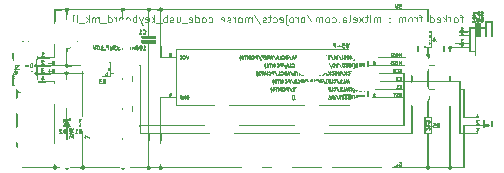
<source format=gbo>
%TF.GenerationSoftware,KiCad,Pcbnew,4.0.5-e0-6337~49~ubuntu16.04.1*%
%TF.CreationDate,2017-02-01T00:15:47+05:30*%
%TF.ProjectId,morseKEY,6D6F7273654B45592E6B696361645F70,rev?*%
%TF.FileFunction,Legend,Bot*%
%FSLAX46Y46*%
G04 Gerber Fmt 4.6, Leading zero omitted, Abs format (unit mm)*
G04 Created by KiCad (PCBNEW 4.0.5-e0-6337~49~ubuntu16.04.1) date Wed Feb  1 00:15:47 2017*
%MOMM*%
%LPD*%
G01*
G04 APERTURE LIST*
%ADD10C,0.101600*%
%ADD11C,0.010000*%
%ADD12C,2.127200*%
%ADD13O,2.127200X2.127200*%
%ADD14R,2.127200X2.127200*%
%ADD15C,1.720800*%
%ADD16R,1.720800X1.720800*%
%ADD17O,2.940000X1.974800*%
%ADD18O,2.686000X2.051000*%
%ADD19R,2.686000X2.051000*%
%ADD20C,2.432000*%
%ADD21C,3.400000*%
%ADD22C,2.000000*%
%ADD23C,3.600000*%
%ADD24C,2.200000*%
G04 APERTURE END LIST*
D10*
X67325125Y-26533929D02*
X67083220Y-26533929D01*
X67234411Y-26957262D02*
X67234411Y-26412976D01*
X67204172Y-26352500D01*
X67143696Y-26322262D01*
X67083220Y-26322262D01*
X66780839Y-26957262D02*
X66841315Y-26927024D01*
X66871554Y-26896786D01*
X66901792Y-26836310D01*
X66901792Y-26654881D01*
X66871554Y-26594405D01*
X66841315Y-26564167D01*
X66780839Y-26533929D01*
X66690125Y-26533929D01*
X66629649Y-26564167D01*
X66599411Y-26594405D01*
X66569173Y-26654881D01*
X66569173Y-26836310D01*
X66599411Y-26896786D01*
X66629649Y-26927024D01*
X66690125Y-26957262D01*
X66780839Y-26957262D01*
X66297030Y-26957262D02*
X66297030Y-26533929D01*
X66297030Y-26654881D02*
X66266791Y-26594405D01*
X66236553Y-26564167D01*
X66176077Y-26533929D01*
X66115601Y-26533929D01*
X65903935Y-26957262D02*
X65903935Y-26322262D01*
X65843458Y-26715357D02*
X65662030Y-26957262D01*
X65662030Y-26533929D02*
X65903935Y-26775833D01*
X65147982Y-26927024D02*
X65208458Y-26957262D01*
X65329410Y-26957262D01*
X65389887Y-26927024D01*
X65420125Y-26866548D01*
X65420125Y-26624643D01*
X65389887Y-26564167D01*
X65329410Y-26533929D01*
X65208458Y-26533929D01*
X65147982Y-26564167D01*
X65117744Y-26624643D01*
X65117744Y-26685119D01*
X65420125Y-26745595D01*
X64573458Y-26957262D02*
X64573458Y-26322262D01*
X64573458Y-26927024D02*
X64633934Y-26957262D01*
X64754886Y-26957262D01*
X64815362Y-26927024D01*
X64845601Y-26896786D01*
X64875839Y-26836310D01*
X64875839Y-26654881D01*
X64845601Y-26594405D01*
X64815362Y-26564167D01*
X64754886Y-26533929D01*
X64633934Y-26533929D01*
X64573458Y-26564167D01*
X63877981Y-26533929D02*
X63636076Y-26533929D01*
X63787267Y-26957262D02*
X63787267Y-26412976D01*
X63757028Y-26352500D01*
X63696552Y-26322262D01*
X63636076Y-26322262D01*
X63424410Y-26957262D02*
X63424410Y-26533929D01*
X63424410Y-26654881D02*
X63394171Y-26594405D01*
X63363933Y-26564167D01*
X63303457Y-26533929D01*
X63242981Y-26533929D01*
X62940600Y-26957262D02*
X63001076Y-26927024D01*
X63031315Y-26896786D01*
X63061553Y-26836310D01*
X63061553Y-26654881D01*
X63031315Y-26594405D01*
X63001076Y-26564167D01*
X62940600Y-26533929D01*
X62849886Y-26533929D01*
X62789410Y-26564167D01*
X62759172Y-26594405D01*
X62728934Y-26654881D01*
X62728934Y-26836310D01*
X62759172Y-26896786D01*
X62789410Y-26927024D01*
X62849886Y-26957262D01*
X62940600Y-26957262D01*
X62456791Y-26957262D02*
X62456791Y-26533929D01*
X62456791Y-26594405D02*
X62426552Y-26564167D01*
X62366076Y-26533929D01*
X62275362Y-26533929D01*
X62214886Y-26564167D01*
X62184648Y-26624643D01*
X62184648Y-26957262D01*
X62184648Y-26624643D02*
X62154410Y-26564167D01*
X62093933Y-26533929D01*
X62003219Y-26533929D01*
X61942743Y-26564167D01*
X61912505Y-26624643D01*
X61912505Y-26957262D01*
X61126314Y-26896786D02*
X61096075Y-26927024D01*
X61126314Y-26957262D01*
X61156552Y-26927024D01*
X61126314Y-26896786D01*
X61126314Y-26957262D01*
X61126314Y-26564167D02*
X61096075Y-26594405D01*
X61126314Y-26624643D01*
X61156552Y-26594405D01*
X61126314Y-26564167D01*
X61126314Y-26624643D01*
X60340123Y-26957262D02*
X60340123Y-26533929D01*
X60340123Y-26594405D02*
X60309884Y-26564167D01*
X60249408Y-26533929D01*
X60158694Y-26533929D01*
X60098218Y-26564167D01*
X60067980Y-26624643D01*
X60067980Y-26957262D01*
X60067980Y-26624643D02*
X60037742Y-26564167D01*
X59977265Y-26533929D01*
X59886551Y-26533929D01*
X59826075Y-26564167D01*
X59795837Y-26624643D01*
X59795837Y-26957262D01*
X59493456Y-26957262D02*
X59493456Y-26533929D01*
X59493456Y-26322262D02*
X59523694Y-26352500D01*
X59493456Y-26382738D01*
X59463217Y-26352500D01*
X59493456Y-26322262D01*
X59493456Y-26382738D01*
X59281789Y-26533929D02*
X59039884Y-26533929D01*
X59191075Y-26322262D02*
X59191075Y-26866548D01*
X59160836Y-26927024D01*
X59100360Y-26957262D01*
X59039884Y-26957262D01*
X58888694Y-26957262D02*
X58556075Y-26533929D01*
X58888694Y-26533929D02*
X58556075Y-26957262D01*
X58072265Y-26927024D02*
X58132741Y-26957262D01*
X58253693Y-26957262D01*
X58314170Y-26927024D01*
X58344408Y-26866548D01*
X58344408Y-26624643D01*
X58314170Y-26564167D01*
X58253693Y-26533929D01*
X58132741Y-26533929D01*
X58072265Y-26564167D01*
X58042027Y-26624643D01*
X58042027Y-26685119D01*
X58344408Y-26745595D01*
X57679169Y-26957262D02*
X57739645Y-26927024D01*
X57769884Y-26866548D01*
X57769884Y-26322262D01*
X57165122Y-26957262D02*
X57165122Y-26624643D01*
X57195360Y-26564167D01*
X57255836Y-26533929D01*
X57376788Y-26533929D01*
X57437265Y-26564167D01*
X57165122Y-26927024D02*
X57225598Y-26957262D01*
X57376788Y-26957262D01*
X57437265Y-26927024D01*
X57467503Y-26866548D01*
X57467503Y-26806071D01*
X57437265Y-26745595D01*
X57376788Y-26715357D01*
X57225598Y-26715357D01*
X57165122Y-26685119D01*
X56862741Y-26896786D02*
X56832502Y-26927024D01*
X56862741Y-26957262D01*
X56892979Y-26927024D01*
X56862741Y-26896786D01*
X56862741Y-26957262D01*
X56288217Y-26927024D02*
X56348693Y-26957262D01*
X56469645Y-26957262D01*
X56530121Y-26927024D01*
X56560360Y-26896786D01*
X56590598Y-26836310D01*
X56590598Y-26654881D01*
X56560360Y-26594405D01*
X56530121Y-26564167D01*
X56469645Y-26533929D01*
X56348693Y-26533929D01*
X56288217Y-26564167D01*
X55925359Y-26957262D02*
X55985835Y-26927024D01*
X56016074Y-26896786D01*
X56046312Y-26836310D01*
X56046312Y-26654881D01*
X56016074Y-26594405D01*
X55985835Y-26564167D01*
X55925359Y-26533929D01*
X55834645Y-26533929D01*
X55774169Y-26564167D01*
X55743931Y-26594405D01*
X55713693Y-26654881D01*
X55713693Y-26836310D01*
X55743931Y-26896786D01*
X55774169Y-26927024D01*
X55834645Y-26957262D01*
X55925359Y-26957262D01*
X55441550Y-26957262D02*
X55441550Y-26533929D01*
X55441550Y-26594405D02*
X55411311Y-26564167D01*
X55350835Y-26533929D01*
X55260121Y-26533929D01*
X55199645Y-26564167D01*
X55169407Y-26624643D01*
X55169407Y-26957262D01*
X55169407Y-26624643D02*
X55139169Y-26564167D01*
X55078692Y-26533929D01*
X54987978Y-26533929D01*
X54927502Y-26564167D01*
X54897264Y-26624643D01*
X54897264Y-26957262D01*
X54141311Y-26292024D02*
X54685597Y-27108452D01*
X53929645Y-26533929D02*
X53929645Y-27168929D01*
X53929645Y-26564167D02*
X53869168Y-26533929D01*
X53748216Y-26533929D01*
X53687740Y-26564167D01*
X53657502Y-26594405D01*
X53627264Y-26654881D01*
X53627264Y-26836310D01*
X53657502Y-26896786D01*
X53687740Y-26927024D01*
X53748216Y-26957262D01*
X53869168Y-26957262D01*
X53929645Y-26927024D01*
X53355121Y-26957262D02*
X53355121Y-26533929D01*
X53355121Y-26654881D02*
X53324882Y-26594405D01*
X53294644Y-26564167D01*
X53234168Y-26533929D01*
X53173692Y-26533929D01*
X52871311Y-26957262D02*
X52931787Y-26927024D01*
X52962026Y-26896786D01*
X52992264Y-26836310D01*
X52992264Y-26654881D01*
X52962026Y-26594405D01*
X52931787Y-26564167D01*
X52871311Y-26533929D01*
X52780597Y-26533929D01*
X52720121Y-26564167D01*
X52689883Y-26594405D01*
X52659645Y-26654881D01*
X52659645Y-26836310D01*
X52689883Y-26896786D01*
X52720121Y-26927024D01*
X52780597Y-26957262D01*
X52871311Y-26957262D01*
X52387502Y-26533929D02*
X52387502Y-27078214D01*
X52417740Y-27138690D01*
X52478216Y-27168929D01*
X52508454Y-27168929D01*
X52387502Y-26322262D02*
X52417740Y-26352500D01*
X52387502Y-26382738D01*
X52357263Y-26352500D01*
X52387502Y-26322262D01*
X52387502Y-26382738D01*
X51843216Y-26927024D02*
X51903692Y-26957262D01*
X52024644Y-26957262D01*
X52085121Y-26927024D01*
X52115359Y-26866548D01*
X52115359Y-26624643D01*
X52085121Y-26564167D01*
X52024644Y-26533929D01*
X51903692Y-26533929D01*
X51843216Y-26564167D01*
X51812978Y-26624643D01*
X51812978Y-26685119D01*
X52115359Y-26745595D01*
X51268692Y-26927024D02*
X51329168Y-26957262D01*
X51450120Y-26957262D01*
X51510596Y-26927024D01*
X51540835Y-26896786D01*
X51571073Y-26836310D01*
X51571073Y-26654881D01*
X51540835Y-26594405D01*
X51510596Y-26564167D01*
X51450120Y-26533929D01*
X51329168Y-26533929D01*
X51268692Y-26564167D01*
X51087263Y-26533929D02*
X50845358Y-26533929D01*
X50996549Y-26322262D02*
X50996549Y-26866548D01*
X50966310Y-26927024D01*
X50905834Y-26957262D01*
X50845358Y-26957262D01*
X50663930Y-26927024D02*
X50603453Y-26957262D01*
X50482501Y-26957262D01*
X50422025Y-26927024D01*
X50391787Y-26866548D01*
X50391787Y-26836310D01*
X50422025Y-26775833D01*
X50482501Y-26745595D01*
X50573215Y-26745595D01*
X50633692Y-26715357D01*
X50663930Y-26654881D01*
X50663930Y-26624643D01*
X50633692Y-26564167D01*
X50573215Y-26533929D01*
X50482501Y-26533929D01*
X50422025Y-26564167D01*
X49666072Y-26292024D02*
X50210358Y-27108452D01*
X49454406Y-26957262D02*
X49454406Y-26533929D01*
X49454406Y-26594405D02*
X49424167Y-26564167D01*
X49363691Y-26533929D01*
X49272977Y-26533929D01*
X49212501Y-26564167D01*
X49182263Y-26624643D01*
X49182263Y-26957262D01*
X49182263Y-26624643D02*
X49152025Y-26564167D01*
X49091548Y-26533929D01*
X49000834Y-26533929D01*
X48940358Y-26564167D01*
X48910120Y-26624643D01*
X48910120Y-26957262D01*
X48517024Y-26957262D02*
X48577500Y-26927024D01*
X48607739Y-26896786D01*
X48637977Y-26836310D01*
X48637977Y-26654881D01*
X48607739Y-26594405D01*
X48577500Y-26564167D01*
X48517024Y-26533929D01*
X48426310Y-26533929D01*
X48365834Y-26564167D01*
X48335596Y-26594405D01*
X48305358Y-26654881D01*
X48305358Y-26836310D01*
X48335596Y-26896786D01*
X48365834Y-26927024D01*
X48426310Y-26957262D01*
X48517024Y-26957262D01*
X48033215Y-26957262D02*
X48033215Y-26533929D01*
X48033215Y-26654881D02*
X48002976Y-26594405D01*
X47972738Y-26564167D01*
X47912262Y-26533929D01*
X47851786Y-26533929D01*
X47670358Y-26927024D02*
X47609881Y-26957262D01*
X47488929Y-26957262D01*
X47428453Y-26927024D01*
X47398215Y-26866548D01*
X47398215Y-26836310D01*
X47428453Y-26775833D01*
X47488929Y-26745595D01*
X47579643Y-26745595D01*
X47640120Y-26715357D01*
X47670358Y-26654881D01*
X47670358Y-26624643D01*
X47640120Y-26564167D01*
X47579643Y-26533929D01*
X47488929Y-26533929D01*
X47428453Y-26564167D01*
X46884167Y-26927024D02*
X46944643Y-26957262D01*
X47065595Y-26957262D01*
X47126072Y-26927024D01*
X47156310Y-26866548D01*
X47156310Y-26624643D01*
X47126072Y-26564167D01*
X47065595Y-26533929D01*
X46944643Y-26533929D01*
X46884167Y-26564167D01*
X46853929Y-26624643D01*
X46853929Y-26685119D01*
X47156310Y-26745595D01*
X46732976Y-27017738D02*
X46249166Y-27017738D01*
X45825833Y-26927024D02*
X45886309Y-26957262D01*
X46007261Y-26957262D01*
X46067737Y-26927024D01*
X46097976Y-26896786D01*
X46128214Y-26836310D01*
X46128214Y-26654881D01*
X46097976Y-26594405D01*
X46067737Y-26564167D01*
X46007261Y-26533929D01*
X45886309Y-26533929D01*
X45825833Y-26564167D01*
X45462975Y-26957262D02*
X45523451Y-26927024D01*
X45553690Y-26896786D01*
X45583928Y-26836310D01*
X45583928Y-26654881D01*
X45553690Y-26594405D01*
X45523451Y-26564167D01*
X45462975Y-26533929D01*
X45372261Y-26533929D01*
X45311785Y-26564167D01*
X45281547Y-26594405D01*
X45251309Y-26654881D01*
X45251309Y-26836310D01*
X45281547Y-26896786D01*
X45311785Y-26927024D01*
X45372261Y-26957262D01*
X45462975Y-26957262D01*
X44707023Y-26957262D02*
X44707023Y-26322262D01*
X44707023Y-26927024D02*
X44767499Y-26957262D01*
X44888451Y-26957262D01*
X44948927Y-26927024D01*
X44979166Y-26896786D01*
X45009404Y-26836310D01*
X45009404Y-26654881D01*
X44979166Y-26594405D01*
X44948927Y-26564167D01*
X44888451Y-26533929D01*
X44767499Y-26533929D01*
X44707023Y-26564167D01*
X44162737Y-26927024D02*
X44223213Y-26957262D01*
X44344165Y-26957262D01*
X44404642Y-26927024D01*
X44434880Y-26866548D01*
X44434880Y-26624643D01*
X44404642Y-26564167D01*
X44344165Y-26533929D01*
X44223213Y-26533929D01*
X44162737Y-26564167D01*
X44132499Y-26624643D01*
X44132499Y-26685119D01*
X44434880Y-26745595D01*
X44011546Y-27017738D02*
X43527736Y-27017738D01*
X43104403Y-26533929D02*
X43104403Y-26957262D01*
X43376546Y-26533929D02*
X43376546Y-26866548D01*
X43346307Y-26927024D01*
X43285831Y-26957262D01*
X43195117Y-26957262D01*
X43134641Y-26927024D01*
X43104403Y-26896786D01*
X42832260Y-26927024D02*
X42771783Y-26957262D01*
X42650831Y-26957262D01*
X42590355Y-26927024D01*
X42560117Y-26866548D01*
X42560117Y-26836310D01*
X42590355Y-26775833D01*
X42650831Y-26745595D01*
X42741545Y-26745595D01*
X42802022Y-26715357D01*
X42832260Y-26654881D01*
X42832260Y-26624643D01*
X42802022Y-26564167D01*
X42741545Y-26533929D01*
X42650831Y-26533929D01*
X42590355Y-26564167D01*
X42287974Y-26957262D02*
X42287974Y-26322262D01*
X42287974Y-26564167D02*
X42227497Y-26533929D01*
X42106545Y-26533929D01*
X42046069Y-26564167D01*
X42015831Y-26594405D01*
X41985593Y-26654881D01*
X41985593Y-26836310D01*
X42015831Y-26896786D01*
X42046069Y-26927024D01*
X42106545Y-26957262D01*
X42227497Y-26957262D01*
X42287974Y-26927024D01*
X41864640Y-27017738D02*
X41380830Y-27017738D01*
X41229640Y-26957262D02*
X41229640Y-26322262D01*
X41169163Y-26715357D02*
X40987735Y-26957262D01*
X40987735Y-26533929D02*
X41229640Y-26775833D01*
X40473687Y-26927024D02*
X40534163Y-26957262D01*
X40655115Y-26957262D01*
X40715592Y-26927024D01*
X40745830Y-26866548D01*
X40745830Y-26624643D01*
X40715592Y-26564167D01*
X40655115Y-26533929D01*
X40534163Y-26533929D01*
X40473687Y-26564167D01*
X40443449Y-26624643D01*
X40443449Y-26685119D01*
X40745830Y-26745595D01*
X40231782Y-26533929D02*
X40080591Y-26957262D01*
X39929401Y-26533929D02*
X40080591Y-26957262D01*
X40141067Y-27108452D01*
X40171306Y-27138690D01*
X40231782Y-27168929D01*
X39687496Y-26957262D02*
X39687496Y-26322262D01*
X39687496Y-26564167D02*
X39627019Y-26533929D01*
X39506067Y-26533929D01*
X39445591Y-26564167D01*
X39415353Y-26594405D01*
X39385115Y-26654881D01*
X39385115Y-26836310D01*
X39415353Y-26896786D01*
X39445591Y-26927024D01*
X39506067Y-26957262D01*
X39627019Y-26957262D01*
X39687496Y-26927024D01*
X39022257Y-26957262D02*
X39082733Y-26927024D01*
X39112972Y-26896786D01*
X39143210Y-26836310D01*
X39143210Y-26654881D01*
X39112972Y-26594405D01*
X39082733Y-26564167D01*
X39022257Y-26533929D01*
X38931543Y-26533929D01*
X38871067Y-26564167D01*
X38840829Y-26594405D01*
X38810591Y-26654881D01*
X38810591Y-26836310D01*
X38840829Y-26896786D01*
X38871067Y-26927024D01*
X38931543Y-26957262D01*
X39022257Y-26957262D01*
X38266305Y-26957262D02*
X38266305Y-26624643D01*
X38296543Y-26564167D01*
X38357019Y-26533929D01*
X38477971Y-26533929D01*
X38538448Y-26564167D01*
X38266305Y-26927024D02*
X38326781Y-26957262D01*
X38477971Y-26957262D01*
X38538448Y-26927024D01*
X38568686Y-26866548D01*
X38568686Y-26806071D01*
X38538448Y-26745595D01*
X38477971Y-26715357D01*
X38326781Y-26715357D01*
X38266305Y-26685119D01*
X37963924Y-26957262D02*
X37963924Y-26533929D01*
X37963924Y-26654881D02*
X37933685Y-26594405D01*
X37903447Y-26564167D01*
X37842971Y-26533929D01*
X37782495Y-26533929D01*
X37298686Y-26957262D02*
X37298686Y-26322262D01*
X37298686Y-26927024D02*
X37359162Y-26957262D01*
X37480114Y-26957262D01*
X37540590Y-26927024D01*
X37570829Y-26896786D01*
X37601067Y-26836310D01*
X37601067Y-26654881D01*
X37570829Y-26594405D01*
X37540590Y-26564167D01*
X37480114Y-26533929D01*
X37359162Y-26533929D01*
X37298686Y-26564167D01*
X37147495Y-27017738D02*
X36663685Y-27017738D01*
X36512495Y-26957262D02*
X36512495Y-26533929D01*
X36512495Y-26594405D02*
X36482256Y-26564167D01*
X36421780Y-26533929D01*
X36331066Y-26533929D01*
X36270590Y-26564167D01*
X36240352Y-26624643D01*
X36240352Y-26957262D01*
X36240352Y-26624643D02*
X36210114Y-26564167D01*
X36149637Y-26533929D01*
X36058923Y-26533929D01*
X35998447Y-26564167D01*
X35968209Y-26624643D01*
X35968209Y-26957262D01*
X35665828Y-26957262D02*
X35665828Y-26322262D01*
X35605351Y-26715357D02*
X35423923Y-26957262D01*
X35423923Y-26533929D02*
X35665828Y-26775833D01*
X35302970Y-27017738D02*
X34819160Y-27017738D01*
X34667970Y-26957262D02*
X34667970Y-26533929D01*
X34667970Y-26322262D02*
X34698208Y-26352500D01*
X34667970Y-26382738D01*
X34637731Y-26352500D01*
X34667970Y-26322262D01*
X34667970Y-26382738D01*
X34365589Y-26957262D02*
X34365589Y-26533929D01*
X34365589Y-26322262D02*
X34395827Y-26352500D01*
X34365589Y-26382738D01*
X34335350Y-26352500D01*
X34365589Y-26322262D01*
X34365589Y-26382738D01*
D11*
G36*
X41654526Y-25714903D02*
X41598584Y-25758118D01*
X41571545Y-25807238D01*
X41571334Y-25811238D01*
X41544822Y-25821528D01*
X41472104Y-25829847D01*
X41363406Y-25835413D01*
X41228953Y-25837445D01*
X41228848Y-25837445D01*
X41084075Y-25836871D01*
X40984496Y-25833854D01*
X40918865Y-25826447D01*
X40875933Y-25812704D01*
X40844454Y-25790681D01*
X40820973Y-25766889D01*
X40741888Y-25708038D01*
X40666323Y-25705399D01*
X40595045Y-25758970D01*
X40588598Y-25766889D01*
X40533099Y-25837445D01*
X38685029Y-25837445D01*
X38619640Y-25766889D01*
X38540555Y-25708038D01*
X38464990Y-25705399D01*
X38393712Y-25758970D01*
X38387265Y-25766889D01*
X38331766Y-25837445D01*
X33945346Y-25837445D01*
X33889847Y-25766889D01*
X33815701Y-25708376D01*
X33734906Y-25703408D01*
X33658678Y-25751983D01*
X33645932Y-25766889D01*
X33622921Y-25793913D01*
X33597068Y-25812971D01*
X33558874Y-25825454D01*
X33498843Y-25832752D01*
X33407478Y-25836257D01*
X33275282Y-25837359D01*
X33164105Y-25837445D01*
X32737778Y-25837445D01*
X32737778Y-29873223D01*
X32526112Y-29873911D01*
X32216037Y-29874732D01*
X31958244Y-29874966D01*
X31748571Y-29874564D01*
X31582859Y-29873474D01*
X31456947Y-29871648D01*
X31366675Y-29869035D01*
X31307882Y-29865586D01*
X31276407Y-29861249D01*
X31269755Y-29858823D01*
X31254335Y-29823174D01*
X31244257Y-29749777D01*
X31242000Y-29687761D01*
X31242000Y-29591000D01*
X31213778Y-29591000D01*
X31213778Y-29718000D01*
X31211670Y-29796035D01*
X31197378Y-29832986D01*
X31158957Y-29844217D01*
X31115000Y-29845000D01*
X31046921Y-29851314D01*
X31019452Y-29875963D01*
X31016223Y-29901445D01*
X31027272Y-29940348D01*
X31070408Y-29956044D01*
X31115000Y-29957889D01*
X31213778Y-29957889D01*
X31213778Y-30522334D01*
X31115000Y-30522334D01*
X31046921Y-30528648D01*
X31019452Y-30553297D01*
X31016223Y-30578778D01*
X31027272Y-30617681D01*
X31070408Y-30633378D01*
X31115000Y-30635223D01*
X31213778Y-30635223D01*
X31213778Y-31199667D01*
X31115000Y-31199667D01*
X31046921Y-31205981D01*
X31019452Y-31230630D01*
X31016223Y-31256112D01*
X31027272Y-31295014D01*
X31070408Y-31310711D01*
X31115000Y-31312556D01*
X31213778Y-31312556D01*
X31213778Y-31877000D01*
X31115000Y-31877000D01*
X31046921Y-31883314D01*
X31019452Y-31907963D01*
X31016223Y-31933445D01*
X31027272Y-31972348D01*
X31070408Y-31988044D01*
X31115000Y-31989889D01*
X31175694Y-31992600D01*
X31204434Y-32010975D01*
X31213169Y-32060374D01*
X31213778Y-32116889D01*
X31213778Y-32243889D01*
X29238223Y-32243889D01*
X29238223Y-29591000D01*
X31213778Y-29591000D01*
X31242000Y-29591000D01*
X31242000Y-29533852D01*
X30218945Y-29541259D01*
X29195889Y-29548667D01*
X29188565Y-30924500D01*
X29181241Y-32300334D01*
X29520445Y-32300334D01*
X29520445Y-39214778D01*
X32590175Y-39214778D01*
X32636405Y-39285334D01*
X32701397Y-39343587D01*
X32778133Y-39351099D01*
X32853634Y-39307871D01*
X32873847Y-39285334D01*
X32900211Y-39255210D01*
X32930382Y-39235162D01*
X32975562Y-39223144D01*
X33046955Y-39217108D01*
X33155764Y-39215006D01*
X33259889Y-39214778D01*
X33401465Y-39215348D01*
X33497801Y-39218422D01*
X33560103Y-39226048D01*
X33599572Y-39240273D01*
X33627413Y-39263146D01*
X33645932Y-39285334D01*
X33707036Y-39336835D01*
X33767889Y-39355889D01*
X33833598Y-39334027D01*
X33889847Y-39285334D01*
X33911005Y-39260097D01*
X33934533Y-39241735D01*
X33969034Y-39229154D01*
X34023111Y-39221261D01*
X34105370Y-39216964D01*
X34224413Y-39215169D01*
X34388844Y-39214783D01*
X34445223Y-39214778D01*
X34624166Y-39214963D01*
X34755269Y-39216245D01*
X34847136Y-39219718D01*
X34908369Y-39226474D01*
X34947573Y-39237608D01*
X34973351Y-39254211D01*
X34994308Y-39277377D01*
X35000598Y-39285334D01*
X35061703Y-39336835D01*
X35122556Y-39355889D01*
X35188265Y-39334027D01*
X35244514Y-39285334D01*
X35300013Y-39214778D01*
X38331766Y-39214778D01*
X38387265Y-39285334D01*
X38459909Y-39343587D01*
X38537633Y-39351099D01*
X38607455Y-39307871D01*
X38624707Y-39285334D01*
X38670937Y-39214778D01*
X39613135Y-39214778D01*
X39863421Y-39215541D01*
X40082403Y-39217744D01*
X40265395Y-39221256D01*
X40407713Y-39225947D01*
X40504674Y-39231687D01*
X40551594Y-39238345D01*
X40555334Y-39240985D01*
X40578682Y-39289724D01*
X40633018Y-39334217D01*
X40694778Y-39355722D01*
X40699808Y-39355889D01*
X40756662Y-39336171D01*
X40818073Y-39288407D01*
X40820973Y-39285334D01*
X40851296Y-39255618D01*
X40884421Y-39235680D01*
X40931596Y-39223574D01*
X41004069Y-39217353D01*
X41113086Y-39215073D01*
X41228848Y-39214778D01*
X41363316Y-39216807D01*
X41472037Y-39222371D01*
X41544785Y-39230688D01*
X41571334Y-39240976D01*
X41571334Y-39240985D01*
X41594682Y-39289724D01*
X41649018Y-39334217D01*
X41710778Y-39355722D01*
X41715808Y-39355889D01*
X41772662Y-39336171D01*
X41834073Y-39288407D01*
X41836973Y-39285334D01*
X41902362Y-39214778D01*
X64184972Y-39214778D01*
X64250361Y-39285334D01*
X64311177Y-39334136D01*
X64369035Y-39355823D01*
X64371526Y-39355889D01*
X64432808Y-39337320D01*
X64488751Y-39294105D01*
X64515790Y-39244985D01*
X64516000Y-39240985D01*
X64543313Y-39233397D01*
X64621626Y-39226852D01*
X64745501Y-39221537D01*
X64909501Y-39217637D01*
X65108188Y-39215339D01*
X65281820Y-39214778D01*
X66047639Y-39214778D01*
X66113028Y-39285334D01*
X66193563Y-39344019D01*
X66272974Y-39349293D01*
X66334318Y-39311540D01*
X66369922Y-39265561D01*
X66378667Y-39241607D01*
X66405435Y-39233132D01*
X66479921Y-39225011D01*
X66593399Y-39217801D01*
X66737144Y-39212057D01*
X66901567Y-39208345D01*
X67424467Y-39200667D01*
X67427540Y-38501768D01*
X67389697Y-38501768D01*
X67389165Y-38709602D01*
X67388109Y-38883939D01*
X67386552Y-39019197D01*
X67384518Y-39109793D01*
X67382033Y-39150145D01*
X67381733Y-39151278D01*
X67360595Y-39165191D01*
X67305602Y-39175261D01*
X67211028Y-39181902D01*
X67071147Y-39185527D01*
X66893838Y-39186556D01*
X66419459Y-39186556D01*
X66342618Y-39098987D01*
X66265778Y-39011419D01*
X66265778Y-32639000D01*
X66209334Y-32639000D01*
X66209334Y-39013675D01*
X66131723Y-39096766D01*
X66054112Y-39179858D01*
X65310490Y-39183207D01*
X64566869Y-39186556D01*
X64484990Y-39098905D01*
X64403112Y-39011253D01*
X64403112Y-39009529D01*
X64347215Y-39009529D01*
X64191445Y-39184357D01*
X53047935Y-39185457D01*
X41904424Y-39186556D01*
X41822271Y-39098611D01*
X41740119Y-39010666D01*
X41740121Y-39010127D01*
X41684223Y-39010127D01*
X41606612Y-39097242D01*
X41529000Y-39184357D01*
X41208712Y-39185457D01*
X40888424Y-39186556D01*
X40806271Y-39098611D01*
X40724119Y-39010666D01*
X40731448Y-37680444D01*
X40738778Y-36350223D01*
X41211500Y-36342485D01*
X41684223Y-36334747D01*
X41684223Y-39010127D01*
X41740121Y-39010127D01*
X41747448Y-37680444D01*
X41754778Y-36350223D01*
X52394556Y-36343281D01*
X63034334Y-36336340D01*
X63034349Y-36333126D01*
X40668223Y-36333126D01*
X40668223Y-39010127D01*
X40590612Y-39097242D01*
X40513000Y-39184357D01*
X39600046Y-39185457D01*
X38687091Y-39186556D01*
X38605212Y-39098905D01*
X38523334Y-39011253D01*
X38523334Y-31284334D01*
X38495112Y-31284334D01*
X38495112Y-38997108D01*
X38403389Y-39091531D01*
X38311667Y-39185955D01*
X36815889Y-39185428D01*
X35320112Y-39184901D01*
X35228389Y-39101460D01*
X35136667Y-39018018D01*
X35136667Y-35771667D01*
X35277778Y-35771667D01*
X35358294Y-35768346D01*
X35409384Y-35759854D01*
X35418889Y-35753213D01*
X35406143Y-35721027D01*
X35372660Y-35654004D01*
X35325570Y-35566391D01*
X35323534Y-35562713D01*
X35272085Y-35465870D01*
X35230541Y-35380413D01*
X35208743Y-35327167D01*
X35201504Y-35286812D01*
X35221639Y-35268552D01*
X35282093Y-35263768D01*
X35304099Y-35263667D01*
X35418889Y-35263667D01*
X35418889Y-35222919D01*
X35328369Y-35222919D01*
X35294447Y-35227596D01*
X35263667Y-35228328D01*
X35205583Y-35226056D01*
X35198231Y-35222919D01*
X35046146Y-35222919D01*
X35012225Y-35227596D01*
X34981445Y-35228328D01*
X34923361Y-35226056D01*
X34908370Y-35219660D01*
X34917616Y-35216054D01*
X34985390Y-35210797D01*
X35030505Y-35215484D01*
X35046146Y-35222919D01*
X35198231Y-35222919D01*
X35190592Y-35219660D01*
X35199838Y-35216054D01*
X35267612Y-35210797D01*
X35312727Y-35215484D01*
X35328369Y-35222919D01*
X35418889Y-35222919D01*
X35418889Y-35150778D01*
X35412630Y-35080087D01*
X35396993Y-35040768D01*
X35390667Y-35037889D01*
X35367737Y-35061527D01*
X35362445Y-35094334D01*
X35352978Y-35131262D01*
X35314715Y-35147582D01*
X35249556Y-35150778D01*
X35136667Y-35150778D01*
X35136667Y-31284334D01*
X35108445Y-31284334D01*
X35108445Y-35147686D01*
X34974389Y-35156287D01*
X34840334Y-35164889D01*
X34831656Y-35284834D01*
X34832378Y-35362689D01*
X34846369Y-35402327D01*
X34852822Y-35404778D01*
X34875254Y-35380636D01*
X34882667Y-35334223D01*
X34891780Y-35283799D01*
X34930516Y-35265352D01*
X34967334Y-35263667D01*
X35026800Y-35270483D01*
X35051995Y-35286903D01*
X35052000Y-35287180D01*
X35039622Y-35321348D01*
X35006610Y-35392148D01*
X34959155Y-35486546D01*
X34939112Y-35524962D01*
X34888008Y-35623729D01*
X34848961Y-35702559D01*
X34828104Y-35748933D01*
X34826223Y-35755450D01*
X34851621Y-35764703D01*
X34916556Y-35770575D01*
X34967334Y-35771667D01*
X35108445Y-35771667D01*
X35108445Y-39018018D01*
X35016723Y-39101460D01*
X34925000Y-39184901D01*
X34443703Y-39185729D01*
X33962406Y-39186556D01*
X33781530Y-38999938D01*
X33796112Y-35785778D01*
X33930167Y-35777176D01*
X34008325Y-35769670D01*
X34056638Y-35760234D01*
X34064223Y-35755383D01*
X34052375Y-35725953D01*
X34020683Y-35658396D01*
X33974924Y-35564878D01*
X33951334Y-35517667D01*
X33901111Y-35416230D01*
X33862377Y-35335050D01*
X33840921Y-35286397D01*
X33838445Y-35278405D01*
X33863509Y-35269172D01*
X33926113Y-35264040D01*
X33951334Y-35263667D01*
X34064223Y-35263667D01*
X34064223Y-35222919D01*
X33973702Y-35222919D01*
X33939780Y-35227596D01*
X33909000Y-35228328D01*
X33850917Y-35226056D01*
X33843564Y-35222919D01*
X33691480Y-35222919D01*
X33657558Y-35227596D01*
X33626778Y-35228328D01*
X33568695Y-35226056D01*
X33553703Y-35219660D01*
X33562949Y-35216054D01*
X33630723Y-35210797D01*
X33675838Y-35215484D01*
X33691480Y-35222919D01*
X33843564Y-35222919D01*
X33835925Y-35219660D01*
X33845171Y-35216054D01*
X33912945Y-35210797D01*
X33958060Y-35215484D01*
X33973702Y-35222919D01*
X34064223Y-35222919D01*
X34064223Y-35135001D01*
X34058855Y-35056560D01*
X34044117Y-35022878D01*
X34036000Y-35023778D01*
X34012292Y-35063585D01*
X34007778Y-35095999D01*
X33997704Y-35131961D01*
X33957794Y-35147822D01*
X33894889Y-35150778D01*
X33782000Y-35150778D01*
X33782000Y-31449325D01*
X33753778Y-31449325D01*
X33753778Y-35147686D01*
X33619723Y-35156287D01*
X33485667Y-35164889D01*
X33476989Y-35284834D01*
X33477711Y-35362689D01*
X33491702Y-35402327D01*
X33498156Y-35404778D01*
X33520587Y-35380636D01*
X33528000Y-35334223D01*
X33537113Y-35283799D01*
X33575849Y-35265352D01*
X33612667Y-35263667D01*
X33672154Y-35268601D01*
X33697329Y-35280488D01*
X33697334Y-35280675D01*
X33686095Y-35312092D01*
X33655957Y-35382190D01*
X33612291Y-35478686D01*
X33586276Y-35534675D01*
X33475217Y-35771667D01*
X33753778Y-35771667D01*
X33753778Y-39013675D01*
X33676167Y-39096766D01*
X33640950Y-39132447D01*
X33606714Y-39156206D01*
X33561510Y-39170603D01*
X33493386Y-39178198D01*
X33390393Y-39181551D01*
X33274000Y-39182906D01*
X32949445Y-39185955D01*
X32857723Y-39091531D01*
X32782094Y-39013675D01*
X32737778Y-39013675D01*
X32660167Y-39096766D01*
X32582556Y-39179858D01*
X31079723Y-39183207D01*
X29576889Y-39186556D01*
X29576889Y-32300334D01*
X31239184Y-32300334D01*
X31256112Y-31975778D01*
X32737778Y-31960730D01*
X32737778Y-39013675D01*
X32782094Y-39013675D01*
X32766000Y-38997108D01*
X32766000Y-31906145D01*
X32011056Y-31898628D01*
X31256112Y-31891112D01*
X31256112Y-31298445D01*
X33588158Y-31283705D01*
X33753778Y-31449325D01*
X33782000Y-31449325D01*
X33782000Y-31448091D01*
X33869652Y-31366212D01*
X33957303Y-31284334D01*
X35108445Y-31284334D01*
X35136667Y-31284334D01*
X36124445Y-31284334D01*
X36124445Y-31538334D01*
X37507334Y-31538334D01*
X37507334Y-31332395D01*
X37475609Y-31332395D01*
X37473661Y-31419743D01*
X37467972Y-31469889D01*
X37467212Y-31472193D01*
X37451688Y-31484795D01*
X37412021Y-31494423D01*
X37342211Y-31501417D01*
X37236262Y-31506121D01*
X37088176Y-31508876D01*
X36891954Y-31510025D01*
X36802664Y-31510112D01*
X36152667Y-31510112D01*
X36152667Y-31275944D01*
X31167935Y-31275944D01*
X31129112Y-31279878D01*
X31089046Y-31275442D01*
X31093834Y-31265643D01*
X31151615Y-31261915D01*
X31164389Y-31265643D01*
X31167935Y-31275944D01*
X36152667Y-31275944D01*
X36152667Y-31001071D01*
X36808834Y-31008647D01*
X37465000Y-31016223D01*
X37473382Y-31225248D01*
X37475609Y-31332395D01*
X37507334Y-31332395D01*
X37507334Y-31284334D01*
X38495112Y-31284334D01*
X38523334Y-31284334D01*
X39313210Y-31284334D01*
X39320439Y-33478612D01*
X39327667Y-35672889D01*
X39666334Y-35687000D01*
X40005000Y-35701112D01*
X40005000Y-36342941D01*
X40336612Y-36338033D01*
X40668223Y-36333126D01*
X63034349Y-36333126D01*
X63041635Y-34826337D01*
X63048935Y-33316334D01*
X62992000Y-33316334D01*
X62992000Y-36307889D01*
X41740667Y-36307889D01*
X41740667Y-35687077D01*
X41852554Y-35687000D01*
X41684223Y-35687000D01*
X41684223Y-36307889D01*
X40724667Y-36307889D01*
X40724667Y-35687000D01*
X40668223Y-35687000D01*
X40668223Y-36307889D01*
X40047334Y-36307889D01*
X40047334Y-35687000D01*
X40668223Y-35687000D01*
X40724667Y-35687000D01*
X41684223Y-35687000D01*
X41852554Y-35687000D01*
X52048834Y-35679983D01*
X62357000Y-35672889D01*
X62364366Y-34494612D01*
X62371731Y-33316334D01*
X62314667Y-33316334D01*
X62314667Y-35630556D01*
X41740667Y-35630556D01*
X41740667Y-33316334D01*
X43037098Y-33316334D01*
X43053000Y-33979556D01*
X59309000Y-33979556D01*
X59316952Y-33647945D01*
X59324903Y-33316334D01*
X62314667Y-33316334D01*
X62371731Y-33316334D01*
X62992000Y-33316334D01*
X63048935Y-33316334D01*
X64202990Y-33316334D01*
X64274829Y-33388172D01*
X64346667Y-33460010D01*
X64346667Y-34950130D01*
X64212612Y-34958732D01*
X64078556Y-34967334D01*
X64071002Y-35650156D01*
X64063449Y-36332978D01*
X64198002Y-36341600D01*
X64332556Y-36350223D01*
X64339886Y-37679876D01*
X64347215Y-39009529D01*
X64403112Y-39009529D01*
X64403112Y-36331795D01*
X64523056Y-36340469D01*
X64643000Y-36349142D01*
X64647137Y-35966621D01*
X64624302Y-35966621D01*
X64623301Y-36103995D01*
X64621111Y-36205816D01*
X64617813Y-36263358D01*
X64616232Y-36271944D01*
X64586268Y-36291654D01*
X64511332Y-36303366D01*
X64386284Y-36307806D01*
X64361144Y-36307889D01*
X64119849Y-36307889D01*
X64127425Y-35656076D01*
X64135000Y-35004262D01*
X64614778Y-35004258D01*
X64622402Y-35620128D01*
X64624029Y-35802423D01*
X64624302Y-35966621D01*
X64647137Y-35966621D01*
X64650549Y-35651182D01*
X64658098Y-34953223D01*
X64403112Y-34953223D01*
X64403112Y-34198011D01*
X64403283Y-33971783D01*
X64404112Y-33795404D01*
X64406069Y-33662277D01*
X64409624Y-33565809D01*
X64415250Y-33499404D01*
X64423417Y-33456465D01*
X64434596Y-33430398D01*
X64449257Y-33414608D01*
X64459556Y-33407550D01*
X64506555Y-33346661D01*
X64516000Y-33288112D01*
X64494856Y-33204807D01*
X64459556Y-33168673D01*
X64431980Y-33144878D01*
X64415085Y-33107289D01*
X64406363Y-33043361D01*
X64403308Y-32940550D01*
X64403112Y-32886212D01*
X64403112Y-32639000D01*
X64346667Y-32639000D01*
X64346667Y-32867370D01*
X64344296Y-32988684D01*
X64334947Y-33069991D01*
X64315263Y-33127611D01*
X64283167Y-33176253D01*
X64219667Y-33256766D01*
X63634056Y-33258328D01*
X63048445Y-33259889D01*
X63048445Y-32639000D01*
X62992000Y-32639000D01*
X62992000Y-33259889D01*
X62371112Y-33259889D01*
X62371112Y-32639000D01*
X62314667Y-32639000D01*
X62314667Y-33259889D01*
X59323112Y-33259889D01*
X59323112Y-32639000D01*
X62314667Y-32639000D01*
X62371112Y-32639000D01*
X62992000Y-32639000D01*
X63048445Y-32639000D01*
X64346667Y-32639000D01*
X64403112Y-32639000D01*
X66209334Y-32639000D01*
X66265778Y-32639000D01*
X67056000Y-32639000D01*
X67056000Y-36351644D01*
X67218278Y-36350933D01*
X67380556Y-36350223D01*
X67387903Y-37733112D01*
X67389090Y-38007940D01*
X67389681Y-38266020D01*
X67389697Y-38501768D01*
X67427540Y-38501768D01*
X67430734Y-37775445D01*
X67437000Y-36350223D01*
X69073889Y-36350223D01*
X69088000Y-36519556D01*
X69102112Y-36688889D01*
X69779445Y-36688889D01*
X69786848Y-35651723D01*
X69793848Y-34671000D01*
X69765334Y-34671000D01*
X69765334Y-36648405D01*
X69130334Y-36632445D01*
X69121718Y-36513768D01*
X69113101Y-36395092D01*
X69318974Y-36386768D01*
X69429172Y-36379922D01*
X69494355Y-36368424D01*
X69525927Y-36349282D01*
X69534025Y-36330329D01*
X69533045Y-36321229D01*
X69426801Y-36321229D01*
X69397988Y-36325277D01*
X69325386Y-36327055D01*
X69313778Y-36327078D01*
X69236243Y-36325633D01*
X69201720Y-36321821D01*
X69216536Y-36316428D01*
X69222056Y-36315696D01*
X69321018Y-36311025D01*
X69405500Y-36315696D01*
X69426801Y-36321229D01*
X69533045Y-36321229D01*
X69531294Y-36304992D01*
X69504064Y-36289164D01*
X69441591Y-36279771D01*
X69336769Y-36273885D01*
X69130334Y-36265556D01*
X69122271Y-35991646D01*
X69114209Y-35717736D01*
X69319528Y-35709424D01*
X69429564Y-35702565D01*
X69494597Y-35691027D01*
X69501184Y-35687000D01*
X69088000Y-35687000D01*
X69088000Y-35978630D01*
X69086243Y-36101802D01*
X69081500Y-36203215D01*
X69074563Y-36270063D01*
X69068761Y-36289499D01*
X69036633Y-36294193D01*
X68955361Y-36297956D01*
X68832239Y-36300684D01*
X68674564Y-36302272D01*
X68489628Y-36302618D01*
X68284727Y-36301617D01*
X68243261Y-36301258D01*
X67437000Y-36293778D01*
X67420980Y-35687000D01*
X69088000Y-35687000D01*
X69501184Y-35687000D01*
X69526040Y-35671806D01*
X69534025Y-35652996D01*
X69531294Y-35627658D01*
X69504064Y-35611831D01*
X69441591Y-35602438D01*
X69336769Y-35596551D01*
X69130334Y-35588223D01*
X69130334Y-35052000D01*
X69327630Y-35037889D01*
X69436228Y-35027266D01*
X69499569Y-35012455D01*
X69507477Y-35006410D01*
X69073889Y-35006410D01*
X69073889Y-35616445D01*
X68234278Y-35623920D01*
X67394667Y-35631396D01*
X67394667Y-36307889D01*
X67112445Y-36307889D01*
X67112445Y-32639000D01*
X67394667Y-32639000D01*
X67394667Y-35011214D01*
X69073889Y-35006410D01*
X69507477Y-35006410D01*
X69528835Y-34990085D01*
X69534065Y-34975662D01*
X69533075Y-34966563D01*
X69426801Y-34966563D01*
X69397988Y-34970611D01*
X69325386Y-34972388D01*
X69313778Y-34972412D01*
X69236243Y-34970967D01*
X69201720Y-34967155D01*
X69216536Y-34961761D01*
X69222056Y-34961029D01*
X69321018Y-34956358D01*
X69405500Y-34961029D01*
X69426801Y-34966563D01*
X69533075Y-34966563D01*
X69531308Y-34950324D01*
X69504052Y-34934495D01*
X69441548Y-34925102D01*
X69336769Y-34919218D01*
X69130334Y-34910889D01*
X69121656Y-34790945D01*
X69112977Y-34671000D01*
X69765334Y-34671000D01*
X69793848Y-34671000D01*
X69794251Y-34614556D01*
X69090817Y-34614556D01*
X69073889Y-34939112D01*
X68247806Y-34946594D01*
X67421722Y-34954077D01*
X67425534Y-32596667D01*
X67268989Y-32588203D01*
X67112445Y-32579739D01*
X67112445Y-32287122D01*
X67110855Y-32160241D01*
X67106569Y-32051669D01*
X67100310Y-31975648D01*
X67097601Y-31961667D01*
X67056000Y-31961667D01*
X67056000Y-32582556D01*
X66265778Y-32582556D01*
X66265778Y-31961667D01*
X66209334Y-31961667D01*
X66209334Y-32582556D01*
X64403112Y-32582556D01*
X64403112Y-31961667D01*
X64346667Y-31961667D01*
X64346667Y-32582556D01*
X63048445Y-32582556D01*
X63048445Y-31961667D01*
X62992000Y-31961667D01*
X62992000Y-32582556D01*
X62371112Y-32582556D01*
X62371112Y-31961667D01*
X62314667Y-31961667D01*
X62314667Y-32582556D01*
X59323112Y-32582556D01*
X59323112Y-31961667D01*
X62314667Y-31961667D01*
X62371112Y-31961667D01*
X62992000Y-31961667D01*
X63048445Y-31961667D01*
X64346667Y-31961667D01*
X64403112Y-31961667D01*
X66209334Y-31961667D01*
X66265778Y-31961667D01*
X67056000Y-31961667D01*
X67097601Y-31961667D01*
X67095314Y-31949864D01*
X67080881Y-31932034D01*
X67047886Y-31919566D01*
X66987832Y-31911565D01*
X66892220Y-31907135D01*
X66752551Y-31905379D01*
X66671981Y-31905223D01*
X66265778Y-31905223D01*
X66267562Y-29238223D01*
X66335872Y-29160611D01*
X66404182Y-29083000D01*
X67902667Y-29083000D01*
X67902667Y-29421667D01*
X68410667Y-29421667D01*
X68410667Y-29760334D01*
X68774739Y-29760334D01*
X68791667Y-29435778D01*
X69024500Y-29427581D01*
X69257334Y-29419384D01*
X69257334Y-29929667D01*
X69793556Y-29929667D01*
X69793556Y-29156241D01*
X69760813Y-29156241D01*
X69760665Y-29372448D01*
X69760089Y-29555649D01*
X69759096Y-29700470D01*
X69757699Y-29801536D01*
X69755910Y-29853472D01*
X69755171Y-29859112D01*
X69722812Y-29872334D01*
X69645371Y-29879202D01*
X69533950Y-29878799D01*
X69522055Y-29878351D01*
X69299667Y-29869368D01*
X69300606Y-29365223D01*
X69257334Y-29365223D01*
X68776825Y-29365223D01*
X68410667Y-29365223D01*
X67930187Y-29365223D01*
X67934876Y-28744334D01*
X67902667Y-28744334D01*
X67902667Y-29026556D01*
X66409455Y-29026556D01*
X66337617Y-28954718D01*
X66288599Y-28886955D01*
X66265958Y-28818693D01*
X66265778Y-28813606D01*
X66265778Y-28744334D01*
X66756648Y-28744334D01*
X66936100Y-28744883D01*
X67067009Y-28747017D01*
X67157271Y-28751467D01*
X67214780Y-28758961D01*
X67247432Y-28770230D01*
X67263122Y-28786004D01*
X67265573Y-28791386D01*
X67266754Y-28846255D01*
X67254481Y-28867586D01*
X67230444Y-28876274D01*
X67225334Y-28848756D01*
X67212666Y-28807694D01*
X67199181Y-28800778D01*
X67171862Y-28824969D01*
X67158496Y-28882748D01*
X67163664Y-28948945D01*
X67186921Y-28991314D01*
X67213935Y-28992515D01*
X67225334Y-28956000D01*
X67249076Y-28921577D01*
X67284021Y-28913667D01*
X67323487Y-28905812D01*
X67331560Y-28871333D01*
X67324112Y-28829000D01*
X67305516Y-28744334D01*
X67902667Y-28744334D01*
X67934876Y-28744334D01*
X67937594Y-28384500D01*
X67939991Y-28067000D01*
X67904516Y-28067000D01*
X67888556Y-28702000D01*
X67585167Y-28710011D01*
X67436034Y-28711300D01*
X67335316Y-28706222D01*
X67286233Y-28695000D01*
X67281778Y-28688844D01*
X67302676Y-28660670D01*
X67310000Y-28659667D01*
X67337100Y-28637942D01*
X67338223Y-28629543D01*
X67316244Y-28612266D01*
X67281639Y-28617378D01*
X67228964Y-28613514D01*
X67201774Y-28576815D01*
X67210087Y-28528730D01*
X67230281Y-28507419D01*
X67260468Y-28464740D01*
X67260737Y-28440945D01*
X67272332Y-28410683D01*
X67293538Y-28405667D01*
X67332580Y-28391130D01*
X67338223Y-28377445D01*
X67313626Y-28357919D01*
X67254048Y-28349249D01*
X67250264Y-28349223D01*
X67189939Y-28355326D01*
X67172546Y-28379643D01*
X67176019Y-28401659D01*
X67174700Y-28470711D01*
X67163478Y-28501006D01*
X67149349Y-28563568D01*
X67164764Y-28623574D01*
X67202224Y-28657837D01*
X67214790Y-28659667D01*
X67242505Y-28673846D01*
X67239445Y-28687889D01*
X67205272Y-28698230D01*
X67120660Y-28706514D01*
X66991589Y-28712417D01*
X66824037Y-28715619D01*
X66715668Y-28716112D01*
X66209334Y-28716112D01*
X66209334Y-28803772D01*
X66185160Y-28896240D01*
X66138778Y-28946931D01*
X66088732Y-29002844D01*
X66068223Y-29058174D01*
X66087940Y-29115004D01*
X66135703Y-29176403D01*
X66138778Y-29179306D01*
X66209334Y-29244695D01*
X66209334Y-31905223D01*
X64403112Y-31905223D01*
X64403112Y-30607000D01*
X64346667Y-30607000D01*
X64346667Y-31905223D01*
X63048445Y-31905223D01*
X63048445Y-30607000D01*
X62992000Y-30607000D01*
X62992000Y-31905223D01*
X62371112Y-31905223D01*
X62371112Y-31284334D01*
X62314667Y-31284334D01*
X62314667Y-31905223D01*
X59323112Y-31905223D01*
X59323112Y-31284334D01*
X62314667Y-31284334D01*
X62371112Y-31284334D01*
X62371112Y-31227889D01*
X59323112Y-31227889D01*
X59323112Y-30607000D01*
X62992000Y-30607000D01*
X63048445Y-30607000D01*
X64346667Y-30607000D01*
X64403112Y-30607000D01*
X65757778Y-30607000D01*
X65757778Y-27728334D01*
X65901677Y-27728334D01*
X65995480Y-27733459D01*
X66058483Y-27755360D01*
X66115898Y-27803824D01*
X66127455Y-27815985D01*
X66190498Y-27908164D01*
X66209334Y-27985318D01*
X66209334Y-28067000D01*
X67904516Y-28067000D01*
X67939991Y-28067000D01*
X67941527Y-27863510D01*
X67902667Y-27863510D01*
X67898998Y-27947620D01*
X67889668Y-28006521D01*
X67883337Y-28020478D01*
X67851165Y-28025388D01*
X67769882Y-28029669D01*
X67646819Y-28033172D01*
X67489306Y-28035744D01*
X67304676Y-28037233D01*
X67100258Y-28037489D01*
X67064893Y-28037401D01*
X66265778Y-28034994D01*
X66265778Y-27951333D01*
X66278603Y-27884951D01*
X66307037Y-27851841D01*
X66349668Y-27813637D01*
X66365384Y-27782171D01*
X66376529Y-27760389D01*
X66399869Y-27745403D01*
X66444630Y-27735960D01*
X66520040Y-27730806D01*
X66635325Y-27728687D01*
X66761569Y-27728334D01*
X66920546Y-27729496D01*
X67030515Y-27733477D01*
X67098871Y-27741018D01*
X67133013Y-27752858D01*
X67140667Y-27766293D01*
X67160011Y-27812347D01*
X67197112Y-27855334D01*
X67245102Y-27909072D01*
X67242926Y-27942602D01*
X67190158Y-27962397D01*
X67190056Y-27962416D01*
X67176474Y-27970127D01*
X67211792Y-27976337D01*
X67252037Y-27978490D01*
X67377517Y-27982334D01*
X67287315Y-27889268D01*
X67233118Y-27827306D01*
X67200947Y-27778847D01*
X67197112Y-27766269D01*
X67224767Y-27752074D01*
X67305625Y-27741157D01*
X67436520Y-27733832D01*
X67549889Y-27731103D01*
X67902667Y-27725871D01*
X67902667Y-27863510D01*
X67941527Y-27863510D01*
X67945000Y-27403778D01*
X68177834Y-27395581D01*
X68410667Y-27387384D01*
X68410667Y-29365223D01*
X68776825Y-29365223D01*
X68784246Y-28384500D01*
X68791667Y-27403778D01*
X69024500Y-27395581D01*
X69257334Y-27387384D01*
X69257334Y-29365223D01*
X69300606Y-29365223D01*
X69305207Y-26895778D01*
X69751223Y-26895778D01*
X69758561Y-28363334D01*
X69759773Y-28646309D01*
X69760519Y-28912403D01*
X69760813Y-29156241D01*
X69793556Y-29156241D01*
X69793556Y-26853445D01*
X69257334Y-26853445D01*
X69257334Y-27363728D01*
X69024501Y-27355531D01*
X68791667Y-27347334D01*
X68774739Y-27022778D01*
X68410667Y-27022778D01*
X68410667Y-27361445D01*
X67905484Y-27361445D01*
X67897020Y-27523723D01*
X67888556Y-27686000D01*
X67585167Y-27694011D01*
X67451880Y-27695169D01*
X67351612Y-27691255D01*
X67293167Y-27682812D01*
X67281778Y-27675196D01*
X67303844Y-27641430D01*
X67317056Y-27634136D01*
X67337853Y-27621385D01*
X67317056Y-27617673D01*
X67291810Y-27591092D01*
X67281778Y-27529113D01*
X67289422Y-27472694D01*
X67309032Y-27459666D01*
X67310000Y-27460223D01*
X67336545Y-27466531D01*
X67333733Y-27441996D01*
X67306283Y-27400773D01*
X67281778Y-27375556D01*
X67248620Y-27348300D01*
X67231926Y-27351016D01*
X67226047Y-27392947D01*
X67225334Y-27467890D01*
X67220917Y-27558104D01*
X67204805Y-27605944D01*
X67175945Y-27624213D01*
X67142288Y-27634909D01*
X67164181Y-27639476D01*
X67177611Y-27640393D01*
X67212016Y-27655246D01*
X67211223Y-27671889D01*
X67176878Y-27683092D01*
X67094525Y-27691917D01*
X66972569Y-27697780D01*
X66819417Y-27700097D01*
X66805424Y-27700112D01*
X66650197Y-27699715D01*
X66541191Y-27697456D01*
X66468180Y-27691730D01*
X66420941Y-27680934D01*
X66389251Y-27663463D01*
X66362886Y-27637713D01*
X66355721Y-27629556D01*
X66291776Y-27579359D01*
X66225680Y-27559000D01*
X66155671Y-27581974D01*
X66101487Y-27629556D01*
X66062495Y-27669672D01*
X66014247Y-27691007D01*
X65938589Y-27699183D01*
X65873661Y-27700111D01*
X65701334Y-27700112D01*
X65701334Y-30550556D01*
X64403112Y-30550556D01*
X64403112Y-30230374D01*
X64404132Y-30088821D01*
X64408335Y-29992414D01*
X64417437Y-29929874D01*
X64433151Y-29889922D01*
X64457194Y-29861278D01*
X64459556Y-29859111D01*
X64504832Y-29788836D01*
X64513712Y-29707438D01*
X64486195Y-29636728D01*
X64459556Y-29612673D01*
X64431980Y-29588878D01*
X64415085Y-29551289D01*
X64406363Y-29487361D01*
X64403308Y-29384550D01*
X64403112Y-29330212D01*
X64403112Y-29086093D01*
X64346667Y-29086093D01*
X64346667Y-29323440D01*
X64344786Y-29444661D01*
X64337069Y-29524485D01*
X64320407Y-29577894D01*
X64291690Y-29619870D01*
X64283167Y-29629358D01*
X64252585Y-29658734D01*
X64217867Y-29678406D01*
X64167546Y-29690449D01*
X64090151Y-29696942D01*
X63974212Y-29699961D01*
X63888056Y-29700909D01*
X63556445Y-29703889D01*
X63556445Y-28405667D01*
X63708376Y-28405667D01*
X63798861Y-28408803D01*
X63848060Y-28421691D01*
X63870945Y-28449552D01*
X63875548Y-28463953D01*
X63889683Y-28501211D01*
X63915722Y-28505847D01*
X63971797Y-28480346D01*
X63976691Y-28477819D01*
X64062592Y-28433398D01*
X64070574Y-28751144D01*
X64078556Y-29068889D01*
X64212612Y-29077491D01*
X64346667Y-29086093D01*
X64403112Y-29086093D01*
X64403112Y-29083000D01*
X64657112Y-29083000D01*
X64657112Y-29026556D01*
X64629949Y-29026556D01*
X64120889Y-29026556D01*
X64120889Y-27726136D01*
X64367834Y-27734291D01*
X64614778Y-27742445D01*
X64622364Y-28384500D01*
X64629949Y-29026556D01*
X64657112Y-29026556D01*
X64657112Y-27700112D01*
X64403112Y-27700112D01*
X64403112Y-25865667D01*
X64346667Y-25865667D01*
X64346667Y-27700112D01*
X64064445Y-27700112D01*
X64064445Y-28350672D01*
X63977618Y-28305772D01*
X63918684Y-28278173D01*
X63891025Y-28280541D01*
X63876505Y-28315559D01*
X63875083Y-28320937D01*
X63849889Y-28364021D01*
X63794591Y-28376033D01*
X63771410Y-28375121D01*
X63675024Y-28372112D01*
X63591723Y-28373342D01*
X63500000Y-28377445D01*
X63500000Y-29760334D01*
X63840838Y-29760334D01*
X63984545Y-29760748D01*
X64083476Y-29763508D01*
X64149300Y-29770886D01*
X64193685Y-29785157D01*
X64228300Y-29808594D01*
X64264171Y-29842829D01*
X64300152Y-29880893D01*
X64323775Y-29917330D01*
X64337639Y-29964589D01*
X64344344Y-30035117D01*
X64346488Y-30141361D01*
X64346667Y-30237941D01*
X64346667Y-30550556D01*
X63050236Y-30550556D01*
X63035350Y-29929667D01*
X62992000Y-29929667D01*
X62992000Y-30550556D01*
X59323112Y-30550556D01*
X59323112Y-29929667D01*
X62992000Y-29929667D01*
X63035350Y-29929667D01*
X63034334Y-29887334D01*
X61679667Y-29880453D01*
X61386714Y-29879017D01*
X61093181Y-29877674D01*
X60807564Y-29876458D01*
X60538359Y-29875400D01*
X60294062Y-29874533D01*
X60083167Y-29873889D01*
X59914171Y-29873501D01*
X59824056Y-29873397D01*
X59323112Y-29873223D01*
X59323112Y-29252334D01*
X59266667Y-29252334D01*
X59266667Y-33937223D01*
X43095334Y-33937223D01*
X43095334Y-29929667D01*
X43038889Y-29929667D01*
X43038889Y-33259889D01*
X41684223Y-33259889D01*
X41684223Y-35630556D01*
X40724667Y-35630556D01*
X40724667Y-28687889D01*
X41260889Y-28687889D01*
X41260889Y-28462112D01*
X40694741Y-28462111D01*
X40128593Y-28462111D01*
X40137352Y-28567945D01*
X40146112Y-28673778D01*
X40407167Y-28681893D01*
X40668223Y-28690007D01*
X40668223Y-35630556D01*
X40047334Y-35630556D01*
X40047334Y-30607000D01*
X39990889Y-30607000D01*
X39990889Y-35630556D01*
X39370000Y-35630556D01*
X39370000Y-31227889D01*
X38523334Y-31227889D01*
X38497021Y-31227889D01*
X37507334Y-31227889D01*
X37507334Y-30973889D01*
X36124445Y-30973889D01*
X36124445Y-31227889D01*
X35136667Y-31227889D01*
X35136667Y-30999941D01*
X35108445Y-30999941D01*
X35108445Y-31227889D01*
X34527358Y-31227889D01*
X34331896Y-31227642D01*
X34185076Y-31226404D01*
X34079093Y-31223432D01*
X34006146Y-31217984D01*
X33958431Y-31209316D01*
X33928145Y-31196684D01*
X33907485Y-31179346D01*
X33897708Y-31167917D01*
X33826468Y-31118383D01*
X33741565Y-31110925D01*
X33664765Y-31145518D01*
X33643310Y-31168236D01*
X33631205Y-31183033D01*
X33615844Y-31195152D01*
X33591972Y-31204820D01*
X33554331Y-31212266D01*
X33497665Y-31217718D01*
X33416717Y-31221407D01*
X33306230Y-31223559D01*
X33160947Y-31224404D01*
X32975612Y-31224171D01*
X32744968Y-31223088D01*
X32463758Y-31221384D01*
X32426972Y-31221152D01*
X31256112Y-31213778D01*
X31256112Y-30621112D01*
X33591498Y-30606368D01*
X33657179Y-30677240D01*
X33728585Y-30734944D01*
X33794883Y-30740034D01*
X33867780Y-30692528D01*
X33883344Y-30677556D01*
X33910277Y-30652193D01*
X33938601Y-30633778D01*
X33977225Y-30621199D01*
X34035060Y-30613344D01*
X34121016Y-30609101D01*
X34244002Y-30607358D01*
X34412928Y-30607003D01*
X34448676Y-30607000D01*
X34943453Y-30607000D01*
X35025949Y-30689496D01*
X35067196Y-30734678D01*
X35091784Y-30778950D01*
X35103991Y-30838408D01*
X35108093Y-30929148D01*
X35108445Y-30999941D01*
X35136667Y-30999941D01*
X35138091Y-30884545D01*
X35145215Y-30809480D01*
X35162315Y-30758650D01*
X35193670Y-30715961D01*
X35219163Y-30689496D01*
X35301659Y-30607000D01*
X36124445Y-30607000D01*
X36124445Y-30890226D01*
X37493223Y-30875112D01*
X37501852Y-30740396D01*
X37507317Y-30655062D01*
X37475609Y-30655062D01*
X37473661Y-30742410D01*
X37467972Y-30792555D01*
X37467212Y-30794859D01*
X37451698Y-30807452D01*
X37412054Y-30817075D01*
X37342286Y-30824068D01*
X37236400Y-30828774D01*
X37088404Y-30831534D01*
X36892303Y-30832689D01*
X36801565Y-30832778D01*
X36150470Y-30832778D01*
X36158624Y-30585834D01*
X36166778Y-30338889D01*
X37465000Y-30338889D01*
X37473382Y-30547915D01*
X37475609Y-30655062D01*
X37507317Y-30655062D01*
X37510480Y-30605681D01*
X37995740Y-30613396D01*
X38481000Y-30621112D01*
X38489011Y-30924500D01*
X38497021Y-31227889D01*
X38523334Y-31227889D01*
X38523334Y-30607000D01*
X39990889Y-30607000D01*
X40047334Y-30607000D01*
X40047334Y-30550556D01*
X38523334Y-30550556D01*
X38523334Y-28687889D01*
X39059556Y-28687889D01*
X39059556Y-28460918D01*
X38502167Y-28468570D01*
X37944778Y-28476223D01*
X37944778Y-28673778D01*
X38219269Y-28681848D01*
X38493759Y-28689917D01*
X38494298Y-29620236D01*
X38494836Y-30550556D01*
X37507334Y-30550556D01*
X37507334Y-30296556D01*
X36124445Y-30296556D01*
X36124445Y-30550556D01*
X35702105Y-30550556D01*
X35538678Y-30550068D01*
X35422670Y-30547854D01*
X35345061Y-30542788D01*
X35296828Y-30533745D01*
X35268950Y-30519601D01*
X35252405Y-30499229D01*
X35249556Y-30494112D01*
X35200712Y-30449814D01*
X35122556Y-30437667D01*
X35038749Y-30452326D01*
X34995556Y-30494112D01*
X34981630Y-30514304D01*
X34959262Y-30529015D01*
X34920279Y-30539107D01*
X34856510Y-30545443D01*
X34759785Y-30548887D01*
X34621930Y-30550303D01*
X34461326Y-30550556D01*
X33957303Y-30550556D01*
X33780929Y-30385798D01*
X33788520Y-29741455D01*
X33796112Y-29097112D01*
X33930167Y-29088510D01*
X34064223Y-29079908D01*
X34064223Y-27731156D01*
X34007778Y-27731156D01*
X34007778Y-29026556D01*
X33528000Y-29026556D01*
X33528000Y-27731156D01*
X34007778Y-27731156D01*
X34064223Y-27731156D01*
X34064223Y-27703204D01*
X33930167Y-27694602D01*
X33796112Y-27686000D01*
X33788636Y-26846389D01*
X33787130Y-26568610D01*
X33788044Y-26346167D01*
X33791374Y-26179295D01*
X33797112Y-26068231D01*
X33801261Y-26040187D01*
X33754623Y-26040187D01*
X33747145Y-26863093D01*
X33739667Y-27686000D01*
X33605612Y-27694602D01*
X33471556Y-27703204D01*
X33471556Y-29083000D01*
X33753778Y-29083000D01*
X33753778Y-29758432D01*
X33753557Y-29971033D01*
X33752540Y-30134001D01*
X33750198Y-30254146D01*
X33746001Y-30338280D01*
X33739420Y-30393212D01*
X33729926Y-30425753D01*
X33716988Y-30442715D01*
X33700078Y-30450907D01*
X33699941Y-30450951D01*
X33647301Y-30484399D01*
X33630271Y-30509297D01*
X33619790Y-30519535D01*
X33593719Y-30527973D01*
X33547227Y-30534774D01*
X33475485Y-30540106D01*
X33373663Y-30544133D01*
X33236930Y-30547021D01*
X33060457Y-30548937D01*
X32839413Y-30550045D01*
X32568968Y-30550511D01*
X32427265Y-30550556D01*
X31240091Y-30550556D01*
X31248101Y-30247167D01*
X31256112Y-29943778D01*
X32010869Y-29936262D01*
X32765627Y-29928746D01*
X32765653Y-29921277D01*
X31167935Y-29921277D01*
X31129112Y-29925211D01*
X31089046Y-29920776D01*
X31093834Y-29910976D01*
X31151615Y-29907248D01*
X31164389Y-29910976D01*
X31167935Y-29921277D01*
X32765653Y-29921277D01*
X32772869Y-27904262D01*
X32780112Y-25879778D01*
X33179350Y-25871966D01*
X33578589Y-25864153D01*
X33754623Y-26040187D01*
X33801261Y-26040187D01*
X33805253Y-26013211D01*
X33809989Y-26006778D01*
X33846761Y-25987302D01*
X33896805Y-25940039D01*
X33900166Y-25936223D01*
X33961513Y-25865667D01*
X36136590Y-25865968D01*
X38311667Y-25866268D01*
X38495731Y-26055748D01*
X38488366Y-27068430D01*
X38481000Y-28081112D01*
X37944778Y-28109334D01*
X37944778Y-28306889D01*
X38502167Y-28314541D01*
X39059556Y-28322194D01*
X39059556Y-28208112D01*
X39031334Y-28208112D01*
X39028978Y-28227942D01*
X39016870Y-28242488D01*
X38987451Y-28252567D01*
X38933160Y-28258995D01*
X38846438Y-28262591D01*
X38719725Y-28264170D01*
X38545462Y-28264552D01*
X38509223Y-28264556D01*
X38325788Y-28264301D01*
X38191237Y-28262992D01*
X38098011Y-28259812D01*
X38038549Y-28253943D01*
X38005292Y-28244567D01*
X37990680Y-28230869D01*
X37987153Y-28212029D01*
X37987112Y-28208112D01*
X37989468Y-28188281D01*
X38001575Y-28173735D01*
X38030995Y-28163656D01*
X38085285Y-28157228D01*
X38172007Y-28153632D01*
X38298720Y-28152053D01*
X38472984Y-28151671D01*
X38509223Y-28151667D01*
X38692658Y-28151922D01*
X38827208Y-28153231D01*
X38920435Y-28156411D01*
X38979897Y-28162280D01*
X39013154Y-28171656D01*
X39027766Y-28185354D01*
X39031293Y-28204194D01*
X39031334Y-28208112D01*
X39059556Y-28208112D01*
X39059556Y-28095223D01*
X38523334Y-28095223D01*
X38523334Y-26035491D01*
X38612186Y-25950579D01*
X38701039Y-25865667D01*
X40503231Y-25865667D01*
X40668223Y-26030659D01*
X40668223Y-28095223D01*
X40128593Y-28095223D01*
X40137352Y-28201056D01*
X40146112Y-28306889D01*
X40703500Y-28314541D01*
X41260889Y-28322194D01*
X41260889Y-28095223D01*
X40724667Y-28095223D01*
X40724667Y-26040970D01*
X40806546Y-25953318D01*
X40888424Y-25865667D01*
X41203828Y-25865667D01*
X41341406Y-25866201D01*
X41434905Y-25869513D01*
X41496687Y-25878166D01*
X41539117Y-25894723D01*
X41574558Y-25921748D01*
X41601727Y-25948163D01*
X41684223Y-26030659D01*
X41684223Y-29929667D01*
X43038889Y-29929667D01*
X43095334Y-29929667D01*
X43095334Y-29252334D01*
X59266667Y-29252334D01*
X59323112Y-29252334D01*
X59323112Y-29224112D01*
X43040681Y-29224112D01*
X43032729Y-29549863D01*
X43024778Y-29875615D01*
X41754778Y-29875531D01*
X41747528Y-27958459D01*
X41740277Y-26041387D01*
X41822351Y-25953527D01*
X41904424Y-25865667D01*
X64346667Y-25865667D01*
X64403112Y-25865667D01*
X64403112Y-25837445D01*
X41902362Y-25837445D01*
X41836973Y-25766889D01*
X41776157Y-25718087D01*
X41718299Y-25696400D01*
X41715808Y-25696334D01*
X41654526Y-25714903D01*
X41654526Y-25714903D01*
G37*
X41654526Y-25714903D02*
X41598584Y-25758118D01*
X41571545Y-25807238D01*
X41571334Y-25811238D01*
X41544822Y-25821528D01*
X41472104Y-25829847D01*
X41363406Y-25835413D01*
X41228953Y-25837445D01*
X41228848Y-25837445D01*
X41084075Y-25836871D01*
X40984496Y-25833854D01*
X40918865Y-25826447D01*
X40875933Y-25812704D01*
X40844454Y-25790681D01*
X40820973Y-25766889D01*
X40741888Y-25708038D01*
X40666323Y-25705399D01*
X40595045Y-25758970D01*
X40588598Y-25766889D01*
X40533099Y-25837445D01*
X38685029Y-25837445D01*
X38619640Y-25766889D01*
X38540555Y-25708038D01*
X38464990Y-25705399D01*
X38393712Y-25758970D01*
X38387265Y-25766889D01*
X38331766Y-25837445D01*
X33945346Y-25837445D01*
X33889847Y-25766889D01*
X33815701Y-25708376D01*
X33734906Y-25703408D01*
X33658678Y-25751983D01*
X33645932Y-25766889D01*
X33622921Y-25793913D01*
X33597068Y-25812971D01*
X33558874Y-25825454D01*
X33498843Y-25832752D01*
X33407478Y-25836257D01*
X33275282Y-25837359D01*
X33164105Y-25837445D01*
X32737778Y-25837445D01*
X32737778Y-29873223D01*
X32526112Y-29873911D01*
X32216037Y-29874732D01*
X31958244Y-29874966D01*
X31748571Y-29874564D01*
X31582859Y-29873474D01*
X31456947Y-29871648D01*
X31366675Y-29869035D01*
X31307882Y-29865586D01*
X31276407Y-29861249D01*
X31269755Y-29858823D01*
X31254335Y-29823174D01*
X31244257Y-29749777D01*
X31242000Y-29687761D01*
X31242000Y-29591000D01*
X31213778Y-29591000D01*
X31213778Y-29718000D01*
X31211670Y-29796035D01*
X31197378Y-29832986D01*
X31158957Y-29844217D01*
X31115000Y-29845000D01*
X31046921Y-29851314D01*
X31019452Y-29875963D01*
X31016223Y-29901445D01*
X31027272Y-29940348D01*
X31070408Y-29956044D01*
X31115000Y-29957889D01*
X31213778Y-29957889D01*
X31213778Y-30522334D01*
X31115000Y-30522334D01*
X31046921Y-30528648D01*
X31019452Y-30553297D01*
X31016223Y-30578778D01*
X31027272Y-30617681D01*
X31070408Y-30633378D01*
X31115000Y-30635223D01*
X31213778Y-30635223D01*
X31213778Y-31199667D01*
X31115000Y-31199667D01*
X31046921Y-31205981D01*
X31019452Y-31230630D01*
X31016223Y-31256112D01*
X31027272Y-31295014D01*
X31070408Y-31310711D01*
X31115000Y-31312556D01*
X31213778Y-31312556D01*
X31213778Y-31877000D01*
X31115000Y-31877000D01*
X31046921Y-31883314D01*
X31019452Y-31907963D01*
X31016223Y-31933445D01*
X31027272Y-31972348D01*
X31070408Y-31988044D01*
X31115000Y-31989889D01*
X31175694Y-31992600D01*
X31204434Y-32010975D01*
X31213169Y-32060374D01*
X31213778Y-32116889D01*
X31213778Y-32243889D01*
X29238223Y-32243889D01*
X29238223Y-29591000D01*
X31213778Y-29591000D01*
X31242000Y-29591000D01*
X31242000Y-29533852D01*
X30218945Y-29541259D01*
X29195889Y-29548667D01*
X29188565Y-30924500D01*
X29181241Y-32300334D01*
X29520445Y-32300334D01*
X29520445Y-39214778D01*
X32590175Y-39214778D01*
X32636405Y-39285334D01*
X32701397Y-39343587D01*
X32778133Y-39351099D01*
X32853634Y-39307871D01*
X32873847Y-39285334D01*
X32900211Y-39255210D01*
X32930382Y-39235162D01*
X32975562Y-39223144D01*
X33046955Y-39217108D01*
X33155764Y-39215006D01*
X33259889Y-39214778D01*
X33401465Y-39215348D01*
X33497801Y-39218422D01*
X33560103Y-39226048D01*
X33599572Y-39240273D01*
X33627413Y-39263146D01*
X33645932Y-39285334D01*
X33707036Y-39336835D01*
X33767889Y-39355889D01*
X33833598Y-39334027D01*
X33889847Y-39285334D01*
X33911005Y-39260097D01*
X33934533Y-39241735D01*
X33969034Y-39229154D01*
X34023111Y-39221261D01*
X34105370Y-39216964D01*
X34224413Y-39215169D01*
X34388844Y-39214783D01*
X34445223Y-39214778D01*
X34624166Y-39214963D01*
X34755269Y-39216245D01*
X34847136Y-39219718D01*
X34908369Y-39226474D01*
X34947573Y-39237608D01*
X34973351Y-39254211D01*
X34994308Y-39277377D01*
X35000598Y-39285334D01*
X35061703Y-39336835D01*
X35122556Y-39355889D01*
X35188265Y-39334027D01*
X35244514Y-39285334D01*
X35300013Y-39214778D01*
X38331766Y-39214778D01*
X38387265Y-39285334D01*
X38459909Y-39343587D01*
X38537633Y-39351099D01*
X38607455Y-39307871D01*
X38624707Y-39285334D01*
X38670937Y-39214778D01*
X39613135Y-39214778D01*
X39863421Y-39215541D01*
X40082403Y-39217744D01*
X40265395Y-39221256D01*
X40407713Y-39225947D01*
X40504674Y-39231687D01*
X40551594Y-39238345D01*
X40555334Y-39240985D01*
X40578682Y-39289724D01*
X40633018Y-39334217D01*
X40694778Y-39355722D01*
X40699808Y-39355889D01*
X40756662Y-39336171D01*
X40818073Y-39288407D01*
X40820973Y-39285334D01*
X40851296Y-39255618D01*
X40884421Y-39235680D01*
X40931596Y-39223574D01*
X41004069Y-39217353D01*
X41113086Y-39215073D01*
X41228848Y-39214778D01*
X41363316Y-39216807D01*
X41472037Y-39222371D01*
X41544785Y-39230688D01*
X41571334Y-39240976D01*
X41571334Y-39240985D01*
X41594682Y-39289724D01*
X41649018Y-39334217D01*
X41710778Y-39355722D01*
X41715808Y-39355889D01*
X41772662Y-39336171D01*
X41834073Y-39288407D01*
X41836973Y-39285334D01*
X41902362Y-39214778D01*
X64184972Y-39214778D01*
X64250361Y-39285334D01*
X64311177Y-39334136D01*
X64369035Y-39355823D01*
X64371526Y-39355889D01*
X64432808Y-39337320D01*
X64488751Y-39294105D01*
X64515790Y-39244985D01*
X64516000Y-39240985D01*
X64543313Y-39233397D01*
X64621626Y-39226852D01*
X64745501Y-39221537D01*
X64909501Y-39217637D01*
X65108188Y-39215339D01*
X65281820Y-39214778D01*
X66047639Y-39214778D01*
X66113028Y-39285334D01*
X66193563Y-39344019D01*
X66272974Y-39349293D01*
X66334318Y-39311540D01*
X66369922Y-39265561D01*
X66378667Y-39241607D01*
X66405435Y-39233132D01*
X66479921Y-39225011D01*
X66593399Y-39217801D01*
X66737144Y-39212057D01*
X66901567Y-39208345D01*
X67424467Y-39200667D01*
X67427540Y-38501768D01*
X67389697Y-38501768D01*
X67389165Y-38709602D01*
X67388109Y-38883939D01*
X67386552Y-39019197D01*
X67384518Y-39109793D01*
X67382033Y-39150145D01*
X67381733Y-39151278D01*
X67360595Y-39165191D01*
X67305602Y-39175261D01*
X67211028Y-39181902D01*
X67071147Y-39185527D01*
X66893838Y-39186556D01*
X66419459Y-39186556D01*
X66342618Y-39098987D01*
X66265778Y-39011419D01*
X66265778Y-32639000D01*
X66209334Y-32639000D01*
X66209334Y-39013675D01*
X66131723Y-39096766D01*
X66054112Y-39179858D01*
X65310490Y-39183207D01*
X64566869Y-39186556D01*
X64484990Y-39098905D01*
X64403112Y-39011253D01*
X64403112Y-39009529D01*
X64347215Y-39009529D01*
X64191445Y-39184357D01*
X53047935Y-39185457D01*
X41904424Y-39186556D01*
X41822271Y-39098611D01*
X41740119Y-39010666D01*
X41740121Y-39010127D01*
X41684223Y-39010127D01*
X41606612Y-39097242D01*
X41529000Y-39184357D01*
X41208712Y-39185457D01*
X40888424Y-39186556D01*
X40806271Y-39098611D01*
X40724119Y-39010666D01*
X40731448Y-37680444D01*
X40738778Y-36350223D01*
X41211500Y-36342485D01*
X41684223Y-36334747D01*
X41684223Y-39010127D01*
X41740121Y-39010127D01*
X41747448Y-37680444D01*
X41754778Y-36350223D01*
X52394556Y-36343281D01*
X63034334Y-36336340D01*
X63034349Y-36333126D01*
X40668223Y-36333126D01*
X40668223Y-39010127D01*
X40590612Y-39097242D01*
X40513000Y-39184357D01*
X39600046Y-39185457D01*
X38687091Y-39186556D01*
X38605212Y-39098905D01*
X38523334Y-39011253D01*
X38523334Y-31284334D01*
X38495112Y-31284334D01*
X38495112Y-38997108D01*
X38403389Y-39091531D01*
X38311667Y-39185955D01*
X36815889Y-39185428D01*
X35320112Y-39184901D01*
X35228389Y-39101460D01*
X35136667Y-39018018D01*
X35136667Y-35771667D01*
X35277778Y-35771667D01*
X35358294Y-35768346D01*
X35409384Y-35759854D01*
X35418889Y-35753213D01*
X35406143Y-35721027D01*
X35372660Y-35654004D01*
X35325570Y-35566391D01*
X35323534Y-35562713D01*
X35272085Y-35465870D01*
X35230541Y-35380413D01*
X35208743Y-35327167D01*
X35201504Y-35286812D01*
X35221639Y-35268552D01*
X35282093Y-35263768D01*
X35304099Y-35263667D01*
X35418889Y-35263667D01*
X35418889Y-35222919D01*
X35328369Y-35222919D01*
X35294447Y-35227596D01*
X35263667Y-35228328D01*
X35205583Y-35226056D01*
X35198231Y-35222919D01*
X35046146Y-35222919D01*
X35012225Y-35227596D01*
X34981445Y-35228328D01*
X34923361Y-35226056D01*
X34908370Y-35219660D01*
X34917616Y-35216054D01*
X34985390Y-35210797D01*
X35030505Y-35215484D01*
X35046146Y-35222919D01*
X35198231Y-35222919D01*
X35190592Y-35219660D01*
X35199838Y-35216054D01*
X35267612Y-35210797D01*
X35312727Y-35215484D01*
X35328369Y-35222919D01*
X35418889Y-35222919D01*
X35418889Y-35150778D01*
X35412630Y-35080087D01*
X35396993Y-35040768D01*
X35390667Y-35037889D01*
X35367737Y-35061527D01*
X35362445Y-35094334D01*
X35352978Y-35131262D01*
X35314715Y-35147582D01*
X35249556Y-35150778D01*
X35136667Y-35150778D01*
X35136667Y-31284334D01*
X35108445Y-31284334D01*
X35108445Y-35147686D01*
X34974389Y-35156287D01*
X34840334Y-35164889D01*
X34831656Y-35284834D01*
X34832378Y-35362689D01*
X34846369Y-35402327D01*
X34852822Y-35404778D01*
X34875254Y-35380636D01*
X34882667Y-35334223D01*
X34891780Y-35283799D01*
X34930516Y-35265352D01*
X34967334Y-35263667D01*
X35026800Y-35270483D01*
X35051995Y-35286903D01*
X35052000Y-35287180D01*
X35039622Y-35321348D01*
X35006610Y-35392148D01*
X34959155Y-35486546D01*
X34939112Y-35524962D01*
X34888008Y-35623729D01*
X34848961Y-35702559D01*
X34828104Y-35748933D01*
X34826223Y-35755450D01*
X34851621Y-35764703D01*
X34916556Y-35770575D01*
X34967334Y-35771667D01*
X35108445Y-35771667D01*
X35108445Y-39018018D01*
X35016723Y-39101460D01*
X34925000Y-39184901D01*
X34443703Y-39185729D01*
X33962406Y-39186556D01*
X33781530Y-38999938D01*
X33796112Y-35785778D01*
X33930167Y-35777176D01*
X34008325Y-35769670D01*
X34056638Y-35760234D01*
X34064223Y-35755383D01*
X34052375Y-35725953D01*
X34020683Y-35658396D01*
X33974924Y-35564878D01*
X33951334Y-35517667D01*
X33901111Y-35416230D01*
X33862377Y-35335050D01*
X33840921Y-35286397D01*
X33838445Y-35278405D01*
X33863509Y-35269172D01*
X33926113Y-35264040D01*
X33951334Y-35263667D01*
X34064223Y-35263667D01*
X34064223Y-35222919D01*
X33973702Y-35222919D01*
X33939780Y-35227596D01*
X33909000Y-35228328D01*
X33850917Y-35226056D01*
X33843564Y-35222919D01*
X33691480Y-35222919D01*
X33657558Y-35227596D01*
X33626778Y-35228328D01*
X33568695Y-35226056D01*
X33553703Y-35219660D01*
X33562949Y-35216054D01*
X33630723Y-35210797D01*
X33675838Y-35215484D01*
X33691480Y-35222919D01*
X33843564Y-35222919D01*
X33835925Y-35219660D01*
X33845171Y-35216054D01*
X33912945Y-35210797D01*
X33958060Y-35215484D01*
X33973702Y-35222919D01*
X34064223Y-35222919D01*
X34064223Y-35135001D01*
X34058855Y-35056560D01*
X34044117Y-35022878D01*
X34036000Y-35023778D01*
X34012292Y-35063585D01*
X34007778Y-35095999D01*
X33997704Y-35131961D01*
X33957794Y-35147822D01*
X33894889Y-35150778D01*
X33782000Y-35150778D01*
X33782000Y-31449325D01*
X33753778Y-31449325D01*
X33753778Y-35147686D01*
X33619723Y-35156287D01*
X33485667Y-35164889D01*
X33476989Y-35284834D01*
X33477711Y-35362689D01*
X33491702Y-35402327D01*
X33498156Y-35404778D01*
X33520587Y-35380636D01*
X33528000Y-35334223D01*
X33537113Y-35283799D01*
X33575849Y-35265352D01*
X33612667Y-35263667D01*
X33672154Y-35268601D01*
X33697329Y-35280488D01*
X33697334Y-35280675D01*
X33686095Y-35312092D01*
X33655957Y-35382190D01*
X33612291Y-35478686D01*
X33586276Y-35534675D01*
X33475217Y-35771667D01*
X33753778Y-35771667D01*
X33753778Y-39013675D01*
X33676167Y-39096766D01*
X33640950Y-39132447D01*
X33606714Y-39156206D01*
X33561510Y-39170603D01*
X33493386Y-39178198D01*
X33390393Y-39181551D01*
X33274000Y-39182906D01*
X32949445Y-39185955D01*
X32857723Y-39091531D01*
X32782094Y-39013675D01*
X32737778Y-39013675D01*
X32660167Y-39096766D01*
X32582556Y-39179858D01*
X31079723Y-39183207D01*
X29576889Y-39186556D01*
X29576889Y-32300334D01*
X31239184Y-32300334D01*
X31256112Y-31975778D01*
X32737778Y-31960730D01*
X32737778Y-39013675D01*
X32782094Y-39013675D01*
X32766000Y-38997108D01*
X32766000Y-31906145D01*
X32011056Y-31898628D01*
X31256112Y-31891112D01*
X31256112Y-31298445D01*
X33588158Y-31283705D01*
X33753778Y-31449325D01*
X33782000Y-31449325D01*
X33782000Y-31448091D01*
X33869652Y-31366212D01*
X33957303Y-31284334D01*
X35108445Y-31284334D01*
X35136667Y-31284334D01*
X36124445Y-31284334D01*
X36124445Y-31538334D01*
X37507334Y-31538334D01*
X37507334Y-31332395D01*
X37475609Y-31332395D01*
X37473661Y-31419743D01*
X37467972Y-31469889D01*
X37467212Y-31472193D01*
X37451688Y-31484795D01*
X37412021Y-31494423D01*
X37342211Y-31501417D01*
X37236262Y-31506121D01*
X37088176Y-31508876D01*
X36891954Y-31510025D01*
X36802664Y-31510112D01*
X36152667Y-31510112D01*
X36152667Y-31275944D01*
X31167935Y-31275944D01*
X31129112Y-31279878D01*
X31089046Y-31275442D01*
X31093834Y-31265643D01*
X31151615Y-31261915D01*
X31164389Y-31265643D01*
X31167935Y-31275944D01*
X36152667Y-31275944D01*
X36152667Y-31001071D01*
X36808834Y-31008647D01*
X37465000Y-31016223D01*
X37473382Y-31225248D01*
X37475609Y-31332395D01*
X37507334Y-31332395D01*
X37507334Y-31284334D01*
X38495112Y-31284334D01*
X38523334Y-31284334D01*
X39313210Y-31284334D01*
X39320439Y-33478612D01*
X39327667Y-35672889D01*
X39666334Y-35687000D01*
X40005000Y-35701112D01*
X40005000Y-36342941D01*
X40336612Y-36338033D01*
X40668223Y-36333126D01*
X63034349Y-36333126D01*
X63041635Y-34826337D01*
X63048935Y-33316334D01*
X62992000Y-33316334D01*
X62992000Y-36307889D01*
X41740667Y-36307889D01*
X41740667Y-35687077D01*
X41852554Y-35687000D01*
X41684223Y-35687000D01*
X41684223Y-36307889D01*
X40724667Y-36307889D01*
X40724667Y-35687000D01*
X40668223Y-35687000D01*
X40668223Y-36307889D01*
X40047334Y-36307889D01*
X40047334Y-35687000D01*
X40668223Y-35687000D01*
X40724667Y-35687000D01*
X41684223Y-35687000D01*
X41852554Y-35687000D01*
X52048834Y-35679983D01*
X62357000Y-35672889D01*
X62364366Y-34494612D01*
X62371731Y-33316334D01*
X62314667Y-33316334D01*
X62314667Y-35630556D01*
X41740667Y-35630556D01*
X41740667Y-33316334D01*
X43037098Y-33316334D01*
X43053000Y-33979556D01*
X59309000Y-33979556D01*
X59316952Y-33647945D01*
X59324903Y-33316334D01*
X62314667Y-33316334D01*
X62371731Y-33316334D01*
X62992000Y-33316334D01*
X63048935Y-33316334D01*
X64202990Y-33316334D01*
X64274829Y-33388172D01*
X64346667Y-33460010D01*
X64346667Y-34950130D01*
X64212612Y-34958732D01*
X64078556Y-34967334D01*
X64071002Y-35650156D01*
X64063449Y-36332978D01*
X64198002Y-36341600D01*
X64332556Y-36350223D01*
X64339886Y-37679876D01*
X64347215Y-39009529D01*
X64403112Y-39009529D01*
X64403112Y-36331795D01*
X64523056Y-36340469D01*
X64643000Y-36349142D01*
X64647137Y-35966621D01*
X64624302Y-35966621D01*
X64623301Y-36103995D01*
X64621111Y-36205816D01*
X64617813Y-36263358D01*
X64616232Y-36271944D01*
X64586268Y-36291654D01*
X64511332Y-36303366D01*
X64386284Y-36307806D01*
X64361144Y-36307889D01*
X64119849Y-36307889D01*
X64127425Y-35656076D01*
X64135000Y-35004262D01*
X64614778Y-35004258D01*
X64622402Y-35620128D01*
X64624029Y-35802423D01*
X64624302Y-35966621D01*
X64647137Y-35966621D01*
X64650549Y-35651182D01*
X64658098Y-34953223D01*
X64403112Y-34953223D01*
X64403112Y-34198011D01*
X64403283Y-33971783D01*
X64404112Y-33795404D01*
X64406069Y-33662277D01*
X64409624Y-33565809D01*
X64415250Y-33499404D01*
X64423417Y-33456465D01*
X64434596Y-33430398D01*
X64449257Y-33414608D01*
X64459556Y-33407550D01*
X64506555Y-33346661D01*
X64516000Y-33288112D01*
X64494856Y-33204807D01*
X64459556Y-33168673D01*
X64431980Y-33144878D01*
X64415085Y-33107289D01*
X64406363Y-33043361D01*
X64403308Y-32940550D01*
X64403112Y-32886212D01*
X64403112Y-32639000D01*
X64346667Y-32639000D01*
X64346667Y-32867370D01*
X64344296Y-32988684D01*
X64334947Y-33069991D01*
X64315263Y-33127611D01*
X64283167Y-33176253D01*
X64219667Y-33256766D01*
X63634056Y-33258328D01*
X63048445Y-33259889D01*
X63048445Y-32639000D01*
X62992000Y-32639000D01*
X62992000Y-33259889D01*
X62371112Y-33259889D01*
X62371112Y-32639000D01*
X62314667Y-32639000D01*
X62314667Y-33259889D01*
X59323112Y-33259889D01*
X59323112Y-32639000D01*
X62314667Y-32639000D01*
X62371112Y-32639000D01*
X62992000Y-32639000D01*
X63048445Y-32639000D01*
X64346667Y-32639000D01*
X64403112Y-32639000D01*
X66209334Y-32639000D01*
X66265778Y-32639000D01*
X67056000Y-32639000D01*
X67056000Y-36351644D01*
X67218278Y-36350933D01*
X67380556Y-36350223D01*
X67387903Y-37733112D01*
X67389090Y-38007940D01*
X67389681Y-38266020D01*
X67389697Y-38501768D01*
X67427540Y-38501768D01*
X67430734Y-37775445D01*
X67437000Y-36350223D01*
X69073889Y-36350223D01*
X69088000Y-36519556D01*
X69102112Y-36688889D01*
X69779445Y-36688889D01*
X69786848Y-35651723D01*
X69793848Y-34671000D01*
X69765334Y-34671000D01*
X69765334Y-36648405D01*
X69130334Y-36632445D01*
X69121718Y-36513768D01*
X69113101Y-36395092D01*
X69318974Y-36386768D01*
X69429172Y-36379922D01*
X69494355Y-36368424D01*
X69525927Y-36349282D01*
X69534025Y-36330329D01*
X69533045Y-36321229D01*
X69426801Y-36321229D01*
X69397988Y-36325277D01*
X69325386Y-36327055D01*
X69313778Y-36327078D01*
X69236243Y-36325633D01*
X69201720Y-36321821D01*
X69216536Y-36316428D01*
X69222056Y-36315696D01*
X69321018Y-36311025D01*
X69405500Y-36315696D01*
X69426801Y-36321229D01*
X69533045Y-36321229D01*
X69531294Y-36304992D01*
X69504064Y-36289164D01*
X69441591Y-36279771D01*
X69336769Y-36273885D01*
X69130334Y-36265556D01*
X69122271Y-35991646D01*
X69114209Y-35717736D01*
X69319528Y-35709424D01*
X69429564Y-35702565D01*
X69494597Y-35691027D01*
X69501184Y-35687000D01*
X69088000Y-35687000D01*
X69088000Y-35978630D01*
X69086243Y-36101802D01*
X69081500Y-36203215D01*
X69074563Y-36270063D01*
X69068761Y-36289499D01*
X69036633Y-36294193D01*
X68955361Y-36297956D01*
X68832239Y-36300684D01*
X68674564Y-36302272D01*
X68489628Y-36302618D01*
X68284727Y-36301617D01*
X68243261Y-36301258D01*
X67437000Y-36293778D01*
X67420980Y-35687000D01*
X69088000Y-35687000D01*
X69501184Y-35687000D01*
X69526040Y-35671806D01*
X69534025Y-35652996D01*
X69531294Y-35627658D01*
X69504064Y-35611831D01*
X69441591Y-35602438D01*
X69336769Y-35596551D01*
X69130334Y-35588223D01*
X69130334Y-35052000D01*
X69327630Y-35037889D01*
X69436228Y-35027266D01*
X69499569Y-35012455D01*
X69507477Y-35006410D01*
X69073889Y-35006410D01*
X69073889Y-35616445D01*
X68234278Y-35623920D01*
X67394667Y-35631396D01*
X67394667Y-36307889D01*
X67112445Y-36307889D01*
X67112445Y-32639000D01*
X67394667Y-32639000D01*
X67394667Y-35011214D01*
X69073889Y-35006410D01*
X69507477Y-35006410D01*
X69528835Y-34990085D01*
X69534065Y-34975662D01*
X69533075Y-34966563D01*
X69426801Y-34966563D01*
X69397988Y-34970611D01*
X69325386Y-34972388D01*
X69313778Y-34972412D01*
X69236243Y-34970967D01*
X69201720Y-34967155D01*
X69216536Y-34961761D01*
X69222056Y-34961029D01*
X69321018Y-34956358D01*
X69405500Y-34961029D01*
X69426801Y-34966563D01*
X69533075Y-34966563D01*
X69531308Y-34950324D01*
X69504052Y-34934495D01*
X69441548Y-34925102D01*
X69336769Y-34919218D01*
X69130334Y-34910889D01*
X69121656Y-34790945D01*
X69112977Y-34671000D01*
X69765334Y-34671000D01*
X69793848Y-34671000D01*
X69794251Y-34614556D01*
X69090817Y-34614556D01*
X69073889Y-34939112D01*
X68247806Y-34946594D01*
X67421722Y-34954077D01*
X67425534Y-32596667D01*
X67268989Y-32588203D01*
X67112445Y-32579739D01*
X67112445Y-32287122D01*
X67110855Y-32160241D01*
X67106569Y-32051669D01*
X67100310Y-31975648D01*
X67097601Y-31961667D01*
X67056000Y-31961667D01*
X67056000Y-32582556D01*
X66265778Y-32582556D01*
X66265778Y-31961667D01*
X66209334Y-31961667D01*
X66209334Y-32582556D01*
X64403112Y-32582556D01*
X64403112Y-31961667D01*
X64346667Y-31961667D01*
X64346667Y-32582556D01*
X63048445Y-32582556D01*
X63048445Y-31961667D01*
X62992000Y-31961667D01*
X62992000Y-32582556D01*
X62371112Y-32582556D01*
X62371112Y-31961667D01*
X62314667Y-31961667D01*
X62314667Y-32582556D01*
X59323112Y-32582556D01*
X59323112Y-31961667D01*
X62314667Y-31961667D01*
X62371112Y-31961667D01*
X62992000Y-31961667D01*
X63048445Y-31961667D01*
X64346667Y-31961667D01*
X64403112Y-31961667D01*
X66209334Y-31961667D01*
X66265778Y-31961667D01*
X67056000Y-31961667D01*
X67097601Y-31961667D01*
X67095314Y-31949864D01*
X67080881Y-31932034D01*
X67047886Y-31919566D01*
X66987832Y-31911565D01*
X66892220Y-31907135D01*
X66752551Y-31905379D01*
X66671981Y-31905223D01*
X66265778Y-31905223D01*
X66267562Y-29238223D01*
X66335872Y-29160611D01*
X66404182Y-29083000D01*
X67902667Y-29083000D01*
X67902667Y-29421667D01*
X68410667Y-29421667D01*
X68410667Y-29760334D01*
X68774739Y-29760334D01*
X68791667Y-29435778D01*
X69024500Y-29427581D01*
X69257334Y-29419384D01*
X69257334Y-29929667D01*
X69793556Y-29929667D01*
X69793556Y-29156241D01*
X69760813Y-29156241D01*
X69760665Y-29372448D01*
X69760089Y-29555649D01*
X69759096Y-29700470D01*
X69757699Y-29801536D01*
X69755910Y-29853472D01*
X69755171Y-29859112D01*
X69722812Y-29872334D01*
X69645371Y-29879202D01*
X69533950Y-29878799D01*
X69522055Y-29878351D01*
X69299667Y-29869368D01*
X69300606Y-29365223D01*
X69257334Y-29365223D01*
X68776825Y-29365223D01*
X68410667Y-29365223D01*
X67930187Y-29365223D01*
X67934876Y-28744334D01*
X67902667Y-28744334D01*
X67902667Y-29026556D01*
X66409455Y-29026556D01*
X66337617Y-28954718D01*
X66288599Y-28886955D01*
X66265958Y-28818693D01*
X66265778Y-28813606D01*
X66265778Y-28744334D01*
X66756648Y-28744334D01*
X66936100Y-28744883D01*
X67067009Y-28747017D01*
X67157271Y-28751467D01*
X67214780Y-28758961D01*
X67247432Y-28770230D01*
X67263122Y-28786004D01*
X67265573Y-28791386D01*
X67266754Y-28846255D01*
X67254481Y-28867586D01*
X67230444Y-28876274D01*
X67225334Y-28848756D01*
X67212666Y-28807694D01*
X67199181Y-28800778D01*
X67171862Y-28824969D01*
X67158496Y-28882748D01*
X67163664Y-28948945D01*
X67186921Y-28991314D01*
X67213935Y-28992515D01*
X67225334Y-28956000D01*
X67249076Y-28921577D01*
X67284021Y-28913667D01*
X67323487Y-28905812D01*
X67331560Y-28871333D01*
X67324112Y-28829000D01*
X67305516Y-28744334D01*
X67902667Y-28744334D01*
X67934876Y-28744334D01*
X67937594Y-28384500D01*
X67939991Y-28067000D01*
X67904516Y-28067000D01*
X67888556Y-28702000D01*
X67585167Y-28710011D01*
X67436034Y-28711300D01*
X67335316Y-28706222D01*
X67286233Y-28695000D01*
X67281778Y-28688844D01*
X67302676Y-28660670D01*
X67310000Y-28659667D01*
X67337100Y-28637942D01*
X67338223Y-28629543D01*
X67316244Y-28612266D01*
X67281639Y-28617378D01*
X67228964Y-28613514D01*
X67201774Y-28576815D01*
X67210087Y-28528730D01*
X67230281Y-28507419D01*
X67260468Y-28464740D01*
X67260737Y-28440945D01*
X67272332Y-28410683D01*
X67293538Y-28405667D01*
X67332580Y-28391130D01*
X67338223Y-28377445D01*
X67313626Y-28357919D01*
X67254048Y-28349249D01*
X67250264Y-28349223D01*
X67189939Y-28355326D01*
X67172546Y-28379643D01*
X67176019Y-28401659D01*
X67174700Y-28470711D01*
X67163478Y-28501006D01*
X67149349Y-28563568D01*
X67164764Y-28623574D01*
X67202224Y-28657837D01*
X67214790Y-28659667D01*
X67242505Y-28673846D01*
X67239445Y-28687889D01*
X67205272Y-28698230D01*
X67120660Y-28706514D01*
X66991589Y-28712417D01*
X66824037Y-28715619D01*
X66715668Y-28716112D01*
X66209334Y-28716112D01*
X66209334Y-28803772D01*
X66185160Y-28896240D01*
X66138778Y-28946931D01*
X66088732Y-29002844D01*
X66068223Y-29058174D01*
X66087940Y-29115004D01*
X66135703Y-29176403D01*
X66138778Y-29179306D01*
X66209334Y-29244695D01*
X66209334Y-31905223D01*
X64403112Y-31905223D01*
X64403112Y-30607000D01*
X64346667Y-30607000D01*
X64346667Y-31905223D01*
X63048445Y-31905223D01*
X63048445Y-30607000D01*
X62992000Y-30607000D01*
X62992000Y-31905223D01*
X62371112Y-31905223D01*
X62371112Y-31284334D01*
X62314667Y-31284334D01*
X62314667Y-31905223D01*
X59323112Y-31905223D01*
X59323112Y-31284334D01*
X62314667Y-31284334D01*
X62371112Y-31284334D01*
X62371112Y-31227889D01*
X59323112Y-31227889D01*
X59323112Y-30607000D01*
X62992000Y-30607000D01*
X63048445Y-30607000D01*
X64346667Y-30607000D01*
X64403112Y-30607000D01*
X65757778Y-30607000D01*
X65757778Y-27728334D01*
X65901677Y-27728334D01*
X65995480Y-27733459D01*
X66058483Y-27755360D01*
X66115898Y-27803824D01*
X66127455Y-27815985D01*
X66190498Y-27908164D01*
X66209334Y-27985318D01*
X66209334Y-28067000D01*
X67904516Y-28067000D01*
X67939991Y-28067000D01*
X67941527Y-27863510D01*
X67902667Y-27863510D01*
X67898998Y-27947620D01*
X67889668Y-28006521D01*
X67883337Y-28020478D01*
X67851165Y-28025388D01*
X67769882Y-28029669D01*
X67646819Y-28033172D01*
X67489306Y-28035744D01*
X67304676Y-28037233D01*
X67100258Y-28037489D01*
X67064893Y-28037401D01*
X66265778Y-28034994D01*
X66265778Y-27951333D01*
X66278603Y-27884951D01*
X66307037Y-27851841D01*
X66349668Y-27813637D01*
X66365384Y-27782171D01*
X66376529Y-27760389D01*
X66399869Y-27745403D01*
X66444630Y-27735960D01*
X66520040Y-27730806D01*
X66635325Y-27728687D01*
X66761569Y-27728334D01*
X66920546Y-27729496D01*
X67030515Y-27733477D01*
X67098871Y-27741018D01*
X67133013Y-27752858D01*
X67140667Y-27766293D01*
X67160011Y-27812347D01*
X67197112Y-27855334D01*
X67245102Y-27909072D01*
X67242926Y-27942602D01*
X67190158Y-27962397D01*
X67190056Y-27962416D01*
X67176474Y-27970127D01*
X67211792Y-27976337D01*
X67252037Y-27978490D01*
X67377517Y-27982334D01*
X67287315Y-27889268D01*
X67233118Y-27827306D01*
X67200947Y-27778847D01*
X67197112Y-27766269D01*
X67224767Y-27752074D01*
X67305625Y-27741157D01*
X67436520Y-27733832D01*
X67549889Y-27731103D01*
X67902667Y-27725871D01*
X67902667Y-27863510D01*
X67941527Y-27863510D01*
X67945000Y-27403778D01*
X68177834Y-27395581D01*
X68410667Y-27387384D01*
X68410667Y-29365223D01*
X68776825Y-29365223D01*
X68784246Y-28384500D01*
X68791667Y-27403778D01*
X69024500Y-27395581D01*
X69257334Y-27387384D01*
X69257334Y-29365223D01*
X69300606Y-29365223D01*
X69305207Y-26895778D01*
X69751223Y-26895778D01*
X69758561Y-28363334D01*
X69759773Y-28646309D01*
X69760519Y-28912403D01*
X69760813Y-29156241D01*
X69793556Y-29156241D01*
X69793556Y-26853445D01*
X69257334Y-26853445D01*
X69257334Y-27363728D01*
X69024501Y-27355531D01*
X68791667Y-27347334D01*
X68774739Y-27022778D01*
X68410667Y-27022778D01*
X68410667Y-27361445D01*
X67905484Y-27361445D01*
X67897020Y-27523723D01*
X67888556Y-27686000D01*
X67585167Y-27694011D01*
X67451880Y-27695169D01*
X67351612Y-27691255D01*
X67293167Y-27682812D01*
X67281778Y-27675196D01*
X67303844Y-27641430D01*
X67317056Y-27634136D01*
X67337853Y-27621385D01*
X67317056Y-27617673D01*
X67291810Y-27591092D01*
X67281778Y-27529113D01*
X67289422Y-27472694D01*
X67309032Y-27459666D01*
X67310000Y-27460223D01*
X67336545Y-27466531D01*
X67333733Y-27441996D01*
X67306283Y-27400773D01*
X67281778Y-27375556D01*
X67248620Y-27348300D01*
X67231926Y-27351016D01*
X67226047Y-27392947D01*
X67225334Y-27467890D01*
X67220917Y-27558104D01*
X67204805Y-27605944D01*
X67175945Y-27624213D01*
X67142288Y-27634909D01*
X67164181Y-27639476D01*
X67177611Y-27640393D01*
X67212016Y-27655246D01*
X67211223Y-27671889D01*
X67176878Y-27683092D01*
X67094525Y-27691917D01*
X66972569Y-27697780D01*
X66819417Y-27700097D01*
X66805424Y-27700112D01*
X66650197Y-27699715D01*
X66541191Y-27697456D01*
X66468180Y-27691730D01*
X66420941Y-27680934D01*
X66389251Y-27663463D01*
X66362886Y-27637713D01*
X66355721Y-27629556D01*
X66291776Y-27579359D01*
X66225680Y-27559000D01*
X66155671Y-27581974D01*
X66101487Y-27629556D01*
X66062495Y-27669672D01*
X66014247Y-27691007D01*
X65938589Y-27699183D01*
X65873661Y-27700111D01*
X65701334Y-27700112D01*
X65701334Y-30550556D01*
X64403112Y-30550556D01*
X64403112Y-30230374D01*
X64404132Y-30088821D01*
X64408335Y-29992414D01*
X64417437Y-29929874D01*
X64433151Y-29889922D01*
X64457194Y-29861278D01*
X64459556Y-29859111D01*
X64504832Y-29788836D01*
X64513712Y-29707438D01*
X64486195Y-29636728D01*
X64459556Y-29612673D01*
X64431980Y-29588878D01*
X64415085Y-29551289D01*
X64406363Y-29487361D01*
X64403308Y-29384550D01*
X64403112Y-29330212D01*
X64403112Y-29086093D01*
X64346667Y-29086093D01*
X64346667Y-29323440D01*
X64344786Y-29444661D01*
X64337069Y-29524485D01*
X64320407Y-29577894D01*
X64291690Y-29619870D01*
X64283167Y-29629358D01*
X64252585Y-29658734D01*
X64217867Y-29678406D01*
X64167546Y-29690449D01*
X64090151Y-29696942D01*
X63974212Y-29699961D01*
X63888056Y-29700909D01*
X63556445Y-29703889D01*
X63556445Y-28405667D01*
X63708376Y-28405667D01*
X63798861Y-28408803D01*
X63848060Y-28421691D01*
X63870945Y-28449552D01*
X63875548Y-28463953D01*
X63889683Y-28501211D01*
X63915722Y-28505847D01*
X63971797Y-28480346D01*
X63976691Y-28477819D01*
X64062592Y-28433398D01*
X64070574Y-28751144D01*
X64078556Y-29068889D01*
X64212612Y-29077491D01*
X64346667Y-29086093D01*
X64403112Y-29086093D01*
X64403112Y-29083000D01*
X64657112Y-29083000D01*
X64657112Y-29026556D01*
X64629949Y-29026556D01*
X64120889Y-29026556D01*
X64120889Y-27726136D01*
X64367834Y-27734291D01*
X64614778Y-27742445D01*
X64622364Y-28384500D01*
X64629949Y-29026556D01*
X64657112Y-29026556D01*
X64657112Y-27700112D01*
X64403112Y-27700112D01*
X64403112Y-25865667D01*
X64346667Y-25865667D01*
X64346667Y-27700112D01*
X64064445Y-27700112D01*
X64064445Y-28350672D01*
X63977618Y-28305772D01*
X63918684Y-28278173D01*
X63891025Y-28280541D01*
X63876505Y-28315559D01*
X63875083Y-28320937D01*
X63849889Y-28364021D01*
X63794591Y-28376033D01*
X63771410Y-28375121D01*
X63675024Y-28372112D01*
X63591723Y-28373342D01*
X63500000Y-28377445D01*
X63500000Y-29760334D01*
X63840838Y-29760334D01*
X63984545Y-29760748D01*
X64083476Y-29763508D01*
X64149300Y-29770886D01*
X64193685Y-29785157D01*
X64228300Y-29808594D01*
X64264171Y-29842829D01*
X64300152Y-29880893D01*
X64323775Y-29917330D01*
X64337639Y-29964589D01*
X64344344Y-30035117D01*
X64346488Y-30141361D01*
X64346667Y-30237941D01*
X64346667Y-30550556D01*
X63050236Y-30550556D01*
X63035350Y-29929667D01*
X62992000Y-29929667D01*
X62992000Y-30550556D01*
X59323112Y-30550556D01*
X59323112Y-29929667D01*
X62992000Y-29929667D01*
X63035350Y-29929667D01*
X63034334Y-29887334D01*
X61679667Y-29880453D01*
X61386714Y-29879017D01*
X61093181Y-29877674D01*
X60807564Y-29876458D01*
X60538359Y-29875400D01*
X60294062Y-29874533D01*
X60083167Y-29873889D01*
X59914171Y-29873501D01*
X59824056Y-29873397D01*
X59323112Y-29873223D01*
X59323112Y-29252334D01*
X59266667Y-29252334D01*
X59266667Y-33937223D01*
X43095334Y-33937223D01*
X43095334Y-29929667D01*
X43038889Y-29929667D01*
X43038889Y-33259889D01*
X41684223Y-33259889D01*
X41684223Y-35630556D01*
X40724667Y-35630556D01*
X40724667Y-28687889D01*
X41260889Y-28687889D01*
X41260889Y-28462112D01*
X40694741Y-28462111D01*
X40128593Y-28462111D01*
X40137352Y-28567945D01*
X40146112Y-28673778D01*
X40407167Y-28681893D01*
X40668223Y-28690007D01*
X40668223Y-35630556D01*
X40047334Y-35630556D01*
X40047334Y-30607000D01*
X39990889Y-30607000D01*
X39990889Y-35630556D01*
X39370000Y-35630556D01*
X39370000Y-31227889D01*
X38523334Y-31227889D01*
X38497021Y-31227889D01*
X37507334Y-31227889D01*
X37507334Y-30973889D01*
X36124445Y-30973889D01*
X36124445Y-31227889D01*
X35136667Y-31227889D01*
X35136667Y-30999941D01*
X35108445Y-30999941D01*
X35108445Y-31227889D01*
X34527358Y-31227889D01*
X34331896Y-31227642D01*
X34185076Y-31226404D01*
X34079093Y-31223432D01*
X34006146Y-31217984D01*
X33958431Y-31209316D01*
X33928145Y-31196684D01*
X33907485Y-31179346D01*
X33897708Y-31167917D01*
X33826468Y-31118383D01*
X33741565Y-31110925D01*
X33664765Y-31145518D01*
X33643310Y-31168236D01*
X33631205Y-31183033D01*
X33615844Y-31195152D01*
X33591972Y-31204820D01*
X33554331Y-31212266D01*
X33497665Y-31217718D01*
X33416717Y-31221407D01*
X33306230Y-31223559D01*
X33160947Y-31224404D01*
X32975612Y-31224171D01*
X32744968Y-31223088D01*
X32463758Y-31221384D01*
X32426972Y-31221152D01*
X31256112Y-31213778D01*
X31256112Y-30621112D01*
X33591498Y-30606368D01*
X33657179Y-30677240D01*
X33728585Y-30734944D01*
X33794883Y-30740034D01*
X33867780Y-30692528D01*
X33883344Y-30677556D01*
X33910277Y-30652193D01*
X33938601Y-30633778D01*
X33977225Y-30621199D01*
X34035060Y-30613344D01*
X34121016Y-30609101D01*
X34244002Y-30607358D01*
X34412928Y-30607003D01*
X34448676Y-30607000D01*
X34943453Y-30607000D01*
X35025949Y-30689496D01*
X35067196Y-30734678D01*
X35091784Y-30778950D01*
X35103991Y-30838408D01*
X35108093Y-30929148D01*
X35108445Y-30999941D01*
X35136667Y-30999941D01*
X35138091Y-30884545D01*
X35145215Y-30809480D01*
X35162315Y-30758650D01*
X35193670Y-30715961D01*
X35219163Y-30689496D01*
X35301659Y-30607000D01*
X36124445Y-30607000D01*
X36124445Y-30890226D01*
X37493223Y-30875112D01*
X37501852Y-30740396D01*
X37507317Y-30655062D01*
X37475609Y-30655062D01*
X37473661Y-30742410D01*
X37467972Y-30792555D01*
X37467212Y-30794859D01*
X37451698Y-30807452D01*
X37412054Y-30817075D01*
X37342286Y-30824068D01*
X37236400Y-30828774D01*
X37088404Y-30831534D01*
X36892303Y-30832689D01*
X36801565Y-30832778D01*
X36150470Y-30832778D01*
X36158624Y-30585834D01*
X36166778Y-30338889D01*
X37465000Y-30338889D01*
X37473382Y-30547915D01*
X37475609Y-30655062D01*
X37507317Y-30655062D01*
X37510480Y-30605681D01*
X37995740Y-30613396D01*
X38481000Y-30621112D01*
X38489011Y-30924500D01*
X38497021Y-31227889D01*
X38523334Y-31227889D01*
X38523334Y-30607000D01*
X39990889Y-30607000D01*
X40047334Y-30607000D01*
X40047334Y-30550556D01*
X38523334Y-30550556D01*
X38523334Y-28687889D01*
X39059556Y-28687889D01*
X39059556Y-28460918D01*
X38502167Y-28468570D01*
X37944778Y-28476223D01*
X37944778Y-28673778D01*
X38219269Y-28681848D01*
X38493759Y-28689917D01*
X38494298Y-29620236D01*
X38494836Y-30550556D01*
X37507334Y-30550556D01*
X37507334Y-30296556D01*
X36124445Y-30296556D01*
X36124445Y-30550556D01*
X35702105Y-30550556D01*
X35538678Y-30550068D01*
X35422670Y-30547854D01*
X35345061Y-30542788D01*
X35296828Y-30533745D01*
X35268950Y-30519601D01*
X35252405Y-30499229D01*
X35249556Y-30494112D01*
X35200712Y-30449814D01*
X35122556Y-30437667D01*
X35038749Y-30452326D01*
X34995556Y-30494112D01*
X34981630Y-30514304D01*
X34959262Y-30529015D01*
X34920279Y-30539107D01*
X34856510Y-30545443D01*
X34759785Y-30548887D01*
X34621930Y-30550303D01*
X34461326Y-30550556D01*
X33957303Y-30550556D01*
X33780929Y-30385798D01*
X33788520Y-29741455D01*
X33796112Y-29097112D01*
X33930167Y-29088510D01*
X34064223Y-29079908D01*
X34064223Y-27731156D01*
X34007778Y-27731156D01*
X34007778Y-29026556D01*
X33528000Y-29026556D01*
X33528000Y-27731156D01*
X34007778Y-27731156D01*
X34064223Y-27731156D01*
X34064223Y-27703204D01*
X33930167Y-27694602D01*
X33796112Y-27686000D01*
X33788636Y-26846389D01*
X33787130Y-26568610D01*
X33788044Y-26346167D01*
X33791374Y-26179295D01*
X33797112Y-26068231D01*
X33801261Y-26040187D01*
X33754623Y-26040187D01*
X33747145Y-26863093D01*
X33739667Y-27686000D01*
X33605612Y-27694602D01*
X33471556Y-27703204D01*
X33471556Y-29083000D01*
X33753778Y-29083000D01*
X33753778Y-29758432D01*
X33753557Y-29971033D01*
X33752540Y-30134001D01*
X33750198Y-30254146D01*
X33746001Y-30338280D01*
X33739420Y-30393212D01*
X33729926Y-30425753D01*
X33716988Y-30442715D01*
X33700078Y-30450907D01*
X33699941Y-30450951D01*
X33647301Y-30484399D01*
X33630271Y-30509297D01*
X33619790Y-30519535D01*
X33593719Y-30527973D01*
X33547227Y-30534774D01*
X33475485Y-30540106D01*
X33373663Y-30544133D01*
X33236930Y-30547021D01*
X33060457Y-30548937D01*
X32839413Y-30550045D01*
X32568968Y-30550511D01*
X32427265Y-30550556D01*
X31240091Y-30550556D01*
X31248101Y-30247167D01*
X31256112Y-29943778D01*
X32010869Y-29936262D01*
X32765627Y-29928746D01*
X32765653Y-29921277D01*
X31167935Y-29921277D01*
X31129112Y-29925211D01*
X31089046Y-29920776D01*
X31093834Y-29910976D01*
X31151615Y-29907248D01*
X31164389Y-29910976D01*
X31167935Y-29921277D01*
X32765653Y-29921277D01*
X32772869Y-27904262D01*
X32780112Y-25879778D01*
X33179350Y-25871966D01*
X33578589Y-25864153D01*
X33754623Y-26040187D01*
X33801261Y-26040187D01*
X33805253Y-26013211D01*
X33809989Y-26006778D01*
X33846761Y-25987302D01*
X33896805Y-25940039D01*
X33900166Y-25936223D01*
X33961513Y-25865667D01*
X36136590Y-25865968D01*
X38311667Y-25866268D01*
X38495731Y-26055748D01*
X38488366Y-27068430D01*
X38481000Y-28081112D01*
X37944778Y-28109334D01*
X37944778Y-28306889D01*
X38502167Y-28314541D01*
X39059556Y-28322194D01*
X39059556Y-28208112D01*
X39031334Y-28208112D01*
X39028978Y-28227942D01*
X39016870Y-28242488D01*
X38987451Y-28252567D01*
X38933160Y-28258995D01*
X38846438Y-28262591D01*
X38719725Y-28264170D01*
X38545462Y-28264552D01*
X38509223Y-28264556D01*
X38325788Y-28264301D01*
X38191237Y-28262992D01*
X38098011Y-28259812D01*
X38038549Y-28253943D01*
X38005292Y-28244567D01*
X37990680Y-28230869D01*
X37987153Y-28212029D01*
X37987112Y-28208112D01*
X37989468Y-28188281D01*
X38001575Y-28173735D01*
X38030995Y-28163656D01*
X38085285Y-28157228D01*
X38172007Y-28153632D01*
X38298720Y-28152053D01*
X38472984Y-28151671D01*
X38509223Y-28151667D01*
X38692658Y-28151922D01*
X38827208Y-28153231D01*
X38920435Y-28156411D01*
X38979897Y-28162280D01*
X39013154Y-28171656D01*
X39027766Y-28185354D01*
X39031293Y-28204194D01*
X39031334Y-28208112D01*
X39059556Y-28208112D01*
X39059556Y-28095223D01*
X38523334Y-28095223D01*
X38523334Y-26035491D01*
X38612186Y-25950579D01*
X38701039Y-25865667D01*
X40503231Y-25865667D01*
X40668223Y-26030659D01*
X40668223Y-28095223D01*
X40128593Y-28095223D01*
X40137352Y-28201056D01*
X40146112Y-28306889D01*
X40703500Y-28314541D01*
X41260889Y-28322194D01*
X41260889Y-28095223D01*
X40724667Y-28095223D01*
X40724667Y-26040970D01*
X40806546Y-25953318D01*
X40888424Y-25865667D01*
X41203828Y-25865667D01*
X41341406Y-25866201D01*
X41434905Y-25869513D01*
X41496687Y-25878166D01*
X41539117Y-25894723D01*
X41574558Y-25921748D01*
X41601727Y-25948163D01*
X41684223Y-26030659D01*
X41684223Y-29929667D01*
X43038889Y-29929667D01*
X43095334Y-29929667D01*
X43095334Y-29252334D01*
X59266667Y-29252334D01*
X59323112Y-29252334D01*
X59323112Y-29224112D01*
X43040681Y-29224112D01*
X43032729Y-29549863D01*
X43024778Y-29875615D01*
X41754778Y-29875531D01*
X41747528Y-27958459D01*
X41740277Y-26041387D01*
X41822351Y-25953527D01*
X41904424Y-25865667D01*
X64346667Y-25865667D01*
X64403112Y-25865667D01*
X64403112Y-25837445D01*
X41902362Y-25837445D01*
X41836973Y-25766889D01*
X41776157Y-25718087D01*
X41718299Y-25696400D01*
X41715808Y-25696334D01*
X41654526Y-25714903D01*
G36*
X68585709Y-34696731D02*
X68576814Y-34798484D01*
X68560992Y-34852808D01*
X68536320Y-34868556D01*
X68499636Y-34884229D01*
X68495334Y-34896778D01*
X68519275Y-34915204D01*
X68575565Y-34923823D01*
X68640907Y-34922280D01*
X68692002Y-34910219D01*
X68705017Y-34899987D01*
X68695553Y-34873830D01*
X68668233Y-34861311D01*
X68630849Y-34834647D01*
X68619910Y-34772526D01*
X68620437Y-34752269D01*
X68629462Y-34687496D01*
X68654363Y-34665277D01*
X68680054Y-34666609D01*
X68711880Y-34668490D01*
X68708168Y-34650443D01*
X68666651Y-34602749D01*
X68664667Y-34600618D01*
X68594112Y-34524906D01*
X68585709Y-34696731D01*
X68585709Y-34696731D01*
G37*
X68585709Y-34696731D02*
X68576814Y-34798484D01*
X68560992Y-34852808D01*
X68536320Y-34868556D01*
X68499636Y-34884229D01*
X68495334Y-34896778D01*
X68519275Y-34915204D01*
X68575565Y-34923823D01*
X68640907Y-34922280D01*
X68692002Y-34910219D01*
X68705017Y-34899987D01*
X68695553Y-34873830D01*
X68668233Y-34861311D01*
X68630849Y-34834647D01*
X68619910Y-34772526D01*
X68620437Y-34752269D01*
X68629462Y-34687496D01*
X68654363Y-34665277D01*
X68680054Y-34666609D01*
X68711880Y-34668490D01*
X68708168Y-34650443D01*
X68666651Y-34602749D01*
X68664667Y-34600618D01*
X68594112Y-34524906D01*
X68585709Y-34696731D01*
G36*
X69638272Y-34139544D02*
X69645776Y-34166347D01*
X69680494Y-34205177D01*
X69726349Y-34259134D01*
X69728963Y-34310963D01*
X69688353Y-34378814D01*
X69680667Y-34388778D01*
X69635091Y-34456171D01*
X69627946Y-34486101D01*
X69654889Y-34474239D01*
X69710036Y-34418066D01*
X69793556Y-34320355D01*
X69793556Y-34395234D01*
X69803161Y-34457330D01*
X69821778Y-34487556D01*
X69837811Y-34472048D01*
X69847464Y-34405651D01*
X69850000Y-34318223D01*
X69846160Y-34214491D01*
X69835226Y-34157366D01*
X69821778Y-34148889D01*
X69796638Y-34189362D01*
X69793556Y-34211919D01*
X69785831Y-34235481D01*
X69756390Y-34220817D01*
X69723112Y-34191327D01*
X69672402Y-34150859D01*
X69640358Y-34138337D01*
X69638272Y-34139544D01*
X69638272Y-34139544D01*
G37*
X69638272Y-34139544D02*
X69645776Y-34166347D01*
X69680494Y-34205177D01*
X69726349Y-34259134D01*
X69728963Y-34310963D01*
X69688353Y-34378814D01*
X69680667Y-34388778D01*
X69635091Y-34456171D01*
X69627946Y-34486101D01*
X69654889Y-34474239D01*
X69710036Y-34418066D01*
X69793556Y-34320355D01*
X69793556Y-34395234D01*
X69803161Y-34457330D01*
X69821778Y-34487556D01*
X69837811Y-34472048D01*
X69847464Y-34405651D01*
X69850000Y-34318223D01*
X69846160Y-34214491D01*
X69835226Y-34157366D01*
X69821778Y-34148889D01*
X69796638Y-34189362D01*
X69793556Y-34211919D01*
X69785831Y-34235481D01*
X69756390Y-34220817D01*
X69723112Y-34191327D01*
X69672402Y-34150859D01*
X69640358Y-34138337D01*
X69638272Y-34139544D01*
G36*
X69342376Y-34113769D02*
X69313978Y-34130959D01*
X69313778Y-34132990D01*
X69337919Y-34155545D01*
X69384334Y-34163000D01*
X69439661Y-34176229D01*
X69454889Y-34219445D01*
X69437243Y-34265413D01*
X69412556Y-34275889D01*
X69374999Y-34291128D01*
X69370223Y-34304112D01*
X69393082Y-34329150D01*
X69412556Y-34332334D01*
X69446692Y-34356720D01*
X69454889Y-34400247D01*
X69445080Y-34449563D01*
X69408351Y-34455841D01*
X69401630Y-34454233D01*
X69349010Y-34456292D01*
X69329409Y-34470986D01*
X69339098Y-34492885D01*
X69401204Y-34501562D01*
X69412180Y-34501667D01*
X69513913Y-34501667D01*
X69497223Y-34120667D01*
X69405500Y-34111823D01*
X69342376Y-34113769D01*
X69342376Y-34113769D01*
G37*
X69342376Y-34113769D02*
X69313978Y-34130959D01*
X69313778Y-34132990D01*
X69337919Y-34155545D01*
X69384334Y-34163000D01*
X69439661Y-34176229D01*
X69454889Y-34219445D01*
X69437243Y-34265413D01*
X69412556Y-34275889D01*
X69374999Y-34291128D01*
X69370223Y-34304112D01*
X69393082Y-34329150D01*
X69412556Y-34332334D01*
X69446692Y-34356720D01*
X69454889Y-34400247D01*
X69445080Y-34449563D01*
X69408351Y-34455841D01*
X69401630Y-34454233D01*
X69349010Y-34456292D01*
X69329409Y-34470986D01*
X69339098Y-34492885D01*
X69401204Y-34501562D01*
X69412180Y-34501667D01*
X69513913Y-34501667D01*
X69497223Y-34120667D01*
X69405500Y-34111823D01*
X69342376Y-34113769D01*
G36*
X68995292Y-34154360D02*
X69020138Y-34202828D01*
X69029634Y-34216746D01*
X69070443Y-34298632D01*
X69087987Y-34382572D01*
X69088000Y-34384414D01*
X69096436Y-34450591D01*
X69116223Y-34487556D01*
X69136309Y-34476639D01*
X69144440Y-34422063D01*
X69144445Y-34420279D01*
X69159070Y-34339903D01*
X69195115Y-34250569D01*
X69203677Y-34235169D01*
X69239083Y-34165280D01*
X69241152Y-34137109D01*
X69212505Y-34153672D01*
X69171603Y-34198278D01*
X69119157Y-34261778D01*
X69073756Y-34198278D01*
X69030944Y-34151437D01*
X68999812Y-34134778D01*
X68995292Y-34154360D01*
X68995292Y-34154360D01*
G37*
X68995292Y-34154360D02*
X69020138Y-34202828D01*
X69029634Y-34216746D01*
X69070443Y-34298632D01*
X69087987Y-34382572D01*
X69088000Y-34384414D01*
X69096436Y-34450591D01*
X69116223Y-34487556D01*
X69136309Y-34476639D01*
X69144440Y-34422063D01*
X69144445Y-34420279D01*
X69159070Y-34339903D01*
X69195115Y-34250569D01*
X69203677Y-34235169D01*
X69239083Y-34165280D01*
X69241152Y-34137109D01*
X69212505Y-34153672D01*
X69171603Y-34198278D01*
X69119157Y-34261778D01*
X69073756Y-34198278D01*
X69030944Y-34151437D01*
X68999812Y-34134778D01*
X68995292Y-34154360D01*
G36*
X69578317Y-33611439D02*
X69550016Y-33623307D01*
X69497216Y-33663109D01*
X69487638Y-33726229D01*
X69488316Y-33732716D01*
X69508241Y-33792312D01*
X69561297Y-33820324D01*
X69581653Y-33824436D01*
X69648129Y-33849616D01*
X69680255Y-33907125D01*
X69684147Y-33923348D01*
X69694070Y-33950755D01*
X69700938Y-33924419D01*
X69704989Y-33843156D01*
X69705550Y-33816392D01*
X69702524Y-33719842D01*
X69680667Y-33719842D01*
X69680667Y-33719966D01*
X69660642Y-33776594D01*
X69613240Y-33795888D01*
X69557467Y-33772676D01*
X69542664Y-33757523D01*
X69527315Y-33716228D01*
X69552960Y-33683810D01*
X69608112Y-33662565D01*
X69658540Y-33676801D01*
X69680667Y-33719842D01*
X69702524Y-33719842D01*
X69701783Y-33696202D01*
X69682339Y-33625725D01*
X69642692Y-33599343D01*
X69578317Y-33611439D01*
X69578317Y-33611439D01*
G37*
X69578317Y-33611439D02*
X69550016Y-33623307D01*
X69497216Y-33663109D01*
X69487638Y-33726229D01*
X69488316Y-33732716D01*
X69508241Y-33792312D01*
X69561297Y-33820324D01*
X69581653Y-33824436D01*
X69648129Y-33849616D01*
X69680255Y-33907125D01*
X69684147Y-33923348D01*
X69694070Y-33950755D01*
X69700938Y-33924419D01*
X69704989Y-33843156D01*
X69705550Y-33816392D01*
X69702524Y-33719842D01*
X69680667Y-33719842D01*
X69680667Y-33719966D01*
X69660642Y-33776594D01*
X69613240Y-33795888D01*
X69557467Y-33772676D01*
X69542664Y-33757523D01*
X69527315Y-33716228D01*
X69552960Y-33683810D01*
X69608112Y-33662565D01*
X69658540Y-33676801D01*
X69680667Y-33719842D01*
X69702524Y-33719842D01*
X69701783Y-33696202D01*
X69682339Y-33625725D01*
X69642692Y-33599343D01*
X69578317Y-33611439D01*
G36*
X69271471Y-33616731D02*
X69208378Y-33643257D01*
X69158609Y-33681791D01*
X69144445Y-33711113D01*
X69161671Y-33746761D01*
X69205137Y-33805736D01*
X69229112Y-33834133D01*
X69279841Y-33895035D01*
X69310073Y-33937363D01*
X69313778Y-33946129D01*
X69289481Y-33961096D01*
X69236167Y-33973453D01*
X69203575Y-33981132D01*
X69225146Y-33986544D01*
X69278500Y-33989438D01*
X69351718Y-33987838D01*
X69394169Y-33978818D01*
X69398445Y-33973690D01*
X69380289Y-33943783D01*
X69333792Y-33888926D01*
X69295884Y-33848681D01*
X69231791Y-33768354D01*
X69209043Y-33705597D01*
X69227488Y-33667177D01*
X69286978Y-33659860D01*
X69300018Y-33661975D01*
X69356048Y-33662928D01*
X69367918Y-33644270D01*
X69329818Y-33617410D01*
X69323913Y-33615046D01*
X69271471Y-33616731D01*
X69271471Y-33616731D01*
G37*
X69271471Y-33616731D02*
X69208378Y-33643257D01*
X69158609Y-33681791D01*
X69144445Y-33711113D01*
X69161671Y-33746761D01*
X69205137Y-33805736D01*
X69229112Y-33834133D01*
X69279841Y-33895035D01*
X69310073Y-33937363D01*
X69313778Y-33946129D01*
X69289481Y-33961096D01*
X69236167Y-33973453D01*
X69203575Y-33981132D01*
X69225146Y-33986544D01*
X69278500Y-33989438D01*
X69351718Y-33987838D01*
X69394169Y-33978818D01*
X69398445Y-33973690D01*
X69380289Y-33943783D01*
X69333792Y-33888926D01*
X69295884Y-33848681D01*
X69231791Y-33768354D01*
X69209043Y-33705597D01*
X69227488Y-33667177D01*
X69286978Y-33659860D01*
X69300018Y-33661975D01*
X69356048Y-33662928D01*
X69367918Y-33644270D01*
X69329818Y-33617410D01*
X69323913Y-33615046D01*
X69271471Y-33616731D01*
G36*
X31728661Y-29503630D02*
X31723107Y-29569401D01*
X31721778Y-29631931D01*
X31716591Y-29731528D01*
X31698536Y-29789247D01*
X31672389Y-29814518D01*
X31653224Y-29832041D01*
X31678052Y-29840567D01*
X31750000Y-29842353D01*
X31822234Y-29840021D01*
X31843743Y-29832906D01*
X31820195Y-29818649D01*
X31813500Y-29815899D01*
X31767740Y-29782321D01*
X31750876Y-29719854D01*
X31750000Y-29690688D01*
X31755707Y-29622883D01*
X31779365Y-29595105D01*
X31811767Y-29591000D01*
X31873533Y-29591000D01*
X31812947Y-29534556D01*
X31764839Y-29494079D01*
X31737069Y-29478112D01*
X31728661Y-29503630D01*
X31728661Y-29503630D01*
G37*
X31728661Y-29503630D02*
X31723107Y-29569401D01*
X31721778Y-29631931D01*
X31716591Y-29731528D01*
X31698536Y-29789247D01*
X31672389Y-29814518D01*
X31653224Y-29832041D01*
X31678052Y-29840567D01*
X31750000Y-29842353D01*
X31822234Y-29840021D01*
X31843743Y-29832906D01*
X31820195Y-29818649D01*
X31813500Y-29815899D01*
X31767740Y-29782321D01*
X31750876Y-29719854D01*
X31750000Y-29690688D01*
X31755707Y-29622883D01*
X31779365Y-29595105D01*
X31811767Y-29591000D01*
X31873533Y-29591000D01*
X31812947Y-29534556D01*
X31764839Y-29494079D01*
X31737069Y-29478112D01*
X31728661Y-29503630D01*
G36*
X29581852Y-29068630D02*
X29559324Y-29107095D01*
X29531195Y-29175605D01*
X29502739Y-29257738D01*
X29479233Y-29337072D01*
X29465951Y-29397185D01*
X29468171Y-29421654D01*
X29468439Y-29421667D01*
X29499608Y-29399199D01*
X29510239Y-29379334D01*
X29548004Y-29342072D01*
X29603783Y-29344867D01*
X29658059Y-29385613D01*
X29665685Y-29396093D01*
X29708395Y-29435875D01*
X29778906Y-29455212D01*
X29841190Y-29459593D01*
X29923234Y-29458156D01*
X29978611Y-29449545D01*
X29990506Y-29442834D01*
X29972999Y-29430839D01*
X29913964Y-29423167D01*
X29863078Y-29421667D01*
X29722602Y-29421667D01*
X29660956Y-29236420D01*
X29655565Y-29221726D01*
X29612665Y-29221726D01*
X29611516Y-29270697D01*
X29588358Y-29280556D01*
X29552748Y-29268438D01*
X29549099Y-29259389D01*
X29562984Y-29219049D01*
X29573406Y-29200559D01*
X29594968Y-29183388D01*
X29611734Y-29218231D01*
X29612665Y-29221726D01*
X29655565Y-29221726D01*
X29628299Y-29147424D01*
X29600280Y-29087272D01*
X29582607Y-29068076D01*
X29581852Y-29068630D01*
X29581852Y-29068630D01*
G37*
X29581852Y-29068630D02*
X29559324Y-29107095D01*
X29531195Y-29175605D01*
X29502739Y-29257738D01*
X29479233Y-29337072D01*
X29465951Y-29397185D01*
X29468171Y-29421654D01*
X29468439Y-29421667D01*
X29499608Y-29399199D01*
X29510239Y-29379334D01*
X29548004Y-29342072D01*
X29603783Y-29344867D01*
X29658059Y-29385613D01*
X29665685Y-29396093D01*
X29708395Y-29435875D01*
X29778906Y-29455212D01*
X29841190Y-29459593D01*
X29923234Y-29458156D01*
X29978611Y-29449545D01*
X29990506Y-29442834D01*
X29972999Y-29430839D01*
X29913964Y-29423167D01*
X29863078Y-29421667D01*
X29722602Y-29421667D01*
X29660956Y-29236420D01*
X29655565Y-29221726D01*
X29612665Y-29221726D01*
X29611516Y-29270697D01*
X29588358Y-29280556D01*
X29552748Y-29268438D01*
X29549099Y-29259389D01*
X29562984Y-29219049D01*
X29573406Y-29200559D01*
X29594968Y-29183388D01*
X29611734Y-29218231D01*
X29612665Y-29221726D01*
X29655565Y-29221726D01*
X29628299Y-29147424D01*
X29600280Y-29087272D01*
X29582607Y-29068076D01*
X29581852Y-29068630D01*
G36*
X30717490Y-29083876D02*
X30707851Y-29149110D01*
X30705778Y-29221453D01*
X30709156Y-29321705D01*
X30722018Y-29380704D01*
X30748455Y-29413382D01*
X30760367Y-29420674D01*
X30808388Y-29444263D01*
X30840157Y-29442444D01*
X30882167Y-29419406D01*
X30910387Y-29390972D01*
X30924460Y-29338569D01*
X30927480Y-29248070D01*
X30926812Y-29215654D01*
X30923463Y-29133332D01*
X30919271Y-29106603D01*
X30914036Y-29134615D01*
X30912234Y-29153556D01*
X30898696Y-29273465D01*
X30881015Y-29346822D01*
X30855311Y-29383517D01*
X30818129Y-29393445D01*
X30785662Y-29386480D01*
X30768829Y-29356654D01*
X30762752Y-29290569D01*
X30762223Y-29239888D01*
X30757421Y-29151503D01*
X30745075Y-29088122D01*
X30734000Y-29068889D01*
X30717490Y-29083876D01*
X30717490Y-29083876D01*
G37*
X30717490Y-29083876D02*
X30707851Y-29149110D01*
X30705778Y-29221453D01*
X30709156Y-29321705D01*
X30722018Y-29380704D01*
X30748455Y-29413382D01*
X30760367Y-29420674D01*
X30808388Y-29444263D01*
X30840157Y-29442444D01*
X30882167Y-29419406D01*
X30910387Y-29390972D01*
X30924460Y-29338569D01*
X30927480Y-29248070D01*
X30926812Y-29215654D01*
X30923463Y-29133332D01*
X30919271Y-29106603D01*
X30914036Y-29134615D01*
X30912234Y-29153556D01*
X30898696Y-29273465D01*
X30881015Y-29346822D01*
X30855311Y-29383517D01*
X30818129Y-29393445D01*
X30785662Y-29386480D01*
X30768829Y-29356654D01*
X30762752Y-29290569D01*
X30762223Y-29239888D01*
X30757421Y-29151503D01*
X30745075Y-29088122D01*
X30734000Y-29068889D01*
X30717490Y-29083876D01*
G36*
X30408167Y-29068152D02*
X30400337Y-29071486D01*
X30380299Y-29087912D01*
X30409141Y-29101543D01*
X30445833Y-29108996D01*
X30518882Y-29131321D01*
X30536278Y-29162951D01*
X30498055Y-29204138D01*
X30462510Y-29225972D01*
X30393476Y-29282985D01*
X30371507Y-29345406D01*
X30399499Y-29402572D01*
X30411770Y-29412746D01*
X30480268Y-29445289D01*
X30553246Y-29432928D01*
X30557612Y-29431198D01*
X30591831Y-29406187D01*
X30575847Y-29385914D01*
X30516053Y-29378221D01*
X30449623Y-29364247D01*
X30428160Y-29329131D01*
X30452511Y-29286932D01*
X30508732Y-29256385D01*
X30569719Y-29226678D01*
X30589403Y-29184420D01*
X30587784Y-29147288D01*
X30557142Y-29082595D01*
X30492797Y-29054408D01*
X30408167Y-29068152D01*
X30408167Y-29068152D01*
G37*
X30408167Y-29068152D02*
X30400337Y-29071486D01*
X30380299Y-29087912D01*
X30409141Y-29101543D01*
X30445833Y-29108996D01*
X30518882Y-29131321D01*
X30536278Y-29162951D01*
X30498055Y-29204138D01*
X30462510Y-29225972D01*
X30393476Y-29282985D01*
X30371507Y-29345406D01*
X30399499Y-29402572D01*
X30411770Y-29412746D01*
X30480268Y-29445289D01*
X30553246Y-29432928D01*
X30557612Y-29431198D01*
X30591831Y-29406187D01*
X30575847Y-29385914D01*
X30516053Y-29378221D01*
X30449623Y-29364247D01*
X30428160Y-29329131D01*
X30452511Y-29286932D01*
X30508732Y-29256385D01*
X30569719Y-29226678D01*
X30589403Y-29184420D01*
X30587784Y-29147288D01*
X30557142Y-29082595D01*
X30492797Y-29054408D01*
X30408167Y-29068152D01*
G36*
X30110768Y-29060603D02*
X30074114Y-29086090D01*
X30053209Y-29143261D01*
X30039999Y-29244136D01*
X30039284Y-29251747D01*
X30041576Y-29357076D01*
X30076205Y-29419835D01*
X30148848Y-29447205D01*
X30195923Y-29449889D01*
X30226516Y-29444994D01*
X30244040Y-29422222D01*
X30252072Y-29369445D01*
X30253156Y-29320926D01*
X30226000Y-29320926D01*
X30215184Y-29375499D01*
X30171419Y-29392910D01*
X30153482Y-29393445D01*
X30100623Y-29384232D01*
X30088205Y-29347039D01*
X30089982Y-29329945D01*
X30122120Y-29272889D01*
X30162500Y-29257426D01*
X30209932Y-29261212D01*
X30225431Y-29301485D01*
X30226000Y-29320926D01*
X30253156Y-29320926D01*
X30254193Y-29274534D01*
X30254223Y-29252334D01*
X30254223Y-29169338D01*
X30227093Y-29169338D01*
X30207186Y-29205297D01*
X30186027Y-29221850D01*
X30157284Y-29217377D01*
X30129531Y-29206981D01*
X30088259Y-29173129D01*
X30093127Y-29135143D01*
X30138917Y-29112307D01*
X30155445Y-29111223D01*
X30211050Y-29128596D01*
X30227093Y-29169338D01*
X30254223Y-29169338D01*
X30254223Y-29054778D01*
X30171222Y-29054778D01*
X30110768Y-29060603D01*
X30110768Y-29060603D01*
G37*
X30110768Y-29060603D02*
X30074114Y-29086090D01*
X30053209Y-29143261D01*
X30039999Y-29244136D01*
X30039284Y-29251747D01*
X30041576Y-29357076D01*
X30076205Y-29419835D01*
X30148848Y-29447205D01*
X30195923Y-29449889D01*
X30226516Y-29444994D01*
X30244040Y-29422222D01*
X30252072Y-29369445D01*
X30253156Y-29320926D01*
X30226000Y-29320926D01*
X30215184Y-29375499D01*
X30171419Y-29392910D01*
X30153482Y-29393445D01*
X30100623Y-29384232D01*
X30088205Y-29347039D01*
X30089982Y-29329945D01*
X30122120Y-29272889D01*
X30162500Y-29257426D01*
X30209932Y-29261212D01*
X30225431Y-29301485D01*
X30226000Y-29320926D01*
X30253156Y-29320926D01*
X30254193Y-29274534D01*
X30254223Y-29252334D01*
X30254223Y-29169338D01*
X30227093Y-29169338D01*
X30207186Y-29205297D01*
X30186027Y-29221850D01*
X30157284Y-29217377D01*
X30129531Y-29206981D01*
X30088259Y-29173129D01*
X30093127Y-29135143D01*
X30138917Y-29112307D01*
X30155445Y-29111223D01*
X30211050Y-29128596D01*
X30227093Y-29169338D01*
X30254223Y-29169338D01*
X30254223Y-29054778D01*
X30171222Y-29054778D01*
X30110768Y-29060603D01*
G36*
X30035113Y-28572425D02*
X30029999Y-28639086D01*
X30028445Y-28716112D01*
X30025194Y-28814436D01*
X30013669Y-28867225D01*
X29991212Y-28885111D01*
X29986112Y-28885445D01*
X29948554Y-28900684D01*
X29943778Y-28913667D01*
X29968558Y-28932448D01*
X30029359Y-28941690D01*
X30040890Y-28941889D01*
X30111187Y-28934411D01*
X30153529Y-28916157D01*
X30155445Y-28913667D01*
X30149047Y-28889506D01*
X30128888Y-28885445D01*
X30098589Y-28868517D01*
X30085923Y-28810882D01*
X30084889Y-28773442D01*
X30089435Y-28701518D01*
X30106172Y-28675011D01*
X30127223Y-28677683D01*
X30163801Y-28683186D01*
X30169556Y-28676798D01*
X30151345Y-28646304D01*
X30110252Y-28600688D01*
X30066586Y-28560743D01*
X30042556Y-28546778D01*
X30035113Y-28572425D01*
X30035113Y-28572425D01*
G37*
X30035113Y-28572425D02*
X30029999Y-28639086D01*
X30028445Y-28716112D01*
X30025194Y-28814436D01*
X30013669Y-28867225D01*
X29991212Y-28885111D01*
X29986112Y-28885445D01*
X29948554Y-28900684D01*
X29943778Y-28913667D01*
X29968558Y-28932448D01*
X30029359Y-28941690D01*
X30040890Y-28941889D01*
X30111187Y-28934411D01*
X30153529Y-28916157D01*
X30155445Y-28913667D01*
X30149047Y-28889506D01*
X30128888Y-28885445D01*
X30098589Y-28868517D01*
X30085923Y-28810882D01*
X30084889Y-28773442D01*
X30089435Y-28701518D01*
X30106172Y-28675011D01*
X30127223Y-28677683D01*
X30163801Y-28683186D01*
X30169556Y-28676798D01*
X30151345Y-28646304D01*
X30110252Y-28600688D01*
X30066586Y-28560743D01*
X30042556Y-28546778D01*
X30035113Y-28572425D01*
G36*
X30314096Y-28578981D02*
X30266308Y-28623297D01*
X30256593Y-28678901D01*
X30286498Y-28730857D01*
X30357572Y-28764228D01*
X30377014Y-28767375D01*
X30434040Y-28786788D01*
X30451601Y-28836005D01*
X30451778Y-28844986D01*
X30462147Y-28897113D01*
X30481347Y-28913667D01*
X30497416Y-28887036D01*
X30503970Y-28812184D01*
X30502514Y-28737278D01*
X30498818Y-28659667D01*
X30451778Y-28659667D01*
X30435242Y-28703929D01*
X30381223Y-28716112D01*
X30325896Y-28702883D01*
X30310667Y-28659667D01*
X30327203Y-28615405D01*
X30381223Y-28603223D01*
X30436550Y-28616452D01*
X30451778Y-28659667D01*
X30498818Y-28659667D01*
X30494112Y-28560889D01*
X30398410Y-28560889D01*
X30314096Y-28578981D01*
X30314096Y-28578981D01*
G37*
X30314096Y-28578981D02*
X30266308Y-28623297D01*
X30256593Y-28678901D01*
X30286498Y-28730857D01*
X30357572Y-28764228D01*
X30377014Y-28767375D01*
X30434040Y-28786788D01*
X30451601Y-28836005D01*
X30451778Y-28844986D01*
X30462147Y-28897113D01*
X30481347Y-28913667D01*
X30497416Y-28887036D01*
X30503970Y-28812184D01*
X30502514Y-28737278D01*
X30498818Y-28659667D01*
X30451778Y-28659667D01*
X30435242Y-28703929D01*
X30381223Y-28716112D01*
X30325896Y-28702883D01*
X30310667Y-28659667D01*
X30327203Y-28615405D01*
X30381223Y-28603223D01*
X30436550Y-28616452D01*
X30451778Y-28659667D01*
X30498818Y-28659667D01*
X30494112Y-28560889D01*
X30398410Y-28560889D01*
X30314096Y-28578981D01*
G36*
X65157341Y-28222303D02*
X65100704Y-28262601D01*
X65079233Y-28320679D01*
X65101056Y-28383195D01*
X65123414Y-28406195D01*
X65150753Y-28437870D01*
X65143136Y-28474956D01*
X65122764Y-28508428D01*
X65100226Y-28555538D01*
X65107366Y-28575000D01*
X65141507Y-28553676D01*
X65181818Y-28504445D01*
X65222318Y-28454108D01*
X65253024Y-28433889D01*
X65271805Y-28458060D01*
X65278000Y-28504445D01*
X65286775Y-28557497D01*
X65303618Y-28575000D01*
X65316236Y-28549337D01*
X65323804Y-28482399D01*
X65324785Y-28398612D01*
X65321719Y-28321000D01*
X65278000Y-28321000D01*
X65261464Y-28365262D01*
X65207445Y-28377445D01*
X65152118Y-28364216D01*
X65136889Y-28321000D01*
X65153426Y-28276739D01*
X65207445Y-28264556D01*
X65262772Y-28277785D01*
X65278000Y-28321000D01*
X65321719Y-28321000D01*
X65320975Y-28302186D01*
X65311590Y-28248481D01*
X65290433Y-28223779D01*
X65251309Y-28214358D01*
X65241016Y-28213128D01*
X65157341Y-28222303D01*
X65157341Y-28222303D01*
G37*
X65157341Y-28222303D02*
X65100704Y-28262601D01*
X65079233Y-28320679D01*
X65101056Y-28383195D01*
X65123414Y-28406195D01*
X65150753Y-28437870D01*
X65143136Y-28474956D01*
X65122764Y-28508428D01*
X65100226Y-28555538D01*
X65107366Y-28575000D01*
X65141507Y-28553676D01*
X65181818Y-28504445D01*
X65222318Y-28454108D01*
X65253024Y-28433889D01*
X65271805Y-28458060D01*
X65278000Y-28504445D01*
X65286775Y-28557497D01*
X65303618Y-28575000D01*
X65316236Y-28549337D01*
X65323804Y-28482399D01*
X65324785Y-28398612D01*
X65321719Y-28321000D01*
X65278000Y-28321000D01*
X65261464Y-28365262D01*
X65207445Y-28377445D01*
X65152118Y-28364216D01*
X65136889Y-28321000D01*
X65153426Y-28276739D01*
X65207445Y-28264556D01*
X65262772Y-28277785D01*
X65278000Y-28321000D01*
X65321719Y-28321000D01*
X65320975Y-28302186D01*
X65311590Y-28248481D01*
X65290433Y-28223779D01*
X65251309Y-28214358D01*
X65241016Y-28213128D01*
X65157341Y-28222303D01*
G36*
X64894764Y-28250445D02*
X64910198Y-28329240D01*
X64926266Y-28384500D01*
X64927889Y-28425148D01*
X64899111Y-28433889D01*
X64853885Y-28410472D01*
X64827324Y-28370389D01*
X64801801Y-28306889D01*
X64800012Y-28370389D01*
X64788958Y-28420004D01*
X64772656Y-28433889D01*
X64764271Y-28455391D01*
X64779711Y-28504225D01*
X64811210Y-28555007D01*
X64838552Y-28575302D01*
X64849766Y-28558412D01*
X64847612Y-28542221D01*
X64865856Y-28511648D01*
X64911112Y-28490804D01*
X64961253Y-28461857D01*
X64974471Y-28406712D01*
X64951193Y-28318433D01*
X64925489Y-28258591D01*
X64882369Y-28165778D01*
X64894764Y-28250445D01*
X64894764Y-28250445D01*
G37*
X64894764Y-28250445D02*
X64910198Y-28329240D01*
X64926266Y-28384500D01*
X64927889Y-28425148D01*
X64899111Y-28433889D01*
X64853885Y-28410472D01*
X64827324Y-28370389D01*
X64801801Y-28306889D01*
X64800012Y-28370389D01*
X64788958Y-28420004D01*
X64772656Y-28433889D01*
X64764271Y-28455391D01*
X64779711Y-28504225D01*
X64811210Y-28555007D01*
X64838552Y-28575302D01*
X64849766Y-28558412D01*
X64847612Y-28542221D01*
X64865856Y-28511648D01*
X64911112Y-28490804D01*
X64961253Y-28461857D01*
X64974471Y-28406712D01*
X64951193Y-28318433D01*
X64925489Y-28258591D01*
X64882369Y-28165778D01*
X64894764Y-28250445D01*
G36*
X68894668Y-26526491D02*
X68873509Y-26536377D01*
X68848371Y-26579439D01*
X68830464Y-26656527D01*
X68822307Y-26745420D01*
X68826419Y-26823897D01*
X68836942Y-26858941D01*
X68882047Y-26897589D01*
X68946737Y-26910617D01*
X69007598Y-26897847D01*
X69040865Y-26860500D01*
X69046285Y-26807137D01*
X69046383Y-26798666D01*
X69003334Y-26798666D01*
X68985895Y-26841875D01*
X68932778Y-26853445D01*
X68876825Y-26839623D01*
X68862223Y-26800020D01*
X68884190Y-26748373D01*
X68933346Y-26720828D01*
X68977658Y-26728019D01*
X68999190Y-26766356D01*
X69003334Y-26798666D01*
X69046383Y-26798666D01*
X69047280Y-26721616D01*
X69044259Y-26628016D01*
X69044230Y-26627667D01*
X69003334Y-26627667D01*
X68990443Y-26672928D01*
X68942493Y-26679382D01*
X68939834Y-26679019D01*
X68890187Y-26655952D01*
X68876334Y-26627667D01*
X68900357Y-26591157D01*
X68939834Y-26576315D01*
X68989366Y-26581536D01*
X69003319Y-26625141D01*
X69003334Y-26627667D01*
X69044230Y-26627667D01*
X69037626Y-26550417D01*
X69035381Y-26535945D01*
X69008161Y-26519399D01*
X68952475Y-26516272D01*
X68894668Y-26526491D01*
X68894668Y-26526491D01*
G37*
X68894668Y-26526491D02*
X68873509Y-26536377D01*
X68848371Y-26579439D01*
X68830464Y-26656527D01*
X68822307Y-26745420D01*
X68826419Y-26823897D01*
X68836942Y-26858941D01*
X68882047Y-26897589D01*
X68946737Y-26910617D01*
X69007598Y-26897847D01*
X69040865Y-26860500D01*
X69046285Y-26807137D01*
X69046383Y-26798666D01*
X69003334Y-26798666D01*
X68985895Y-26841875D01*
X68932778Y-26853445D01*
X68876825Y-26839623D01*
X68862223Y-26800020D01*
X68884190Y-26748373D01*
X68933346Y-26720828D01*
X68977658Y-26728019D01*
X68999190Y-26766356D01*
X69003334Y-26798666D01*
X69046383Y-26798666D01*
X69047280Y-26721616D01*
X69044259Y-26628016D01*
X69044230Y-26627667D01*
X69003334Y-26627667D01*
X68990443Y-26672928D01*
X68942493Y-26679382D01*
X68939834Y-26679019D01*
X68890187Y-26655952D01*
X68876334Y-26627667D01*
X68900357Y-26591157D01*
X68939834Y-26576315D01*
X68989366Y-26581536D01*
X69003319Y-26625141D01*
X69003334Y-26627667D01*
X69044230Y-26627667D01*
X69037626Y-26550417D01*
X69035381Y-26535945D01*
X69008161Y-26519399D01*
X68952475Y-26516272D01*
X68894668Y-26526491D01*
G36*
X68478982Y-26541805D02*
X68469664Y-26594281D01*
X68467114Y-26669909D01*
X68471065Y-26752279D01*
X68481251Y-26824983D01*
X68497404Y-26871611D01*
X68500978Y-26876023D01*
X68567680Y-26907772D01*
X68642286Y-26891641D01*
X68676762Y-26865540D01*
X68708819Y-26799568D01*
X68721069Y-26691482D01*
X68721112Y-26683761D01*
X68714946Y-26583536D01*
X68700075Y-26536182D01*
X68681934Y-26542356D01*
X68665959Y-26602712D01*
X68659043Y-26676275D01*
X68651726Y-26769350D01*
X68638239Y-26820037D01*
X68612702Y-26842388D01*
X68587056Y-26848352D01*
X68550735Y-26849070D01*
X68531769Y-26829332D01*
X68524579Y-26776269D01*
X68523556Y-26701851D01*
X68518813Y-26612893D01*
X68506604Y-26548869D01*
X68495334Y-26528889D01*
X68478982Y-26541805D01*
X68478982Y-26541805D01*
G37*
X68478982Y-26541805D02*
X68469664Y-26594281D01*
X68467114Y-26669909D01*
X68471065Y-26752279D01*
X68481251Y-26824983D01*
X68497404Y-26871611D01*
X68500978Y-26876023D01*
X68567680Y-26907772D01*
X68642286Y-26891641D01*
X68676762Y-26865540D01*
X68708819Y-26799568D01*
X68721069Y-26691482D01*
X68721112Y-26683761D01*
X68714946Y-26583536D01*
X68700075Y-26536182D01*
X68681934Y-26542356D01*
X68665959Y-26602712D01*
X68659043Y-26676275D01*
X68651726Y-26769350D01*
X68638239Y-26820037D01*
X68612702Y-26842388D01*
X68587056Y-26848352D01*
X68550735Y-26849070D01*
X68531769Y-26829332D01*
X68524579Y-26776269D01*
X68523556Y-26701851D01*
X68518813Y-26612893D01*
X68506604Y-26548869D01*
X68495334Y-26528889D01*
X68478982Y-26541805D01*
G36*
X68179719Y-26518984D02*
X68134349Y-26529623D01*
X68128566Y-26535945D01*
X68143109Y-26569536D01*
X68180342Y-26633163D01*
X68213112Y-26684112D01*
X68260260Y-26758634D01*
X68290958Y-26814057D01*
X68297657Y-26832278D01*
X68273198Y-26847145D01*
X68214104Y-26853443D01*
X68213112Y-26853445D01*
X68153664Y-26861620D01*
X68128451Y-26881316D01*
X68128445Y-26881667D01*
X68153670Y-26898498D01*
X68217491Y-26908594D01*
X68255445Y-26909889D01*
X68331171Y-26905684D01*
X68376541Y-26895044D01*
X68382324Y-26888723D01*
X68367781Y-26855131D01*
X68330547Y-26791504D01*
X68297778Y-26740556D01*
X68250630Y-26666033D01*
X68219932Y-26610610D01*
X68213232Y-26592389D01*
X68237692Y-26577522D01*
X68296786Y-26571224D01*
X68297778Y-26571223D01*
X68357226Y-26563048D01*
X68382438Y-26543352D01*
X68382445Y-26543000D01*
X68357220Y-26526169D01*
X68293399Y-26516073D01*
X68255445Y-26514778D01*
X68179719Y-26518984D01*
X68179719Y-26518984D01*
G37*
X68179719Y-26518984D02*
X68134349Y-26529623D01*
X68128566Y-26535945D01*
X68143109Y-26569536D01*
X68180342Y-26633163D01*
X68213112Y-26684112D01*
X68260260Y-26758634D01*
X68290958Y-26814057D01*
X68297657Y-26832278D01*
X68273198Y-26847145D01*
X68214104Y-26853443D01*
X68213112Y-26853445D01*
X68153664Y-26861620D01*
X68128451Y-26881316D01*
X68128445Y-26881667D01*
X68153670Y-26898498D01*
X68217491Y-26908594D01*
X68255445Y-26909889D01*
X68331171Y-26905684D01*
X68376541Y-26895044D01*
X68382324Y-26888723D01*
X68367781Y-26855131D01*
X68330547Y-26791504D01*
X68297778Y-26740556D01*
X68250630Y-26666033D01*
X68219932Y-26610610D01*
X68213232Y-26592389D01*
X68237692Y-26577522D01*
X68296786Y-26571224D01*
X68297778Y-26571223D01*
X68357226Y-26563048D01*
X68382438Y-26543352D01*
X68382445Y-26543000D01*
X68357220Y-26526169D01*
X68293399Y-26516073D01*
X68255445Y-26514778D01*
X68179719Y-26518984D01*
G36*
X68871547Y-26017438D02*
X68843364Y-26027554D01*
X68819673Y-26042934D01*
X68843806Y-26054888D01*
X68888202Y-26062832D01*
X68966253Y-26085814D01*
X68994675Y-26119177D01*
X68971229Y-26155571D01*
X68923475Y-26178664D01*
X68843732Y-26224414D01*
X68817393Y-26286757D01*
X68835095Y-26347489D01*
X68879991Y-26386517D01*
X68944019Y-26401855D01*
X69000844Y-26389725D01*
X69017445Y-26373667D01*
X69006417Y-26353679D01*
X68951508Y-26345458D01*
X68948555Y-26345445D01*
X68881832Y-26332012D01*
X68863282Y-26298066D01*
X68893292Y-26253135D01*
X68943469Y-26220213D01*
X69020092Y-26164361D01*
X69043243Y-26105534D01*
X69014230Y-26049928D01*
X68950224Y-26010952D01*
X68871547Y-26017438D01*
X68871547Y-26017438D01*
G37*
X68871547Y-26017438D02*
X68843364Y-26027554D01*
X68819673Y-26042934D01*
X68843806Y-26054888D01*
X68888202Y-26062832D01*
X68966253Y-26085814D01*
X68994675Y-26119177D01*
X68971229Y-26155571D01*
X68923475Y-26178664D01*
X68843732Y-26224414D01*
X68817393Y-26286757D01*
X68835095Y-26347489D01*
X68879991Y-26386517D01*
X68944019Y-26401855D01*
X69000844Y-26389725D01*
X69017445Y-26373667D01*
X69006417Y-26353679D01*
X68951508Y-26345458D01*
X68948555Y-26345445D01*
X68881832Y-26332012D01*
X68863282Y-26298066D01*
X68893292Y-26253135D01*
X68943469Y-26220213D01*
X69020092Y-26164361D01*
X69043243Y-26105534D01*
X69014230Y-26049928D01*
X68950224Y-26010952D01*
X68871547Y-26017438D01*
G36*
X68527394Y-26038963D02*
X68479530Y-26083238D01*
X68469373Y-26138792D01*
X68498590Y-26190704D01*
X68568849Y-26224053D01*
X68588242Y-26227215D01*
X68642202Y-26245402D01*
X68666605Y-26294271D01*
X68671440Y-26325993D01*
X68681623Y-26380958D01*
X68695537Y-26383439D01*
X68702925Y-26370303D01*
X68713542Y-26317202D01*
X68717335Y-26231259D01*
X68715659Y-26172747D01*
X68712365Y-26114963D01*
X68664667Y-26114963D01*
X68652692Y-26174772D01*
X68610336Y-26189782D01*
X68578366Y-26183862D01*
X68533320Y-26149117D01*
X68523556Y-26116375D01*
X68541983Y-26074175D01*
X68594112Y-26063223D01*
X68650487Y-26077440D01*
X68664667Y-26114963D01*
X68712365Y-26114963D01*
X68707000Y-26020889D01*
X68611299Y-26020889D01*
X68527394Y-26038963D01*
X68527394Y-26038963D01*
G37*
X68527394Y-26038963D02*
X68479530Y-26083238D01*
X68469373Y-26138792D01*
X68498590Y-26190704D01*
X68568849Y-26224053D01*
X68588242Y-26227215D01*
X68642202Y-26245402D01*
X68666605Y-26294271D01*
X68671440Y-26325993D01*
X68681623Y-26380958D01*
X68695537Y-26383439D01*
X68702925Y-26370303D01*
X68713542Y-26317202D01*
X68717335Y-26231259D01*
X68715659Y-26172747D01*
X68712365Y-26114963D01*
X68664667Y-26114963D01*
X68652692Y-26174772D01*
X68610336Y-26189782D01*
X68578366Y-26183862D01*
X68533320Y-26149117D01*
X68523556Y-26116375D01*
X68541983Y-26074175D01*
X68594112Y-26063223D01*
X68650487Y-26077440D01*
X68664667Y-26114963D01*
X68712365Y-26114963D01*
X68707000Y-26020889D01*
X68611299Y-26020889D01*
X68527394Y-26038963D01*
G36*
X68245841Y-26089653D02*
X68241336Y-26187039D01*
X68241334Y-26190223D01*
X68237533Y-26283831D01*
X68224197Y-26332024D01*
X68199000Y-26345445D01*
X68161443Y-26360684D01*
X68156667Y-26373667D01*
X68181705Y-26391340D01*
X68244251Y-26401170D01*
X68269556Y-26401889D01*
X68340247Y-26395630D01*
X68379566Y-26379993D01*
X68382445Y-26373667D01*
X68359586Y-26348629D01*
X68340112Y-26345445D01*
X68310569Y-26326655D01*
X68298492Y-26264488D01*
X68297778Y-26233442D01*
X68301507Y-26162430D01*
X68316924Y-26135527D01*
X68347167Y-26139449D01*
X68377761Y-26147445D01*
X68371120Y-26129804D01*
X68342793Y-26096230D01*
X68292620Y-26047907D01*
X68261619Y-26044495D01*
X68245841Y-26089653D01*
X68245841Y-26089653D01*
G37*
X68245841Y-26089653D02*
X68241336Y-26187039D01*
X68241334Y-26190223D01*
X68237533Y-26283831D01*
X68224197Y-26332024D01*
X68199000Y-26345445D01*
X68161443Y-26360684D01*
X68156667Y-26373667D01*
X68181705Y-26391340D01*
X68244251Y-26401170D01*
X68269556Y-26401889D01*
X68340247Y-26395630D01*
X68379566Y-26379993D01*
X68382445Y-26373667D01*
X68359586Y-26348629D01*
X68340112Y-26345445D01*
X68310569Y-26326655D01*
X68298492Y-26264488D01*
X68297778Y-26233442D01*
X68301507Y-26162430D01*
X68316924Y-26135527D01*
X68347167Y-26139449D01*
X68377761Y-26147445D01*
X68371120Y-26129804D01*
X68342793Y-26096230D01*
X68292620Y-26047907D01*
X68261619Y-26044495D01*
X68245841Y-26089653D01*
G36*
X61953045Y-25421200D02*
X61920409Y-25438630D01*
X61919556Y-25442334D01*
X61943708Y-25463549D01*
X61990112Y-25470556D01*
X62047441Y-25485719D01*
X62060667Y-25514555D01*
X62047244Y-25543950D01*
X62033028Y-25541472D01*
X61982232Y-25538178D01*
X61929833Y-25571601D01*
X61895574Y-25626205D01*
X61891334Y-25652977D01*
X61913385Y-25738933D01*
X61970755Y-25791056D01*
X62050271Y-25799835D01*
X62081834Y-25790532D01*
X62116515Y-25764123D01*
X62102897Y-25741429D01*
X62048719Y-25732904D01*
X62039500Y-25733354D01*
X61982393Y-25728375D01*
X61958143Y-25691544D01*
X61952619Y-25657528D01*
X61951104Y-25601994D01*
X61975133Y-25584331D01*
X62030230Y-25589140D01*
X62089306Y-25593192D01*
X62112865Y-25571121D01*
X62117112Y-25508001D01*
X62112403Y-25445036D01*
X62086768Y-25419211D01*
X62022942Y-25414116D01*
X62018334Y-25414112D01*
X61953045Y-25421200D01*
X61953045Y-25421200D01*
G37*
X61953045Y-25421200D02*
X61920409Y-25438630D01*
X61919556Y-25442334D01*
X61943708Y-25463549D01*
X61990112Y-25470556D01*
X62047441Y-25485719D01*
X62060667Y-25514555D01*
X62047244Y-25543950D01*
X62033028Y-25541472D01*
X61982232Y-25538178D01*
X61929833Y-25571601D01*
X61895574Y-25626205D01*
X61891334Y-25652977D01*
X61913385Y-25738933D01*
X61970755Y-25791056D01*
X62050271Y-25799835D01*
X62081834Y-25790532D01*
X62116515Y-25764123D01*
X62102897Y-25741429D01*
X62048719Y-25732904D01*
X62039500Y-25733354D01*
X61982393Y-25728375D01*
X61958143Y-25691544D01*
X61952619Y-25657528D01*
X61951104Y-25601994D01*
X61975133Y-25584331D01*
X62030230Y-25589140D01*
X62089306Y-25593192D01*
X62112865Y-25571121D01*
X62117112Y-25508001D01*
X62112403Y-25445036D01*
X62086768Y-25419211D01*
X62022942Y-25414116D01*
X62018334Y-25414112D01*
X61953045Y-25421200D01*
G36*
X61804454Y-25439030D02*
X61775751Y-25496862D01*
X61749426Y-25568391D01*
X61713588Y-25680337D01*
X61649588Y-25540169D01*
X61611388Y-25466117D01*
X61589412Y-25442676D01*
X61584770Y-25466071D01*
X61598574Y-25532530D01*
X61625864Y-25620718D01*
X61666009Y-25720347D01*
X61700450Y-25768760D01*
X61727584Y-25764109D01*
X61735840Y-25747511D01*
X61784710Y-25608557D01*
X61818245Y-25504187D01*
X61833997Y-25442174D01*
X61834889Y-25433141D01*
X61826243Y-25414505D01*
X61804454Y-25439030D01*
X61804454Y-25439030D01*
G37*
X61804454Y-25439030D02*
X61775751Y-25496862D01*
X61749426Y-25568391D01*
X61713588Y-25680337D01*
X61649588Y-25540169D01*
X61611388Y-25466117D01*
X61589412Y-25442676D01*
X61584770Y-25466071D01*
X61598574Y-25532530D01*
X61625864Y-25620718D01*
X61666009Y-25720347D01*
X61700450Y-25768760D01*
X61727584Y-25764109D01*
X61735840Y-25747511D01*
X61784710Y-25608557D01*
X61818245Y-25504187D01*
X61833997Y-25442174D01*
X61834889Y-25433141D01*
X61826243Y-25414505D01*
X61804454Y-25439030D01*
G36*
X65148990Y-35483798D02*
X65097586Y-35524365D01*
X65080445Y-35571649D01*
X65100902Y-35632862D01*
X65123414Y-35659306D01*
X65150893Y-35691102D01*
X65143131Y-35728211D01*
X65123414Y-35760546D01*
X65087178Y-35823048D01*
X65085308Y-35851603D01*
X65102582Y-35856334D01*
X65130332Y-35834439D01*
X65169201Y-35780814D01*
X65174733Y-35771667D01*
X65222615Y-35705295D01*
X65256491Y-35693323D01*
X65277516Y-35735779D01*
X65283268Y-35774364D01*
X65294957Y-35827981D01*
X65311595Y-35841632D01*
X65313278Y-35840216D01*
X65326065Y-35799728D01*
X65332876Y-35724291D01*
X65333455Y-35635111D01*
X65328704Y-35569408D01*
X65278000Y-35569408D01*
X65259767Y-35631448D01*
X65218154Y-35656447D01*
X65172794Y-35642748D01*
X65143319Y-35588695D01*
X65141982Y-35580879D01*
X65145830Y-35533649D01*
X65186262Y-35518223D01*
X65205482Y-35517667D01*
X65262839Y-35531104D01*
X65278000Y-35569408D01*
X65328704Y-35569408D01*
X65327545Y-35553394D01*
X65317314Y-35505864D01*
X65278293Y-35469149D01*
X65215706Y-35463593D01*
X65148990Y-35483798D01*
X65148990Y-35483798D01*
G37*
X65148990Y-35483798D02*
X65097586Y-35524365D01*
X65080445Y-35571649D01*
X65100902Y-35632862D01*
X65123414Y-35659306D01*
X65150893Y-35691102D01*
X65143131Y-35728211D01*
X65123414Y-35760546D01*
X65087178Y-35823048D01*
X65085308Y-35851603D01*
X65102582Y-35856334D01*
X65130332Y-35834439D01*
X65169201Y-35780814D01*
X65174733Y-35771667D01*
X65222615Y-35705295D01*
X65256491Y-35693323D01*
X65277516Y-35735779D01*
X65283268Y-35774364D01*
X65294957Y-35827981D01*
X65311595Y-35841632D01*
X65313278Y-35840216D01*
X65326065Y-35799728D01*
X65332876Y-35724291D01*
X65333455Y-35635111D01*
X65328704Y-35569408D01*
X65278000Y-35569408D01*
X65259767Y-35631448D01*
X65218154Y-35656447D01*
X65172794Y-35642748D01*
X65143319Y-35588695D01*
X65141982Y-35580879D01*
X65145830Y-35533649D01*
X65186262Y-35518223D01*
X65205482Y-35517667D01*
X65262839Y-35531104D01*
X65278000Y-35569408D01*
X65328704Y-35569408D01*
X65327545Y-35553394D01*
X65317314Y-35505864D01*
X65278293Y-35469149D01*
X65215706Y-35463593D01*
X65148990Y-35483798D01*
G36*
X64814104Y-35468620D02*
X64784112Y-35489445D01*
X64795140Y-35509433D01*
X64850048Y-35517653D01*
X64853002Y-35517667D01*
X64919141Y-35531314D01*
X64940125Y-35561676D01*
X64914411Y-35592883D01*
X64861723Y-35607515D01*
X64806913Y-35623083D01*
X64782060Y-35664876D01*
X64774962Y-35712263D01*
X64779091Y-35790372D01*
X64803185Y-35831775D01*
X64864058Y-35852307D01*
X64931513Y-35852905D01*
X64977569Y-35833862D01*
X64980537Y-35829940D01*
X64967598Y-35809977D01*
X64914467Y-35795776D01*
X64904592Y-35794662D01*
X64837936Y-35779276D01*
X64813457Y-35744549D01*
X64812334Y-35729334D01*
X64827097Y-35687029D01*
X64880287Y-35666981D01*
X64904056Y-35664046D01*
X64973661Y-35642374D01*
X64997875Y-35591834D01*
X64979159Y-35507201D01*
X64978648Y-35505864D01*
X64941018Y-35474633D01*
X64876920Y-35461437D01*
X64814104Y-35468620D01*
X64814104Y-35468620D01*
G37*
X64814104Y-35468620D02*
X64784112Y-35489445D01*
X64795140Y-35509433D01*
X64850048Y-35517653D01*
X64853002Y-35517667D01*
X64919141Y-35531314D01*
X64940125Y-35561676D01*
X64914411Y-35592883D01*
X64861723Y-35607515D01*
X64806913Y-35623083D01*
X64782060Y-35664876D01*
X64774962Y-35712263D01*
X64779091Y-35790372D01*
X64803185Y-35831775D01*
X64864058Y-35852307D01*
X64931513Y-35852905D01*
X64977569Y-35833862D01*
X64980537Y-35829940D01*
X64967598Y-35809977D01*
X64914467Y-35795776D01*
X64904592Y-35794662D01*
X64837936Y-35779276D01*
X64813457Y-35744549D01*
X64812334Y-35729334D01*
X64827097Y-35687029D01*
X64880287Y-35666981D01*
X64904056Y-35664046D01*
X64973661Y-35642374D01*
X64997875Y-35591834D01*
X64979159Y-35507201D01*
X64978648Y-35505864D01*
X64941018Y-35474633D01*
X64876920Y-35461437D01*
X64814104Y-35468620D01*
G36*
X61917941Y-38769888D02*
X61891489Y-38791090D01*
X61891334Y-38793347D01*
X61912949Y-38811495D01*
X61940723Y-38808102D01*
X62010876Y-38808381D01*
X62056116Y-38856540D01*
X62071956Y-38946667D01*
X62054897Y-39037910D01*
X62007955Y-39091410D01*
X61968059Y-39101457D01*
X61938886Y-39080551D01*
X61925389Y-39036693D01*
X61934817Y-39000210D01*
X61942701Y-38995397D01*
X61974429Y-38967757D01*
X61960840Y-38939294D01*
X61931879Y-38932556D01*
X61901441Y-38948515D01*
X61895036Y-39003853D01*
X61896601Y-39024278D01*
X61911988Y-39090888D01*
X61949880Y-39119378D01*
X61976199Y-39124269D01*
X62044066Y-39117685D01*
X62082032Y-39097458D01*
X62106215Y-39043129D01*
X62115922Y-38959852D01*
X62111050Y-38873023D01*
X62091497Y-38808042D01*
X62083245Y-38797089D01*
X62036674Y-38773333D01*
X61973954Y-38764117D01*
X61917941Y-38769888D01*
X61917941Y-38769888D01*
G37*
X61917941Y-38769888D02*
X61891489Y-38791090D01*
X61891334Y-38793347D01*
X61912949Y-38811495D01*
X61940723Y-38808102D01*
X62010876Y-38808381D01*
X62056116Y-38856540D01*
X62071956Y-38946667D01*
X62054897Y-39037910D01*
X62007955Y-39091410D01*
X61968059Y-39101457D01*
X61938886Y-39080551D01*
X61925389Y-39036693D01*
X61934817Y-39000210D01*
X61942701Y-38995397D01*
X61974429Y-38967757D01*
X61960840Y-38939294D01*
X61931879Y-38932556D01*
X61901441Y-38948515D01*
X61895036Y-39003853D01*
X61896601Y-39024278D01*
X61911988Y-39090888D01*
X61949880Y-39119378D01*
X61976199Y-39124269D01*
X62044066Y-39117685D01*
X62082032Y-39097458D01*
X62106215Y-39043129D01*
X62115922Y-38959852D01*
X62111050Y-38873023D01*
X62091497Y-38808042D01*
X62083245Y-38797089D01*
X62036674Y-38773333D01*
X61973954Y-38764117D01*
X61917941Y-38769888D01*
G36*
X61731944Y-38785801D02*
X61690957Y-38842543D01*
X61665655Y-38883384D01*
X61595199Y-39003112D01*
X61578172Y-38876112D01*
X61569239Y-38814938D01*
X61563646Y-38798241D01*
X61560151Y-38829728D01*
X61557513Y-38913106D01*
X61556906Y-38939612D01*
X61556476Y-39035014D01*
X61559400Y-39103353D01*
X61565044Y-39130101D01*
X61565179Y-39130112D01*
X61585557Y-39108122D01*
X61623712Y-39052007D01*
X61649578Y-39010167D01*
X61721467Y-38890223D01*
X61721734Y-39010167D01*
X61727811Y-39083426D01*
X61742781Y-39125864D01*
X61750223Y-39130112D01*
X61764971Y-39104192D01*
X61775068Y-39035532D01*
X61778445Y-38946667D01*
X61775475Y-38853284D01*
X61767705Y-38787293D01*
X61757278Y-38763440D01*
X61731944Y-38785801D01*
X61731944Y-38785801D01*
G37*
X61731944Y-38785801D02*
X61690957Y-38842543D01*
X61665655Y-38883384D01*
X61595199Y-39003112D01*
X61578172Y-38876112D01*
X61569239Y-38814938D01*
X61563646Y-38798241D01*
X61560151Y-38829728D01*
X61557513Y-38913106D01*
X61556906Y-38939612D01*
X61556476Y-39035014D01*
X61559400Y-39103353D01*
X61565044Y-39130101D01*
X61565179Y-39130112D01*
X61585557Y-39108122D01*
X61623712Y-39052007D01*
X61649578Y-39010167D01*
X61721467Y-38890223D01*
X61721734Y-39010167D01*
X61727811Y-39083426D01*
X61742781Y-39125864D01*
X61750223Y-39130112D01*
X61764971Y-39104192D01*
X61775068Y-39035532D01*
X61778445Y-38946667D01*
X61775475Y-38853284D01*
X61767705Y-38787293D01*
X61757278Y-38763440D01*
X61731944Y-38785801D01*
G36*
X61271149Y-38788337D02*
X61213771Y-38851308D01*
X61186331Y-38933576D01*
X61185778Y-38946667D01*
X61207248Y-39030248D01*
X61261081Y-39097367D01*
X61331410Y-39129465D01*
X61342601Y-39130112D01*
X61379680Y-39126691D01*
X61400334Y-39107938D01*
X61409351Y-39061111D01*
X61411522Y-38973470D01*
X61411556Y-38946667D01*
X61383334Y-38946667D01*
X61381713Y-39040269D01*
X61372515Y-39086912D01*
X61349232Y-39096071D01*
X61305360Y-39077219D01*
X61296812Y-39072674D01*
X61253511Y-39023372D01*
X61240010Y-38951618D01*
X61252945Y-38876395D01*
X61288954Y-38816685D01*
X61344672Y-38791470D01*
X61346645Y-38791445D01*
X61370065Y-38813285D01*
X61381599Y-38882325D01*
X61383334Y-38946667D01*
X61411556Y-38946667D01*
X61410270Y-38848025D01*
X61403221Y-38793078D01*
X61385619Y-38769088D01*
X61352676Y-38763314D01*
X61342601Y-38763223D01*
X61271149Y-38788337D01*
X61271149Y-38788337D01*
G37*
X61271149Y-38788337D02*
X61213771Y-38851308D01*
X61186331Y-38933576D01*
X61185778Y-38946667D01*
X61207248Y-39030248D01*
X61261081Y-39097367D01*
X61331410Y-39129465D01*
X61342601Y-39130112D01*
X61379680Y-39126691D01*
X61400334Y-39107938D01*
X61409351Y-39061111D01*
X61411522Y-38973470D01*
X61411556Y-38946667D01*
X61383334Y-38946667D01*
X61381713Y-39040269D01*
X61372515Y-39086912D01*
X61349232Y-39096071D01*
X61305360Y-39077219D01*
X61296812Y-39072674D01*
X61253511Y-39023372D01*
X61240010Y-38951618D01*
X61252945Y-38876395D01*
X61288954Y-38816685D01*
X61344672Y-38791470D01*
X61346645Y-38791445D01*
X61370065Y-38813285D01*
X61381599Y-38882325D01*
X61383334Y-38946667D01*
X61411556Y-38946667D01*
X61410270Y-38848025D01*
X61403221Y-38793078D01*
X61385619Y-38769088D01*
X61352676Y-38763314D01*
X61342601Y-38763223D01*
X61271149Y-38788337D01*
G36*
X35335639Y-36546072D02*
X35314691Y-36599348D01*
X35312273Y-36668200D01*
X35326776Y-36727310D01*
X35348612Y-36750306D01*
X35367758Y-36732427D01*
X35376736Y-36676376D01*
X35376834Y-36667815D01*
X35384597Y-36601520D01*
X35416108Y-36572503D01*
X35442114Y-36566712D01*
X35499162Y-36575179D01*
X35523312Y-36617229D01*
X35538513Y-36658042D01*
X35562983Y-36653735D01*
X35591809Y-36629199D01*
X35628164Y-36600518D01*
X35642298Y-36612129D01*
X35644667Y-36670404D01*
X35652471Y-36731716D01*
X35671403Y-36759322D01*
X35672889Y-36759445D01*
X35690872Y-36734478D01*
X35700566Y-36672412D01*
X35701112Y-36651260D01*
X35694650Y-36560880D01*
X35673499Y-36522453D01*
X35635006Y-36532786D01*
X35615726Y-36548429D01*
X35575156Y-36576800D01*
X35545001Y-36562841D01*
X35532369Y-36548490D01*
X35470641Y-36511743D01*
X35395274Y-36511187D01*
X35335639Y-36546072D01*
X35335639Y-36546072D01*
G37*
X35335639Y-36546072D02*
X35314691Y-36599348D01*
X35312273Y-36668200D01*
X35326776Y-36727310D01*
X35348612Y-36750306D01*
X35367758Y-36732427D01*
X35376736Y-36676376D01*
X35376834Y-36667815D01*
X35384597Y-36601520D01*
X35416108Y-36572503D01*
X35442114Y-36566712D01*
X35499162Y-36575179D01*
X35523312Y-36617229D01*
X35538513Y-36658042D01*
X35562983Y-36653735D01*
X35591809Y-36629199D01*
X35628164Y-36600518D01*
X35642298Y-36612129D01*
X35644667Y-36670404D01*
X35652471Y-36731716D01*
X35671403Y-36759322D01*
X35672889Y-36759445D01*
X35690872Y-36734478D01*
X35700566Y-36672412D01*
X35701112Y-36651260D01*
X35694650Y-36560880D01*
X35673499Y-36522453D01*
X35635006Y-36532786D01*
X35615726Y-36548429D01*
X35575156Y-36576800D01*
X35545001Y-36562841D01*
X35532369Y-36548490D01*
X35470641Y-36511743D01*
X35395274Y-36511187D01*
X35335639Y-36546072D01*
G36*
X35636654Y-36210563D02*
X35567109Y-36227347D01*
X35477951Y-36255003D01*
X35392577Y-36287778D01*
X35337583Y-36316697D01*
X35324716Y-36335565D01*
X35324885Y-36335722D01*
X35371099Y-36362348D01*
X35445244Y-36390890D01*
X35531315Y-36417034D01*
X35613309Y-36436465D01*
X35675223Y-36444869D01*
X35701054Y-36437930D01*
X35701112Y-36437157D01*
X35676751Y-36422573D01*
X35613913Y-36397380D01*
X35552945Y-36376055D01*
X35404778Y-36326796D01*
X35531778Y-36285257D01*
X35620259Y-36255052D01*
X35664743Y-36235159D01*
X35675377Y-36219937D01*
X35668382Y-36209307D01*
X35636654Y-36210563D01*
X35636654Y-36210563D01*
G37*
X35636654Y-36210563D02*
X35567109Y-36227347D01*
X35477951Y-36255003D01*
X35392577Y-36287778D01*
X35337583Y-36316697D01*
X35324716Y-36335565D01*
X35324885Y-36335722D01*
X35371099Y-36362348D01*
X35445244Y-36390890D01*
X35531315Y-36417034D01*
X35613309Y-36436465D01*
X35675223Y-36444869D01*
X35701054Y-36437930D01*
X35701112Y-36437157D01*
X35676751Y-36422573D01*
X35613913Y-36397380D01*
X35552945Y-36376055D01*
X35404778Y-36326796D01*
X35531778Y-36285257D01*
X35620259Y-36255052D01*
X35664743Y-36235159D01*
X35675377Y-36219937D01*
X35668382Y-36209307D01*
X35636654Y-36210563D01*
G36*
X35389667Y-35898985D02*
X35338390Y-35940854D01*
X35313780Y-36009495D01*
X35323162Y-36078653D01*
X35334527Y-36096589D01*
X35388106Y-36125174D01*
X35471674Y-36135999D01*
X35560979Y-36126926D01*
X35588223Y-36118970D01*
X35639827Y-36085767D01*
X35679772Y-36035905D01*
X35700583Y-35985098D01*
X35694782Y-35949061D01*
X35672889Y-35941000D01*
X35649543Y-35964500D01*
X35644667Y-35994425D01*
X35625024Y-36047010D01*
X35602334Y-36064095D01*
X35569493Y-36060503D01*
X35566579Y-36045510D01*
X35519526Y-36045510D01*
X35476973Y-36077116D01*
X35429372Y-36082112D01*
X35377433Y-36072433D01*
X35365889Y-36033708D01*
X35367538Y-36018612D01*
X35394952Y-35967586D01*
X35444260Y-35945101D01*
X35493143Y-35956368D01*
X35514167Y-35984388D01*
X35519526Y-36045510D01*
X35566579Y-36045510D01*
X35560000Y-36011663D01*
X35535725Y-35943355D01*
X35475593Y-35900761D01*
X35398649Y-35896478D01*
X35389667Y-35898985D01*
X35389667Y-35898985D01*
G37*
X35389667Y-35898985D02*
X35338390Y-35940854D01*
X35313780Y-36009495D01*
X35323162Y-36078653D01*
X35334527Y-36096589D01*
X35388106Y-36125174D01*
X35471674Y-36135999D01*
X35560979Y-36126926D01*
X35588223Y-36118970D01*
X35639827Y-36085767D01*
X35679772Y-36035905D01*
X35700583Y-35985098D01*
X35694782Y-35949061D01*
X35672889Y-35941000D01*
X35649543Y-35964500D01*
X35644667Y-35994425D01*
X35625024Y-36047010D01*
X35602334Y-36064095D01*
X35569493Y-36060503D01*
X35566579Y-36045510D01*
X35519526Y-36045510D01*
X35476973Y-36077116D01*
X35429372Y-36082112D01*
X35377433Y-36072433D01*
X35365889Y-36033708D01*
X35367538Y-36018612D01*
X35394952Y-35967586D01*
X35444260Y-35945101D01*
X35493143Y-35956368D01*
X35514167Y-35984388D01*
X35519526Y-36045510D01*
X35566579Y-36045510D01*
X35560000Y-36011663D01*
X35535725Y-35943355D01*
X35475593Y-35900761D01*
X35398649Y-35896478D01*
X35389667Y-35898985D01*
G36*
X36978402Y-31769463D02*
X36894501Y-31792247D01*
X36859737Y-31842738D01*
X36874008Y-31921147D01*
X36888735Y-31951836D01*
X36910078Y-32011032D01*
X36893110Y-32050925D01*
X36891519Y-32052548D01*
X36861248Y-32097996D01*
X36867327Y-32127483D01*
X36881676Y-32131000D01*
X36910581Y-32108820D01*
X36942889Y-32060445D01*
X36983311Y-32003431D01*
X37013686Y-31994752D01*
X37027354Y-32035647D01*
X37027556Y-32044668D01*
X37040515Y-32098695D01*
X37055778Y-32116889D01*
X37071810Y-32101380D01*
X37081463Y-32034981D01*
X37084000Y-31947518D01*
X37084000Y-31835062D01*
X37038255Y-31835062D01*
X37032766Y-31883896D01*
X37001800Y-31923795D01*
X36970839Y-31933445D01*
X36920123Y-31913652D01*
X36905253Y-31893175D01*
X36910980Y-31844070D01*
X36951333Y-31806695D01*
X37004904Y-31799614D01*
X37010895Y-31801561D01*
X37038255Y-31835062D01*
X37084000Y-31835062D01*
X37084000Y-31760704D01*
X36978402Y-31769463D01*
X36978402Y-31769463D01*
G37*
X36978402Y-31769463D02*
X36894501Y-31792247D01*
X36859737Y-31842738D01*
X36874008Y-31921147D01*
X36888735Y-31951836D01*
X36910078Y-32011032D01*
X36893110Y-32050925D01*
X36891519Y-32052548D01*
X36861248Y-32097996D01*
X36867327Y-32127483D01*
X36881676Y-32131000D01*
X36910581Y-32108820D01*
X36942889Y-32060445D01*
X36983311Y-32003431D01*
X37013686Y-31994752D01*
X37027354Y-32035647D01*
X37027556Y-32044668D01*
X37040515Y-32098695D01*
X37055778Y-32116889D01*
X37071810Y-32101380D01*
X37081463Y-32034981D01*
X37084000Y-31947518D01*
X37084000Y-31835062D01*
X37038255Y-31835062D01*
X37032766Y-31883896D01*
X37001800Y-31923795D01*
X36970839Y-31933445D01*
X36920123Y-31913652D01*
X36905253Y-31893175D01*
X36910980Y-31844070D01*
X36951333Y-31806695D01*
X37004904Y-31799614D01*
X37010895Y-31801561D01*
X37038255Y-31835062D01*
X37084000Y-31835062D01*
X37084000Y-31760704D01*
X36978402Y-31769463D01*
G36*
X36533977Y-31773223D02*
X36537742Y-31792292D01*
X36560769Y-31819318D01*
X36593876Y-31863595D01*
X36586981Y-31896102D01*
X36565143Y-31920112D01*
X36524226Y-31991619D01*
X36530910Y-32064865D01*
X36553423Y-32097134D01*
X36604087Y-32121781D01*
X36673482Y-32130326D01*
X36734679Y-32121642D01*
X36757647Y-32105687D01*
X36744366Y-32089796D01*
X36691253Y-32084224D01*
X36681702Y-32084520D01*
X36617339Y-32080975D01*
X36589365Y-32052995D01*
X36581181Y-32011056D01*
X36582941Y-31953942D01*
X36613535Y-31934351D01*
X36630570Y-31933445D01*
X36679746Y-31918933D01*
X36684851Y-31886340D01*
X36660667Y-31862889D01*
X36632967Y-31828783D01*
X36657120Y-31799432D01*
X36710056Y-31784326D01*
X36732923Y-31777053D01*
X36703177Y-31771189D01*
X36649238Y-31768340D01*
X36568048Y-31767022D01*
X36533977Y-31773223D01*
X36533977Y-31773223D01*
G37*
X36533977Y-31773223D02*
X36537742Y-31792292D01*
X36560769Y-31819318D01*
X36593876Y-31863595D01*
X36586981Y-31896102D01*
X36565143Y-31920112D01*
X36524226Y-31991619D01*
X36530910Y-32064865D01*
X36553423Y-32097134D01*
X36604087Y-32121781D01*
X36673482Y-32130326D01*
X36734679Y-32121642D01*
X36757647Y-32105687D01*
X36744366Y-32089796D01*
X36691253Y-32084224D01*
X36681702Y-32084520D01*
X36617339Y-32080975D01*
X36589365Y-32052995D01*
X36581181Y-32011056D01*
X36582941Y-31953942D01*
X36613535Y-31934351D01*
X36630570Y-31933445D01*
X36679746Y-31918933D01*
X36684851Y-31886340D01*
X36660667Y-31862889D01*
X36632967Y-31828783D01*
X36657120Y-31799432D01*
X36710056Y-31784326D01*
X36732923Y-31777053D01*
X36703177Y-31771189D01*
X36649238Y-31768340D01*
X36568048Y-31767022D01*
X36533977Y-31773223D01*
G36*
X34050203Y-36510077D02*
X33994401Y-36549200D01*
X33961773Y-36615270D01*
X33963583Y-36691518D01*
X33987545Y-36748671D01*
X34011087Y-36753412D01*
X34025304Y-36709132D01*
X34026051Y-36667723D01*
X34030346Y-36602115D01*
X34058747Y-36573289D01*
X34087448Y-36566712D01*
X34144495Y-36575179D01*
X34168645Y-36617229D01*
X34183847Y-36658042D01*
X34208316Y-36653735D01*
X34237143Y-36629199D01*
X34273497Y-36600518D01*
X34287632Y-36612129D01*
X34290000Y-36670404D01*
X34297804Y-36731716D01*
X34316737Y-36759322D01*
X34318223Y-36759445D01*
X34336205Y-36734478D01*
X34345900Y-36672412D01*
X34346445Y-36651260D01*
X34339984Y-36560880D01*
X34318832Y-36522453D01*
X34280340Y-36532786D01*
X34261060Y-36548429D01*
X34220490Y-36576800D01*
X34190334Y-36562841D01*
X34177703Y-36548490D01*
X34115771Y-36506856D01*
X34050203Y-36510077D01*
X34050203Y-36510077D01*
G37*
X34050203Y-36510077D02*
X33994401Y-36549200D01*
X33961773Y-36615270D01*
X33963583Y-36691518D01*
X33987545Y-36748671D01*
X34011087Y-36753412D01*
X34025304Y-36709132D01*
X34026051Y-36667723D01*
X34030346Y-36602115D01*
X34058747Y-36573289D01*
X34087448Y-36566712D01*
X34144495Y-36575179D01*
X34168645Y-36617229D01*
X34183847Y-36658042D01*
X34208316Y-36653735D01*
X34237143Y-36629199D01*
X34273497Y-36600518D01*
X34287632Y-36612129D01*
X34290000Y-36670404D01*
X34297804Y-36731716D01*
X34316737Y-36759322D01*
X34318223Y-36759445D01*
X34336205Y-36734478D01*
X34345900Y-36672412D01*
X34346445Y-36651260D01*
X34339984Y-36560880D01*
X34318832Y-36522453D01*
X34280340Y-36532786D01*
X34261060Y-36548429D01*
X34220490Y-36576800D01*
X34190334Y-36562841D01*
X34177703Y-36548490D01*
X34115771Y-36506856D01*
X34050203Y-36510077D01*
G36*
X34281988Y-36210563D02*
X34212443Y-36227347D01*
X34123284Y-36255003D01*
X34037910Y-36287778D01*
X33982917Y-36316697D01*
X33970050Y-36335565D01*
X33970218Y-36335722D01*
X34012888Y-36358326D01*
X34089504Y-36387797D01*
X34179253Y-36417294D01*
X34261328Y-36439975D01*
X34314784Y-36449000D01*
X34339546Y-36438609D01*
X34330923Y-36425536D01*
X34289217Y-36403998D01*
X34214969Y-36376808D01*
X34177112Y-36365123D01*
X34050112Y-36328175D01*
X34177112Y-36285946D01*
X34265487Y-36255317D01*
X34309973Y-36235246D01*
X34320728Y-36220033D01*
X34313715Y-36209307D01*
X34281988Y-36210563D01*
X34281988Y-36210563D01*
G37*
X34281988Y-36210563D02*
X34212443Y-36227347D01*
X34123284Y-36255003D01*
X34037910Y-36287778D01*
X33982917Y-36316697D01*
X33970050Y-36335565D01*
X33970218Y-36335722D01*
X34012888Y-36358326D01*
X34089504Y-36387797D01*
X34179253Y-36417294D01*
X34261328Y-36439975D01*
X34314784Y-36449000D01*
X34339546Y-36438609D01*
X34330923Y-36425536D01*
X34289217Y-36403998D01*
X34214969Y-36376808D01*
X34177112Y-36365123D01*
X34050112Y-36328175D01*
X34177112Y-36285946D01*
X34265487Y-36255317D01*
X34309973Y-36235246D01*
X34320728Y-36220033D01*
X34313715Y-36209307D01*
X34281988Y-36210563D01*
G36*
X34928691Y-35987307D02*
X34888947Y-36013156D01*
X34836224Y-36079118D01*
X34821596Y-36163282D01*
X34840300Y-36249215D01*
X34887572Y-36320480D01*
X34958651Y-36360645D01*
X34990723Y-36364334D01*
X35022822Y-36360044D01*
X35041203Y-36339043D01*
X35049649Y-36289130D01*
X35050451Y-36257299D01*
X35021506Y-36257299D01*
X35013268Y-36295951D01*
X34987620Y-36305517D01*
X34961914Y-36303011D01*
X34921273Y-36290027D01*
X34902147Y-36255665D01*
X34896855Y-36183860D01*
X34896778Y-36166778D01*
X34900471Y-36087413D01*
X34915807Y-36049884D01*
X34949168Y-36039827D01*
X34953223Y-36039778D01*
X34988360Y-36048669D01*
X35007543Y-36084513D01*
X35017347Y-36161065D01*
X35018358Y-36176011D01*
X35021506Y-36257299D01*
X35050451Y-36257299D01*
X35051944Y-36198108D01*
X35052000Y-36166778D01*
X35046593Y-36049229D01*
X35027305Y-35983023D01*
X34989538Y-35963827D01*
X34928691Y-35987307D01*
X34928691Y-35987307D01*
G37*
X34928691Y-35987307D02*
X34888947Y-36013156D01*
X34836224Y-36079118D01*
X34821596Y-36163282D01*
X34840300Y-36249215D01*
X34887572Y-36320480D01*
X34958651Y-36360645D01*
X34990723Y-36364334D01*
X35022822Y-36360044D01*
X35041203Y-36339043D01*
X35049649Y-36289130D01*
X35050451Y-36257299D01*
X35021506Y-36257299D01*
X35013268Y-36295951D01*
X34987620Y-36305517D01*
X34961914Y-36303011D01*
X34921273Y-36290027D01*
X34902147Y-36255665D01*
X34896855Y-36183860D01*
X34896778Y-36166778D01*
X34900471Y-36087413D01*
X34915807Y-36049884D01*
X34949168Y-36039827D01*
X34953223Y-36039778D01*
X34988360Y-36048669D01*
X35007543Y-36084513D01*
X35017347Y-36161065D01*
X35018358Y-36176011D01*
X35021506Y-36257299D01*
X35050451Y-36257299D01*
X35051944Y-36198108D01*
X35052000Y-36166778D01*
X35046593Y-36049229D01*
X35027305Y-35983023D01*
X34989538Y-35963827D01*
X34928691Y-35987307D01*
G36*
X34609099Y-35986919D02*
X34602011Y-36023379D01*
X34600464Y-36104663D01*
X34600445Y-36134182D01*
X34597337Y-36233938D01*
X34586289Y-36288111D01*
X34564718Y-36307307D01*
X34558112Y-36307889D01*
X34520554Y-36323128D01*
X34515778Y-36336112D01*
X34540588Y-36354766D01*
X34601593Y-36364090D01*
X34614556Y-36364334D01*
X34679845Y-36357245D01*
X34712481Y-36339815D01*
X34713334Y-36336112D01*
X34690475Y-36311073D01*
X34671000Y-36307889D01*
X34641458Y-36289099D01*
X34629380Y-36226933D01*
X34628667Y-36195886D01*
X34633212Y-36123963D01*
X34649950Y-36097455D01*
X34671000Y-36100128D01*
X34707433Y-36102392D01*
X34707496Y-36074303D01*
X34672983Y-36027100D01*
X34656889Y-36011556D01*
X34625976Y-35986054D01*
X34609099Y-35986919D01*
X34609099Y-35986919D01*
G37*
X34609099Y-35986919D02*
X34602011Y-36023379D01*
X34600464Y-36104663D01*
X34600445Y-36134182D01*
X34597337Y-36233938D01*
X34586289Y-36288111D01*
X34564718Y-36307307D01*
X34558112Y-36307889D01*
X34520554Y-36323128D01*
X34515778Y-36336112D01*
X34540588Y-36354766D01*
X34601593Y-36364090D01*
X34614556Y-36364334D01*
X34679845Y-36357245D01*
X34712481Y-36339815D01*
X34713334Y-36336112D01*
X34690475Y-36311073D01*
X34671000Y-36307889D01*
X34641458Y-36289099D01*
X34629380Y-36226933D01*
X34628667Y-36195886D01*
X34633212Y-36123963D01*
X34649950Y-36097455D01*
X34671000Y-36100128D01*
X34707433Y-36102392D01*
X34707496Y-36074303D01*
X34672983Y-36027100D01*
X34656889Y-36011556D01*
X34625976Y-35986054D01*
X34609099Y-35986919D01*
G36*
X34028344Y-35910002D02*
X34001507Y-35934729D01*
X33961240Y-35986216D01*
X33961336Y-36035388D01*
X33973876Y-36066804D01*
X34006230Y-36114849D01*
X34057765Y-36135229D01*
X34120062Y-36138556D01*
X34234114Y-36118963D01*
X34290000Y-36082112D01*
X34331493Y-36025119D01*
X34346029Y-35973143D01*
X34330212Y-35943170D01*
X34318223Y-35941000D01*
X34294876Y-35964500D01*
X34290000Y-35994425D01*
X34270357Y-36047010D01*
X34247667Y-36064095D01*
X34215056Y-36060627D01*
X34212129Y-36045510D01*
X34164859Y-36045510D01*
X34122306Y-36077116D01*
X34074705Y-36082112D01*
X34022766Y-36072433D01*
X34011222Y-36033708D01*
X34012871Y-36018612D01*
X34040285Y-35967586D01*
X34089594Y-35945101D01*
X34138477Y-35956368D01*
X34159500Y-35984388D01*
X34164859Y-36045510D01*
X34212129Y-36045510D01*
X34205334Y-36010421D01*
X34205334Y-36010065D01*
X34181743Y-35941189D01*
X34133582Y-35907098D01*
X34075028Y-35889853D01*
X34028344Y-35910002D01*
X34028344Y-35910002D01*
G37*
X34028344Y-35910002D02*
X34001507Y-35934729D01*
X33961240Y-35986216D01*
X33961336Y-36035388D01*
X33973876Y-36066804D01*
X34006230Y-36114849D01*
X34057765Y-36135229D01*
X34120062Y-36138556D01*
X34234114Y-36118963D01*
X34290000Y-36082112D01*
X34331493Y-36025119D01*
X34346029Y-35973143D01*
X34330212Y-35943170D01*
X34318223Y-35941000D01*
X34294876Y-35964500D01*
X34290000Y-35994425D01*
X34270357Y-36047010D01*
X34247667Y-36064095D01*
X34215056Y-36060627D01*
X34212129Y-36045510D01*
X34164859Y-36045510D01*
X34122306Y-36077116D01*
X34074705Y-36082112D01*
X34022766Y-36072433D01*
X34011222Y-36033708D01*
X34012871Y-36018612D01*
X34040285Y-35967586D01*
X34089594Y-35945101D01*
X34138477Y-35956368D01*
X34159500Y-35984388D01*
X34164859Y-36045510D01*
X34212129Y-36045510D01*
X34205334Y-36010421D01*
X34205334Y-36010065D01*
X34181743Y-35941189D01*
X34133582Y-35907098D01*
X34075028Y-35889853D01*
X34028344Y-35910002D01*
G36*
X33567073Y-35994253D02*
X33505662Y-36056878D01*
X33473208Y-36138403D01*
X33471556Y-36160499D01*
X33491203Y-36255870D01*
X33542328Y-36328542D01*
X33613210Y-36363279D01*
X33628379Y-36364334D01*
X33664413Y-36361231D01*
X33685037Y-36343730D01*
X33694541Y-36299539D01*
X33697216Y-36216368D01*
X33697334Y-36166778D01*
X33669112Y-36166778D01*
X33667012Y-36251611D01*
X33656602Y-36293254D01*
X33631712Y-36304920D01*
X33605612Y-36302797D01*
X33565917Y-36289564D01*
X33547249Y-36254204D01*
X33542163Y-36180771D01*
X33542112Y-36166778D01*
X33545909Y-36086850D01*
X33562264Y-36047191D01*
X33598619Y-36031856D01*
X33605612Y-36030760D01*
X33642884Y-36030261D01*
X33661763Y-36051357D01*
X33668418Y-36107262D01*
X33669112Y-36166778D01*
X33697334Y-36166778D01*
X33695811Y-36062957D01*
X33688944Y-36003479D01*
X33673284Y-35976275D01*
X33645382Y-35969278D01*
X33640889Y-35969223D01*
X33567073Y-35994253D01*
X33567073Y-35994253D01*
G37*
X33567073Y-35994253D02*
X33505662Y-36056878D01*
X33473208Y-36138403D01*
X33471556Y-36160499D01*
X33491203Y-36255870D01*
X33542328Y-36328542D01*
X33613210Y-36363279D01*
X33628379Y-36364334D01*
X33664413Y-36361231D01*
X33685037Y-36343730D01*
X33694541Y-36299539D01*
X33697216Y-36216368D01*
X33697334Y-36166778D01*
X33669112Y-36166778D01*
X33667012Y-36251611D01*
X33656602Y-36293254D01*
X33631712Y-36304920D01*
X33605612Y-36302797D01*
X33565917Y-36289564D01*
X33547249Y-36254204D01*
X33542163Y-36180771D01*
X33542112Y-36166778D01*
X33545909Y-36086850D01*
X33562264Y-36047191D01*
X33598619Y-36031856D01*
X33605612Y-36030760D01*
X33642884Y-36030261D01*
X33661763Y-36051357D01*
X33668418Y-36107262D01*
X33669112Y-36166778D01*
X33697334Y-36166778D01*
X33695811Y-36062957D01*
X33688944Y-36003479D01*
X33673284Y-35976275D01*
X33645382Y-35969278D01*
X33640889Y-35969223D01*
X33567073Y-35994253D01*
G36*
X33192655Y-36000417D02*
X33178740Y-36012070D01*
X33143585Y-36055008D01*
X33139379Y-36094904D01*
X33169372Y-36147024D01*
X33220480Y-36208129D01*
X33308070Y-36307889D01*
X33234591Y-36307889D01*
X33180170Y-36317199D01*
X33161112Y-36336112D01*
X33186149Y-36353784D01*
X33248695Y-36363614D01*
X33274000Y-36364334D01*
X33344714Y-36359900D01*
X33384024Y-36348825D01*
X33386889Y-36344357D01*
X33368734Y-36314450D01*
X33322237Y-36259592D01*
X33284328Y-36219348D01*
X33220050Y-36138839D01*
X33197393Y-36076137D01*
X33216170Y-36037876D01*
X33276196Y-36030686D01*
X33289581Y-36032855D01*
X33341880Y-36033707D01*
X33350520Y-36014912D01*
X33314623Y-35982156D01*
X33253844Y-35977189D01*
X33192655Y-36000417D01*
X33192655Y-36000417D01*
G37*
X33192655Y-36000417D02*
X33178740Y-36012070D01*
X33143585Y-36055008D01*
X33139379Y-36094904D01*
X33169372Y-36147024D01*
X33220480Y-36208129D01*
X33308070Y-36307889D01*
X33234591Y-36307889D01*
X33180170Y-36317199D01*
X33161112Y-36336112D01*
X33186149Y-36353784D01*
X33248695Y-36363614D01*
X33274000Y-36364334D01*
X33344714Y-36359900D01*
X33384024Y-36348825D01*
X33386889Y-36344357D01*
X33368734Y-36314450D01*
X33322237Y-36259592D01*
X33284328Y-36219348D01*
X33220050Y-36138839D01*
X33197393Y-36076137D01*
X33216170Y-36037876D01*
X33276196Y-36030686D01*
X33289581Y-36032855D01*
X33341880Y-36033707D01*
X33350520Y-36014912D01*
X33314623Y-35982156D01*
X33253844Y-35977189D01*
X33192655Y-36000417D01*
G36*
X31751624Y-31531545D02*
X31763893Y-31593748D01*
X31777524Y-31635274D01*
X31791748Y-31687581D01*
X31773481Y-31706059D01*
X31749302Y-31707667D01*
X31702283Y-31687068D01*
X31690282Y-31644167D01*
X31686508Y-31601850D01*
X31679109Y-31613917D01*
X31673134Y-31637112D01*
X31647667Y-31701981D01*
X31630619Y-31728834D01*
X31617426Y-31759449D01*
X31631693Y-31764112D01*
X31659504Y-31788050D01*
X31673639Y-31827612D01*
X31685869Y-31891112D01*
X31689713Y-31827612D01*
X31709124Y-31776972D01*
X31759408Y-31764112D01*
X31817105Y-31758185D01*
X31840704Y-31748668D01*
X31842808Y-31714598D01*
X31830220Y-31649814D01*
X31808916Y-31576127D01*
X31784873Y-31515345D01*
X31770688Y-31493170D01*
X31753644Y-31492914D01*
X31751624Y-31531545D01*
X31751624Y-31531545D01*
G37*
X31751624Y-31531545D02*
X31763893Y-31593748D01*
X31777524Y-31635274D01*
X31791748Y-31687581D01*
X31773481Y-31706059D01*
X31749302Y-31707667D01*
X31702283Y-31687068D01*
X31690282Y-31644167D01*
X31686508Y-31601850D01*
X31679109Y-31613917D01*
X31673134Y-31637112D01*
X31647667Y-31701981D01*
X31630619Y-31728834D01*
X31617426Y-31759449D01*
X31631693Y-31764112D01*
X31659504Y-31788050D01*
X31673639Y-31827612D01*
X31685869Y-31891112D01*
X31689713Y-31827612D01*
X31709124Y-31776972D01*
X31759408Y-31764112D01*
X31817105Y-31758185D01*
X31840704Y-31748668D01*
X31842808Y-31714598D01*
X31830220Y-31649814D01*
X31808916Y-31576127D01*
X31784873Y-31515345D01*
X31770688Y-31493170D01*
X31753644Y-31492914D01*
X31751624Y-31531545D01*
G36*
X29643852Y-32698107D02*
X29634623Y-32708003D01*
X29611137Y-32766940D01*
X29615664Y-32833232D01*
X29644887Y-32880626D01*
X29657241Y-32887000D01*
X29680686Y-32887014D01*
X29670331Y-32853380D01*
X29662991Y-32839238D01*
X29643810Y-32772320D01*
X29673302Y-32733954D01*
X29736980Y-32723667D01*
X29786647Y-32730472D01*
X29800979Y-32762452D01*
X29796647Y-32808334D01*
X29793244Y-32866874D01*
X29817357Y-32889458D01*
X29873407Y-32893000D01*
X29941405Y-32887563D01*
X29981127Y-32874457D01*
X29981408Y-32874186D01*
X29996872Y-32833774D01*
X29999596Y-32773799D01*
X29990899Y-32719333D01*
X29972102Y-32695445D01*
X29972000Y-32695445D01*
X29950785Y-32719597D01*
X29943778Y-32766000D01*
X29929058Y-32822747D01*
X29901445Y-32836556D01*
X29865965Y-32813382D01*
X29859112Y-32785756D01*
X29835839Y-32718093D01*
X29779113Y-32676396D01*
X29708571Y-32667467D01*
X29643852Y-32698107D01*
X29643852Y-32698107D01*
G37*
X29643852Y-32698107D02*
X29634623Y-32708003D01*
X29611137Y-32766940D01*
X29615664Y-32833232D01*
X29644887Y-32880626D01*
X29657241Y-32887000D01*
X29680686Y-32887014D01*
X29670331Y-32853380D01*
X29662991Y-32839238D01*
X29643810Y-32772320D01*
X29673302Y-32733954D01*
X29736980Y-32723667D01*
X29786647Y-32730472D01*
X29800979Y-32762452D01*
X29796647Y-32808334D01*
X29793244Y-32866874D01*
X29817357Y-32889458D01*
X29873407Y-32893000D01*
X29941405Y-32887563D01*
X29981127Y-32874457D01*
X29981408Y-32874186D01*
X29996872Y-32833774D01*
X29999596Y-32773799D01*
X29990899Y-32719333D01*
X29972102Y-32695445D01*
X29972000Y-32695445D01*
X29950785Y-32719597D01*
X29943778Y-32766000D01*
X29929058Y-32822747D01*
X29901445Y-32836556D01*
X29865965Y-32813382D01*
X29859112Y-32785756D01*
X29835839Y-32718093D01*
X29779113Y-32676396D01*
X29708571Y-32667467D01*
X29643852Y-32698107D01*
G36*
X68526914Y-35891035D02*
X68497786Y-35912424D01*
X68517862Y-35951649D01*
X68528534Y-35962911D01*
X68544705Y-35999649D01*
X68515829Y-36046826D01*
X68514423Y-36048389D01*
X68471487Y-36123183D01*
X68484490Y-36192837D01*
X68518723Y-36232960D01*
X68595008Y-36274244D01*
X68681794Y-36262571D01*
X68685834Y-36260976D01*
X68720862Y-36235624D01*
X68706844Y-36214435D01*
X68651095Y-36204667D01*
X68629389Y-36204950D01*
X68563782Y-36200655D01*
X68534956Y-36172254D01*
X68528379Y-36143553D01*
X68536935Y-36086314D01*
X68577768Y-36062650D01*
X68628938Y-36038631D01*
X68626078Y-36002513D01*
X68602578Y-35974867D01*
X68589591Y-35950356D01*
X68623443Y-35941447D01*
X68644912Y-35941000D01*
X68700592Y-35931995D01*
X68721112Y-35912778D01*
X68696074Y-35895105D01*
X68633528Y-35885276D01*
X68608223Y-35884556D01*
X68526914Y-35891035D01*
X68526914Y-35891035D01*
G37*
X68526914Y-35891035D02*
X68497786Y-35912424D01*
X68517862Y-35951649D01*
X68528534Y-35962911D01*
X68544705Y-35999649D01*
X68515829Y-36046826D01*
X68514423Y-36048389D01*
X68471487Y-36123183D01*
X68484490Y-36192837D01*
X68518723Y-36232960D01*
X68595008Y-36274244D01*
X68681794Y-36262571D01*
X68685834Y-36260976D01*
X68720862Y-36235624D01*
X68706844Y-36214435D01*
X68651095Y-36204667D01*
X68629389Y-36204950D01*
X68563782Y-36200655D01*
X68534956Y-36172254D01*
X68528379Y-36143553D01*
X68536935Y-36086314D01*
X68577768Y-36062650D01*
X68628938Y-36038631D01*
X68626078Y-36002513D01*
X68602578Y-35974867D01*
X68589591Y-35950356D01*
X68623443Y-35941447D01*
X68644912Y-35941000D01*
X68700592Y-35931995D01*
X68721112Y-35912778D01*
X68696074Y-35895105D01*
X68633528Y-35885276D01*
X68608223Y-35884556D01*
X68526914Y-35891035D01*
G36*
X68541352Y-35221004D02*
X68496327Y-35261812D01*
X68474851Y-35305858D01*
X68473377Y-35339122D01*
X68497500Y-35379273D01*
X68552816Y-35443982D01*
X68554702Y-35446129D01*
X68642292Y-35545889D01*
X68568813Y-35545889D01*
X68514392Y-35555199D01*
X68495334Y-35574112D01*
X68519377Y-35592427D01*
X68576584Y-35599648D01*
X68644568Y-35594694D01*
X68686725Y-35583346D01*
X68694672Y-35557014D01*
X68658953Y-35500240D01*
X68623225Y-35458492D01*
X68551697Y-35369912D01*
X68525993Y-35310524D01*
X68546238Y-35276392D01*
X68612555Y-35263580D01*
X68629389Y-35263235D01*
X68693573Y-35259435D01*
X68706754Y-35247292D01*
X68692889Y-35235445D01*
X68615362Y-35209136D01*
X68541352Y-35221004D01*
X68541352Y-35221004D01*
G37*
X68541352Y-35221004D02*
X68496327Y-35261812D01*
X68474851Y-35305858D01*
X68473377Y-35339122D01*
X68497500Y-35379273D01*
X68552816Y-35443982D01*
X68554702Y-35446129D01*
X68642292Y-35545889D01*
X68568813Y-35545889D01*
X68514392Y-35555199D01*
X68495334Y-35574112D01*
X68519377Y-35592427D01*
X68576584Y-35599648D01*
X68644568Y-35594694D01*
X68686725Y-35583346D01*
X68694672Y-35557014D01*
X68658953Y-35500240D01*
X68623225Y-35458492D01*
X68551697Y-35369912D01*
X68525993Y-35310524D01*
X68546238Y-35276392D01*
X68612555Y-35263580D01*
X68629389Y-35263235D01*
X68693573Y-35259435D01*
X68706754Y-35247292D01*
X68692889Y-35235445D01*
X68615362Y-35209136D01*
X68541352Y-35221004D01*
G36*
X64408022Y-35841012D02*
X64334342Y-35890919D01*
X64307199Y-35914049D01*
X64209322Y-35999986D01*
X64197844Y-35906993D01*
X64190859Y-35862969D01*
X64186098Y-35869512D01*
X64182521Y-35929290D01*
X64181850Y-35948056D01*
X64180836Y-36026205D01*
X64183326Y-36074519D01*
X64185909Y-36082112D01*
X64208694Y-36063728D01*
X64257187Y-36016889D01*
X64290223Y-35983334D01*
X64375918Y-35908837D01*
X64439594Y-35882967D01*
X64478746Y-35905418D01*
X64490869Y-35975885D01*
X64488732Y-36007585D01*
X64496097Y-36043256D01*
X64513704Y-36041198D01*
X64539532Y-35996998D01*
X64540762Y-35930724D01*
X64517927Y-35870845D01*
X64510356Y-35861978D01*
X64462824Y-35832356D01*
X64408022Y-35841012D01*
X64408022Y-35841012D01*
G37*
X64408022Y-35841012D02*
X64334342Y-35890919D01*
X64307199Y-35914049D01*
X64209322Y-35999986D01*
X64197844Y-35906993D01*
X64190859Y-35862969D01*
X64186098Y-35869512D01*
X64182521Y-35929290D01*
X64181850Y-35948056D01*
X64180836Y-36026205D01*
X64183326Y-36074519D01*
X64185909Y-36082112D01*
X64208694Y-36063728D01*
X64257187Y-36016889D01*
X64290223Y-35983334D01*
X64375918Y-35908837D01*
X64439594Y-35882967D01*
X64478746Y-35905418D01*
X64490869Y-35975885D01*
X64488732Y-36007585D01*
X64496097Y-36043256D01*
X64513704Y-36041198D01*
X64539532Y-35996998D01*
X64540762Y-35930724D01*
X64517927Y-35870845D01*
X64510356Y-35861978D01*
X64462824Y-35832356D01*
X64408022Y-35841012D01*
G36*
X64375613Y-35587568D02*
X64331795Y-35620365D01*
X64293590Y-35617823D01*
X64248613Y-35591292D01*
X64193987Y-35562819D01*
X64179670Y-35572307D01*
X64207550Y-35616363D01*
X64224041Y-35635389D01*
X64255032Y-35673667D01*
X64246556Y-35686024D01*
X64224041Y-35687000D01*
X64183758Y-35700983D01*
X64177334Y-35715223D01*
X64203013Y-35730290D01*
X64269974Y-35740493D01*
X64345002Y-35743445D01*
X64437439Y-35739035D01*
X64505345Y-35727607D01*
X64530112Y-35715223D01*
X64519083Y-35695235D01*
X64464175Y-35687014D01*
X64461222Y-35687000D01*
X64396382Y-35676514D01*
X64374466Y-35650478D01*
X64402174Y-35617029D01*
X64403112Y-35616445D01*
X64430316Y-35576920D01*
X64431334Y-35568072D01*
X64414267Y-35561291D01*
X64375613Y-35587568D01*
X64375613Y-35587568D01*
G37*
X64375613Y-35587568D02*
X64331795Y-35620365D01*
X64293590Y-35617823D01*
X64248613Y-35591292D01*
X64193987Y-35562819D01*
X64179670Y-35572307D01*
X64207550Y-35616363D01*
X64224041Y-35635389D01*
X64255032Y-35673667D01*
X64246556Y-35686024D01*
X64224041Y-35687000D01*
X64183758Y-35700983D01*
X64177334Y-35715223D01*
X64203013Y-35730290D01*
X64269974Y-35740493D01*
X64345002Y-35743445D01*
X64437439Y-35739035D01*
X64505345Y-35727607D01*
X64530112Y-35715223D01*
X64519083Y-35695235D01*
X64464175Y-35687014D01*
X64461222Y-35687000D01*
X64396382Y-35676514D01*
X64374466Y-35650478D01*
X64402174Y-35617029D01*
X64403112Y-35616445D01*
X64430316Y-35576920D01*
X64431334Y-35568072D01*
X64414267Y-35561291D01*
X64375613Y-35587568D01*
G36*
X64221975Y-35252575D02*
X64195292Y-35285138D01*
X64179520Y-35343936D01*
X64176581Y-35406900D01*
X64188395Y-35451958D01*
X64203814Y-35461223D01*
X64221323Y-35437029D01*
X64224980Y-35383612D01*
X64229960Y-35326504D01*
X64266790Y-35302254D01*
X64300807Y-35296730D01*
X64356340Y-35295215D01*
X64374003Y-35319244D01*
X64369194Y-35374341D01*
X64365142Y-35433417D01*
X64387213Y-35456976D01*
X64450333Y-35461223D01*
X64513298Y-35456514D01*
X64539123Y-35430879D01*
X64544218Y-35367053D01*
X64544223Y-35362445D01*
X64537134Y-35297156D01*
X64519704Y-35264520D01*
X64516000Y-35263667D01*
X64491178Y-35279570D01*
X64491120Y-35284834D01*
X64492051Y-35346727D01*
X64479149Y-35393893D01*
X64465743Y-35404778D01*
X64441674Y-35381276D01*
X64413354Y-35324288D01*
X64411750Y-35320112D01*
X64365577Y-35252925D01*
X64294191Y-35234789D01*
X64221975Y-35252575D01*
X64221975Y-35252575D01*
G37*
X64221975Y-35252575D02*
X64195292Y-35285138D01*
X64179520Y-35343936D01*
X64176581Y-35406900D01*
X64188395Y-35451958D01*
X64203814Y-35461223D01*
X64221323Y-35437029D01*
X64224980Y-35383612D01*
X64229960Y-35326504D01*
X64266790Y-35302254D01*
X64300807Y-35296730D01*
X64356340Y-35295215D01*
X64374003Y-35319244D01*
X64369194Y-35374341D01*
X64365142Y-35433417D01*
X64387213Y-35456976D01*
X64450333Y-35461223D01*
X64513298Y-35456514D01*
X64539123Y-35430879D01*
X64544218Y-35367053D01*
X64544223Y-35362445D01*
X64537134Y-35297156D01*
X64519704Y-35264520D01*
X64516000Y-35263667D01*
X64491178Y-35279570D01*
X64491120Y-35284834D01*
X64492051Y-35346727D01*
X64479149Y-35393893D01*
X64465743Y-35404778D01*
X64441674Y-35381276D01*
X64413354Y-35324288D01*
X64411750Y-35320112D01*
X64365577Y-35252925D01*
X64294191Y-35234789D01*
X64221975Y-35252575D01*
G36*
X42566382Y-32955489D02*
X42571078Y-32984723D01*
X42577416Y-33059904D01*
X42563079Y-33090263D01*
X42560390Y-33090556D01*
X42534225Y-33067717D01*
X42530889Y-33048223D01*
X42515650Y-33010665D01*
X42502667Y-33005889D01*
X42477748Y-33029311D01*
X42468772Y-33085117D01*
X42475495Y-33151617D01*
X42497673Y-33207121D01*
X42505026Y-33216145D01*
X42526581Y-33219779D01*
X42530889Y-33194978D01*
X42554065Y-33154884D01*
X42590475Y-33147000D01*
X42628226Y-33140876D01*
X42639847Y-33112051D01*
X42631285Y-33044846D01*
X42630612Y-33041167D01*
X42610531Y-32964617D01*
X42586081Y-32912173D01*
X42581715Y-32907112D01*
X42564932Y-32906295D01*
X42566382Y-32955489D01*
X42566382Y-32955489D01*
G37*
X42566382Y-32955489D02*
X42571078Y-32984723D01*
X42577416Y-33059904D01*
X42563079Y-33090263D01*
X42560390Y-33090556D01*
X42534225Y-33067717D01*
X42530889Y-33048223D01*
X42515650Y-33010665D01*
X42502667Y-33005889D01*
X42477748Y-33029311D01*
X42468772Y-33085117D01*
X42475495Y-33151617D01*
X42497673Y-33207121D01*
X42505026Y-33216145D01*
X42526581Y-33219779D01*
X42530889Y-33194978D01*
X42554065Y-33154884D01*
X42590475Y-33147000D01*
X42628226Y-33140876D01*
X42639847Y-33112051D01*
X42631285Y-33044846D01*
X42630612Y-33041167D01*
X42610531Y-32964617D01*
X42586081Y-32912173D01*
X42581715Y-32907112D01*
X42564932Y-32906295D01*
X42566382Y-32955489D01*
G36*
X36604620Y-29741197D02*
X36556263Y-29763346D01*
X36553423Y-29765978D01*
X36523900Y-29813110D01*
X36532163Y-29867431D01*
X36581248Y-29940539D01*
X36607146Y-29971018D01*
X36694737Y-30070778D01*
X36602443Y-30070778D01*
X36545733Y-30075664D01*
X36527605Y-30087641D01*
X36529168Y-30089797D01*
X36574823Y-30106813D01*
X36647483Y-30111588D01*
X36718775Y-30102800D01*
X36730668Y-30099195D01*
X36749840Y-30082016D01*
X36734186Y-30048844D01*
X36679123Y-29990330D01*
X36675649Y-29986956D01*
X36602529Y-29902780D01*
X36576763Y-29839709D01*
X36598574Y-29800687D01*
X36660667Y-29788556D01*
X36720114Y-29780381D01*
X36745327Y-29760685D01*
X36745334Y-29760334D01*
X36722063Y-29739017D01*
X36667523Y-29732863D01*
X36604620Y-29741197D01*
X36604620Y-29741197D01*
G37*
X36604620Y-29741197D02*
X36556263Y-29763346D01*
X36553423Y-29765978D01*
X36523900Y-29813110D01*
X36532163Y-29867431D01*
X36581248Y-29940539D01*
X36607146Y-29971018D01*
X36694737Y-30070778D01*
X36602443Y-30070778D01*
X36545733Y-30075664D01*
X36527605Y-30087641D01*
X36529168Y-30089797D01*
X36574823Y-30106813D01*
X36647483Y-30111588D01*
X36718775Y-30102800D01*
X36730668Y-30099195D01*
X36749840Y-30082016D01*
X36734186Y-30048844D01*
X36679123Y-29990330D01*
X36675649Y-29986956D01*
X36602529Y-29902780D01*
X36576763Y-29839709D01*
X36598574Y-29800687D01*
X36660667Y-29788556D01*
X36720114Y-29780381D01*
X36745327Y-29760685D01*
X36745334Y-29760334D01*
X36722063Y-29739017D01*
X36667523Y-29732863D01*
X36604620Y-29741197D01*
G36*
X36978402Y-29737463D02*
X36894501Y-29760247D01*
X36859737Y-29810738D01*
X36874008Y-29889147D01*
X36888735Y-29919836D01*
X36910078Y-29979032D01*
X36893110Y-30018925D01*
X36891519Y-30020548D01*
X36861248Y-30065996D01*
X36867327Y-30095483D01*
X36881676Y-30099000D01*
X36910581Y-30076820D01*
X36942889Y-30028445D01*
X36983311Y-29971431D01*
X37013686Y-29962752D01*
X37027354Y-30003647D01*
X37027556Y-30012668D01*
X37040515Y-30066695D01*
X37055778Y-30084889D01*
X37071810Y-30069380D01*
X37081463Y-30002981D01*
X37084000Y-29915518D01*
X37084000Y-29840196D01*
X37036930Y-29840196D01*
X37035733Y-29845000D01*
X37003094Y-29889175D01*
X36953265Y-29899774D01*
X36911405Y-29873537D01*
X36905520Y-29861871D01*
X36903525Y-29813391D01*
X36948222Y-29791028D01*
X36987284Y-29788556D01*
X37033461Y-29799323D01*
X37036930Y-29840196D01*
X37084000Y-29840196D01*
X37084000Y-29728704D01*
X36978402Y-29737463D01*
X36978402Y-29737463D01*
G37*
X36978402Y-29737463D02*
X36894501Y-29760247D01*
X36859737Y-29810738D01*
X36874008Y-29889147D01*
X36888735Y-29919836D01*
X36910078Y-29979032D01*
X36893110Y-30018925D01*
X36891519Y-30020548D01*
X36861248Y-30065996D01*
X36867327Y-30095483D01*
X36881676Y-30099000D01*
X36910581Y-30076820D01*
X36942889Y-30028445D01*
X36983311Y-29971431D01*
X37013686Y-29962752D01*
X37027354Y-30003647D01*
X37027556Y-30012668D01*
X37040515Y-30066695D01*
X37055778Y-30084889D01*
X37071810Y-30069380D01*
X37081463Y-30002981D01*
X37084000Y-29915518D01*
X37084000Y-29840196D01*
X37036930Y-29840196D01*
X37035733Y-29845000D01*
X37003094Y-29889175D01*
X36953265Y-29899774D01*
X36911405Y-29873537D01*
X36905520Y-29861871D01*
X36903525Y-29813391D01*
X36948222Y-29791028D01*
X36987284Y-29788556D01*
X37033461Y-29799323D01*
X37036930Y-29840196D01*
X37084000Y-29840196D01*
X37084000Y-29728704D01*
X36978402Y-29737463D01*
G36*
X36975478Y-29240681D02*
X36986995Y-29274436D01*
X37019848Y-29301442D01*
X37022284Y-29302317D01*
X37043533Y-29293500D01*
X37038667Y-29268803D01*
X37009829Y-29229985D01*
X36993963Y-29224112D01*
X36975478Y-29240681D01*
X36975478Y-29240681D01*
G37*
X36975478Y-29240681D02*
X36986995Y-29274436D01*
X37019848Y-29301442D01*
X37022284Y-29302317D01*
X37043533Y-29293500D01*
X37038667Y-29268803D01*
X37009829Y-29229985D01*
X36993963Y-29224112D01*
X36975478Y-29240681D01*
G36*
X40365558Y-28903138D02*
X40358948Y-28941790D01*
X40357780Y-29026776D01*
X40357778Y-29037179D01*
X40352683Y-29139859D01*
X40335874Y-29196436D01*
X40315445Y-29213906D01*
X40275218Y-29240731D01*
X40285326Y-29264815D01*
X40339820Y-29279134D01*
X40371889Y-29280556D01*
X40437179Y-29273467D01*
X40469814Y-29256038D01*
X40470667Y-29252334D01*
X40447808Y-29227296D01*
X40428334Y-29224112D01*
X40399252Y-29205957D01*
X40386962Y-29145397D01*
X40386000Y-29108203D01*
X40390305Y-29034559D01*
X40406214Y-29006327D01*
X40428334Y-29008540D01*
X40465201Y-29012057D01*
X40463480Y-28985324D01*
X40424804Y-28937689D01*
X40414223Y-28927778D01*
X40382390Y-28901555D01*
X40365558Y-28903138D01*
X40365558Y-28903138D01*
G37*
X40365558Y-28903138D02*
X40358948Y-28941790D01*
X40357780Y-29026776D01*
X40357778Y-29037179D01*
X40352683Y-29139859D01*
X40335874Y-29196436D01*
X40315445Y-29213906D01*
X40275218Y-29240731D01*
X40285326Y-29264815D01*
X40339820Y-29279134D01*
X40371889Y-29280556D01*
X40437179Y-29273467D01*
X40469814Y-29256038D01*
X40470667Y-29252334D01*
X40447808Y-29227296D01*
X40428334Y-29224112D01*
X40399252Y-29205957D01*
X40386962Y-29145397D01*
X40386000Y-29108203D01*
X40390305Y-29034559D01*
X40406214Y-29006327D01*
X40428334Y-29008540D01*
X40465201Y-29012057D01*
X40463480Y-28985324D01*
X40424804Y-28937689D01*
X40414223Y-28927778D01*
X40382390Y-28901555D01*
X40365558Y-28903138D01*
G36*
X39968312Y-28919311D02*
X39940838Y-28979489D01*
X39934166Y-29066913D01*
X39946903Y-29156930D01*
X39977659Y-29224887D01*
X39986056Y-29233849D01*
X40035470Y-29272753D01*
X40070119Y-29270821D01*
X40113515Y-29228945D01*
X40149282Y-29154646D01*
X40158137Y-29064186D01*
X40103778Y-29064186D01*
X40095007Y-29162446D01*
X40072128Y-29217895D01*
X40040299Y-29226565D01*
X40004673Y-29184492D01*
X39990145Y-29151597D01*
X39973871Y-29066487D01*
X39986764Y-28993133D01*
X40023998Y-28948333D01*
X40050393Y-28941889D01*
X40084454Y-28951652D01*
X40100192Y-28990338D01*
X40103778Y-29064186D01*
X40158137Y-29064186D01*
X40158893Y-29056466D01*
X40140715Y-28961360D01*
X40131008Y-28940034D01*
X40079463Y-28893415D01*
X40012666Y-28891734D01*
X39968312Y-28919311D01*
X39968312Y-28919311D01*
G37*
X39968312Y-28919311D02*
X39940838Y-28979489D01*
X39934166Y-29066913D01*
X39946903Y-29156930D01*
X39977659Y-29224887D01*
X39986056Y-29233849D01*
X40035470Y-29272753D01*
X40070119Y-29270821D01*
X40113515Y-29228945D01*
X40149282Y-29154646D01*
X40158137Y-29064186D01*
X40103778Y-29064186D01*
X40095007Y-29162446D01*
X40072128Y-29217895D01*
X40040299Y-29226565D01*
X40004673Y-29184492D01*
X39990145Y-29151597D01*
X39973871Y-29066487D01*
X39986764Y-28993133D01*
X40023998Y-28948333D01*
X40050393Y-28941889D01*
X40084454Y-28951652D01*
X40100192Y-28990338D01*
X40103778Y-29064186D01*
X40158137Y-29064186D01*
X40158893Y-29056466D01*
X40140715Y-28961360D01*
X40131008Y-28940034D01*
X40079463Y-28893415D01*
X40012666Y-28891734D01*
X39968312Y-28919311D01*
G36*
X39664208Y-28910089D02*
X39619054Y-28968062D01*
X39610404Y-28995991D01*
X39603101Y-29099128D01*
X39624310Y-29184428D01*
X39667057Y-29241961D01*
X39724366Y-29261798D01*
X39781738Y-29239873D01*
X39819464Y-29182161D01*
X39834808Y-29096093D01*
X39830555Y-29045082D01*
X39791991Y-29045082D01*
X39784744Y-29140399D01*
X39781024Y-29156427D01*
X39749664Y-29212005D01*
X39707265Y-29218764D01*
X39671117Y-29176705D01*
X39664532Y-29156427D01*
X39652739Y-29057536D01*
X39670343Y-28987351D01*
X39714238Y-28956560D01*
X39722778Y-28956000D01*
X39770300Y-28980053D01*
X39791991Y-29045082D01*
X39830555Y-29045082D01*
X39827242Y-29005360D01*
X39796233Y-28933648D01*
X39788784Y-28925244D01*
X39726139Y-28893693D01*
X39664208Y-28910089D01*
X39664208Y-28910089D01*
G37*
X39664208Y-28910089D02*
X39619054Y-28968062D01*
X39610404Y-28995991D01*
X39603101Y-29099128D01*
X39624310Y-29184428D01*
X39667057Y-29241961D01*
X39724366Y-29261798D01*
X39781738Y-29239873D01*
X39819464Y-29182161D01*
X39834808Y-29096093D01*
X39830555Y-29045082D01*
X39791991Y-29045082D01*
X39784744Y-29140399D01*
X39781024Y-29156427D01*
X39749664Y-29212005D01*
X39707265Y-29218764D01*
X39671117Y-29176705D01*
X39664532Y-29156427D01*
X39652739Y-29057536D01*
X39670343Y-28987351D01*
X39714238Y-28956560D01*
X39722778Y-28956000D01*
X39770300Y-28980053D01*
X39791991Y-29045082D01*
X39830555Y-29045082D01*
X39827242Y-29005360D01*
X39796233Y-28933648D01*
X39788784Y-28925244D01*
X39726139Y-28893693D01*
X39664208Y-28910089D01*
G36*
X38103264Y-28891984D02*
X38074089Y-28913442D01*
X38094252Y-28952580D01*
X38103831Y-28962653D01*
X38118283Y-28999645D01*
X38089720Y-29040869D01*
X38049722Y-29110935D01*
X38055088Y-29181038D01*
X38096127Y-29238769D01*
X38163150Y-29271717D01*
X38246465Y-29267470D01*
X38262278Y-29261865D01*
X38297306Y-29236513D01*
X38283288Y-29215324D01*
X38227539Y-29205556D01*
X38205834Y-29205839D01*
X38140226Y-29201544D01*
X38111400Y-29173143D01*
X38104823Y-29144442D01*
X38113380Y-29087203D01*
X38154212Y-29063539D01*
X38205383Y-29039520D01*
X38202523Y-29003401D01*
X38179023Y-28975756D01*
X38166036Y-28951245D01*
X38199888Y-28942336D01*
X38221356Y-28941889D01*
X38277037Y-28932884D01*
X38297556Y-28913667D01*
X38272519Y-28895994D01*
X38209972Y-28886164D01*
X38184667Y-28885445D01*
X38103264Y-28891984D01*
X38103264Y-28891984D01*
G37*
X38103264Y-28891984D02*
X38074089Y-28913442D01*
X38094252Y-28952580D01*
X38103831Y-28962653D01*
X38118283Y-28999645D01*
X38089720Y-29040869D01*
X38049722Y-29110935D01*
X38055088Y-29181038D01*
X38096127Y-29238769D01*
X38163150Y-29271717D01*
X38246465Y-29267470D01*
X38262278Y-29261865D01*
X38297306Y-29236513D01*
X38283288Y-29215324D01*
X38227539Y-29205556D01*
X38205834Y-29205839D01*
X38140226Y-29201544D01*
X38111400Y-29173143D01*
X38104823Y-29144442D01*
X38113380Y-29087203D01*
X38154212Y-29063539D01*
X38205383Y-29039520D01*
X38202523Y-29003401D01*
X38179023Y-28975756D01*
X38166036Y-28951245D01*
X38199888Y-28942336D01*
X38221356Y-28941889D01*
X38277037Y-28932884D01*
X38297556Y-28913667D01*
X38272519Y-28895994D01*
X38209972Y-28886164D01*
X38184667Y-28885445D01*
X38103264Y-28891984D01*
G36*
X37773609Y-28890895D02*
X37737179Y-28909383D01*
X37748645Y-28944109D01*
X37766978Y-28964467D01*
X37786313Y-29002872D01*
X37766978Y-29032200D01*
X37736512Y-29094739D01*
X37737249Y-29170954D01*
X37766693Y-29234448D01*
X37787701Y-29251341D01*
X37875050Y-29278891D01*
X37942042Y-29255367D01*
X37958875Y-29238240D01*
X37975867Y-29210329D01*
X37953020Y-29205362D01*
X37911361Y-29212451D01*
X37828655Y-29211061D01*
X37794544Y-29187788D01*
X37774598Y-29133034D01*
X37789114Y-29080608D01*
X37830674Y-29054943D01*
X37834909Y-29054778D01*
X37870891Y-29039546D01*
X37860806Y-28999883D01*
X37840356Y-28975756D01*
X37827200Y-28951100D01*
X37861114Y-28942284D01*
X37881024Y-28941889D01*
X37942986Y-28932241D01*
X37973000Y-28913667D01*
X37959613Y-28895734D01*
X37898220Y-28886348D01*
X37861777Y-28885445D01*
X37773609Y-28890895D01*
X37773609Y-28890895D01*
G37*
X37773609Y-28890895D02*
X37737179Y-28909383D01*
X37748645Y-28944109D01*
X37766978Y-28964467D01*
X37786313Y-29002872D01*
X37766978Y-29032200D01*
X37736512Y-29094739D01*
X37737249Y-29170954D01*
X37766693Y-29234448D01*
X37787701Y-29251341D01*
X37875050Y-29278891D01*
X37942042Y-29255367D01*
X37958875Y-29238240D01*
X37975867Y-29210329D01*
X37953020Y-29205362D01*
X37911361Y-29212451D01*
X37828655Y-29211061D01*
X37794544Y-29187788D01*
X37774598Y-29133034D01*
X37789114Y-29080608D01*
X37830674Y-29054943D01*
X37834909Y-29054778D01*
X37870891Y-29039546D01*
X37860806Y-28999883D01*
X37840356Y-28975756D01*
X37827200Y-28951100D01*
X37861114Y-28942284D01*
X37881024Y-28941889D01*
X37942986Y-28932241D01*
X37973000Y-28913667D01*
X37959613Y-28895734D01*
X37898220Y-28886348D01*
X37861777Y-28885445D01*
X37773609Y-28890895D01*
G36*
X37454894Y-29126383D02*
X37460007Y-29221654D01*
X37486239Y-29268795D01*
X37539667Y-29274085D01*
X37584945Y-29260659D01*
X37608083Y-29223642D01*
X37616550Y-29140598D01*
X37616218Y-29115926D01*
X37612213Y-28984223D01*
X37595051Y-29097112D01*
X37572250Y-29179789D01*
X37537676Y-29209923D01*
X37535556Y-29210000D01*
X37500404Y-29182714D01*
X37476945Y-29102735D01*
X37476061Y-29097112D01*
X37458899Y-28984223D01*
X37454894Y-29126383D01*
X37454894Y-29126383D01*
G37*
X37454894Y-29126383D02*
X37460007Y-29221654D01*
X37486239Y-29268795D01*
X37539667Y-29274085D01*
X37584945Y-29260659D01*
X37608083Y-29223642D01*
X37616550Y-29140598D01*
X37616218Y-29115926D01*
X37612213Y-28984223D01*
X37595051Y-29097112D01*
X37572250Y-29179789D01*
X37537676Y-29209923D01*
X37535556Y-29210000D01*
X37500404Y-29182714D01*
X37476945Y-29102735D01*
X37476061Y-29097112D01*
X37458899Y-28984223D01*
X37454894Y-29126383D01*
G36*
X36751043Y-29052286D02*
X36742147Y-29154039D01*
X36726325Y-29208364D01*
X36701654Y-29224112D01*
X36664969Y-29239785D01*
X36660667Y-29252334D01*
X36684608Y-29270759D01*
X36740899Y-29279379D01*
X36806241Y-29277836D01*
X36857336Y-29265774D01*
X36870351Y-29255542D01*
X36861320Y-29229038D01*
X36836682Y-29217681D01*
X36800772Y-29188440D01*
X36790577Y-29119373D01*
X36790825Y-29108640D01*
X36798994Y-29043400D01*
X36823072Y-29020908D01*
X36847326Y-29022165D01*
X36877085Y-29023188D01*
X36870906Y-29002969D01*
X36830000Y-28956173D01*
X36759445Y-28880461D01*
X36751043Y-29052286D01*
X36751043Y-29052286D01*
G37*
X36751043Y-29052286D02*
X36742147Y-29154039D01*
X36726325Y-29208364D01*
X36701654Y-29224112D01*
X36664969Y-29239785D01*
X36660667Y-29252334D01*
X36684608Y-29270759D01*
X36740899Y-29279379D01*
X36806241Y-29277836D01*
X36857336Y-29265774D01*
X36870351Y-29255542D01*
X36861320Y-29229038D01*
X36836682Y-29217681D01*
X36800772Y-29188440D01*
X36790577Y-29119373D01*
X36790825Y-29108640D01*
X36798994Y-29043400D01*
X36823072Y-29020908D01*
X36847326Y-29022165D01*
X36877085Y-29023188D01*
X36870906Y-29002969D01*
X36830000Y-28956173D01*
X36759445Y-28880461D01*
X36751043Y-29052286D01*
G36*
X36401165Y-28898421D02*
X36357733Y-28945037D01*
X36330225Y-29014975D01*
X36324113Y-29097192D01*
X36344872Y-29180650D01*
X36365934Y-29217832D01*
X36408347Y-29267949D01*
X36448298Y-29274390D01*
X36498389Y-29250073D01*
X36528933Y-29204681D01*
X36545916Y-29126243D01*
X36547532Y-29065752D01*
X36520354Y-29065752D01*
X36515428Y-29135262D01*
X36485337Y-29190598D01*
X36438162Y-29217013D01*
X36404685Y-29189293D01*
X36385712Y-29108258D01*
X36383865Y-29087604D01*
X36384272Y-29004882D01*
X36403990Y-28962240D01*
X36421991Y-28951630D01*
X36469079Y-28956747D01*
X36503385Y-29000518D01*
X36520354Y-29065752D01*
X36547532Y-29065752D01*
X36548307Y-29036750D01*
X36535074Y-28958192D01*
X36513912Y-28919311D01*
X36455049Y-28886165D01*
X36401165Y-28898421D01*
X36401165Y-28898421D01*
G37*
X36401165Y-28898421D02*
X36357733Y-28945037D01*
X36330225Y-29014975D01*
X36324113Y-29097192D01*
X36344872Y-29180650D01*
X36365934Y-29217832D01*
X36408347Y-29267949D01*
X36448298Y-29274390D01*
X36498389Y-29250073D01*
X36528933Y-29204681D01*
X36545916Y-29126243D01*
X36547532Y-29065752D01*
X36520354Y-29065752D01*
X36515428Y-29135262D01*
X36485337Y-29190598D01*
X36438162Y-29217013D01*
X36404685Y-29189293D01*
X36385712Y-29108258D01*
X36383865Y-29087604D01*
X36384272Y-29004882D01*
X36403990Y-28962240D01*
X36421991Y-28951630D01*
X36469079Y-28956747D01*
X36503385Y-29000518D01*
X36520354Y-29065752D01*
X36547532Y-29065752D01*
X36548307Y-29036750D01*
X36535074Y-28958192D01*
X36513912Y-28919311D01*
X36455049Y-28886165D01*
X36401165Y-28898421D01*
G36*
X36235781Y-28905265D02*
X36210950Y-28955080D01*
X36209455Y-28959142D01*
X36171767Y-29060719D01*
X36146847Y-29114694D01*
X36128938Y-29126782D01*
X36112278Y-29102696D01*
X36098843Y-29068889D01*
X36066572Y-28989017D01*
X36038638Y-28927778D01*
X36020042Y-28900159D01*
X36015838Y-28915287D01*
X36023650Y-28962012D01*
X36041098Y-29029187D01*
X36065806Y-29105661D01*
X36089720Y-29167268D01*
X36143635Y-29293869D01*
X36207496Y-29101965D01*
X36236707Y-29005788D01*
X36253955Y-28931835D01*
X36255860Y-28894874D01*
X36255135Y-28893839D01*
X36235781Y-28905265D01*
X36235781Y-28905265D01*
G37*
X36235781Y-28905265D02*
X36210950Y-28955080D01*
X36209455Y-28959142D01*
X36171767Y-29060719D01*
X36146847Y-29114694D01*
X36128938Y-29126782D01*
X36112278Y-29102696D01*
X36098843Y-29068889D01*
X36066572Y-28989017D01*
X36038638Y-28927778D01*
X36020042Y-28900159D01*
X36015838Y-28915287D01*
X36023650Y-28962012D01*
X36041098Y-29029187D01*
X36065806Y-29105661D01*
X36089720Y-29167268D01*
X36143635Y-29293869D01*
X36207496Y-29101965D01*
X36236707Y-29005788D01*
X36253955Y-28931835D01*
X36255860Y-28894874D01*
X36255135Y-28893839D01*
X36235781Y-28905265D01*
G36*
X39419389Y-29003601D02*
X39361309Y-29013789D01*
X39333083Y-29040744D01*
X39321474Y-29101447D01*
X39318989Y-29132389D01*
X39319532Y-29206169D01*
X39331393Y-29248274D01*
X39338452Y-29252334D01*
X39358621Y-29227370D01*
X39373325Y-29165481D01*
X39375352Y-29146500D01*
X39387644Y-29078420D01*
X39407130Y-29042384D01*
X39412334Y-29040667D01*
X39432555Y-29065631D01*
X39447287Y-29127520D01*
X39449315Y-29146500D01*
X39462968Y-29224489D01*
X39482119Y-29249800D01*
X39500164Y-29224885D01*
X39510499Y-29152198D01*
X39511112Y-29123546D01*
X39509225Y-29044991D01*
X39496324Y-29008680D01*
X39461549Y-29000409D01*
X39419389Y-29003601D01*
X39419389Y-29003601D01*
G37*
X39419389Y-29003601D02*
X39361309Y-29013789D01*
X39333083Y-29040744D01*
X39321474Y-29101447D01*
X39318989Y-29132389D01*
X39319532Y-29206169D01*
X39331393Y-29248274D01*
X39338452Y-29252334D01*
X39358621Y-29227370D01*
X39373325Y-29165481D01*
X39375352Y-29146500D01*
X39387644Y-29078420D01*
X39407130Y-29042384D01*
X39412334Y-29040667D01*
X39432555Y-29065631D01*
X39447287Y-29127520D01*
X39449315Y-29146500D01*
X39462968Y-29224489D01*
X39482119Y-29249800D01*
X39500164Y-29224885D01*
X39510499Y-29152198D01*
X39511112Y-29123546D01*
X39509225Y-29044991D01*
X39496324Y-29008680D01*
X39461549Y-29000409D01*
X39419389Y-29003601D01*
G36*
X39036600Y-28892533D02*
X39003965Y-28909963D01*
X39003112Y-28913667D01*
X39027264Y-28934882D01*
X39073667Y-28941889D01*
X39129877Y-28957240D01*
X39141711Y-28991958D01*
X39107958Y-29029040D01*
X39080723Y-29040958D01*
X39017223Y-29061944D01*
X39080723Y-29074435D01*
X39128536Y-29098908D01*
X39143997Y-29156944D01*
X39144223Y-29169630D01*
X39152576Y-29228223D01*
X39172445Y-29252334D01*
X39187193Y-29226415D01*
X39197290Y-29157754D01*
X39200667Y-29068889D01*
X39200667Y-28885445D01*
X39101889Y-28885445D01*
X39036600Y-28892533D01*
X39036600Y-28892533D01*
G37*
X39036600Y-28892533D02*
X39003965Y-28909963D01*
X39003112Y-28913667D01*
X39027264Y-28934882D01*
X39073667Y-28941889D01*
X39129877Y-28957240D01*
X39141711Y-28991958D01*
X39107958Y-29029040D01*
X39080723Y-29040958D01*
X39017223Y-29061944D01*
X39080723Y-29074435D01*
X39128536Y-29098908D01*
X39143997Y-29156944D01*
X39144223Y-29169630D01*
X39152576Y-29228223D01*
X39172445Y-29252334D01*
X39187193Y-29226415D01*
X39197290Y-29157754D01*
X39200667Y-29068889D01*
X39200667Y-28885445D01*
X39101889Y-28885445D01*
X39036600Y-28892533D01*
G36*
X37145119Y-28892130D02*
X37124694Y-28909815D01*
X37126334Y-28913667D01*
X37165236Y-28935513D01*
X37212666Y-28941889D01*
X37267711Y-28957302D01*
X37278805Y-28992103D01*
X37245013Y-29029140D01*
X37218056Y-29040958D01*
X37154556Y-29061944D01*
X37216398Y-29074218D01*
X37266063Y-29103322D01*
X37289033Y-29172930D01*
X37289493Y-29176468D01*
X37295441Y-29196134D01*
X37300894Y-29165964D01*
X37304814Y-29092566D01*
X37305262Y-29075945D01*
X37309778Y-28885445D01*
X37209335Y-28885445D01*
X37145119Y-28892130D01*
X37145119Y-28892130D01*
G37*
X37145119Y-28892130D02*
X37124694Y-28909815D01*
X37126334Y-28913667D01*
X37165236Y-28935513D01*
X37212666Y-28941889D01*
X37267711Y-28957302D01*
X37278805Y-28992103D01*
X37245013Y-29029140D01*
X37218056Y-29040958D01*
X37154556Y-29061944D01*
X37216398Y-29074218D01*
X37266063Y-29103322D01*
X37289033Y-29172930D01*
X37289493Y-29176468D01*
X37295441Y-29196134D01*
X37300894Y-29165964D01*
X37304814Y-29092566D01*
X37305262Y-29075945D01*
X37309778Y-28885445D01*
X37209335Y-28885445D01*
X37145119Y-28892130D01*
G36*
X34267487Y-28374953D02*
X34258592Y-28476706D01*
X34242770Y-28531031D01*
X34218098Y-28546778D01*
X34181413Y-28562451D01*
X34177112Y-28575000D01*
X34201891Y-28593781D01*
X34262692Y-28603023D01*
X34274224Y-28603223D01*
X34344520Y-28595744D01*
X34386862Y-28577490D01*
X34388778Y-28575000D01*
X34380137Y-28552787D01*
X34348111Y-28546778D01*
X34310447Y-28538025D01*
X34293608Y-28501796D01*
X34290000Y-28431987D01*
X34292824Y-28359906D01*
X34307041Y-28331267D01*
X34341271Y-28333139D01*
X34353500Y-28336715D01*
X34393035Y-28347200D01*
X34396754Y-28337444D01*
X34363520Y-28298256D01*
X34346445Y-28279681D01*
X34275889Y-28203128D01*
X34267487Y-28374953D01*
X34267487Y-28374953D01*
G37*
X34267487Y-28374953D02*
X34258592Y-28476706D01*
X34242770Y-28531031D01*
X34218098Y-28546778D01*
X34181413Y-28562451D01*
X34177112Y-28575000D01*
X34201891Y-28593781D01*
X34262692Y-28603023D01*
X34274224Y-28603223D01*
X34344520Y-28595744D01*
X34386862Y-28577490D01*
X34388778Y-28575000D01*
X34380137Y-28552787D01*
X34348111Y-28546778D01*
X34310447Y-28538025D01*
X34293608Y-28501796D01*
X34290000Y-28431987D01*
X34292824Y-28359906D01*
X34307041Y-28331267D01*
X34341271Y-28333139D01*
X34353500Y-28336715D01*
X34393035Y-28347200D01*
X34396754Y-28337444D01*
X34363520Y-28298256D01*
X34346445Y-28279681D01*
X34275889Y-28203128D01*
X34267487Y-28374953D01*
G36*
X34551569Y-28226727D02*
X34499870Y-28273409D01*
X34486587Y-28334407D01*
X34519092Y-28395973D01*
X34528844Y-28404800D01*
X34554416Y-28436136D01*
X34545205Y-28474894D01*
X34525598Y-28507033D01*
X34502502Y-28554764D01*
X34508950Y-28574995D01*
X34509287Y-28575000D01*
X34543428Y-28553676D01*
X34583739Y-28504445D01*
X34632577Y-28446217D01*
X34667672Y-28442555D01*
X34689937Y-28493519D01*
X34693120Y-28511500D01*
X34699314Y-28525162D01*
X34704876Y-28489949D01*
X34708734Y-28413427D01*
X34709105Y-28398612D01*
X34710827Y-28321000D01*
X34685112Y-28321000D01*
X34668575Y-28365262D01*
X34614556Y-28377445D01*
X34559229Y-28364216D01*
X34544000Y-28321000D01*
X34560537Y-28276739D01*
X34614556Y-28264556D01*
X34669883Y-28277785D01*
X34685112Y-28321000D01*
X34710827Y-28321000D01*
X34713334Y-28208112D01*
X34634312Y-28208112D01*
X34551569Y-28226727D01*
X34551569Y-28226727D01*
G37*
X34551569Y-28226727D02*
X34499870Y-28273409D01*
X34486587Y-28334407D01*
X34519092Y-28395973D01*
X34528844Y-28404800D01*
X34554416Y-28436136D01*
X34545205Y-28474894D01*
X34525598Y-28507033D01*
X34502502Y-28554764D01*
X34508950Y-28574995D01*
X34509287Y-28575000D01*
X34543428Y-28553676D01*
X34583739Y-28504445D01*
X34632577Y-28446217D01*
X34667672Y-28442555D01*
X34689937Y-28493519D01*
X34693120Y-28511500D01*
X34699314Y-28525162D01*
X34704876Y-28489949D01*
X34708734Y-28413427D01*
X34709105Y-28398612D01*
X34710827Y-28321000D01*
X34685112Y-28321000D01*
X34668575Y-28365262D01*
X34614556Y-28377445D01*
X34559229Y-28364216D01*
X34544000Y-28321000D01*
X34560537Y-28276739D01*
X34614556Y-28264556D01*
X34669883Y-28277785D01*
X34685112Y-28321000D01*
X34710827Y-28321000D01*
X34713334Y-28208112D01*
X34634312Y-28208112D01*
X34551569Y-28226727D01*
G36*
X40265401Y-27555422D02*
X40256975Y-27577862D01*
X40296380Y-27586708D01*
X40320892Y-27587223D01*
X40393471Y-27601663D01*
X40431624Y-27650972D01*
X40442445Y-27741297D01*
X40420936Y-27815782D01*
X40366281Y-27856847D01*
X40302688Y-27855764D01*
X40255390Y-27853967D01*
X40247712Y-27877350D01*
X40284427Y-27906689D01*
X40289531Y-27908759D01*
X40347755Y-27922880D01*
X40405436Y-27907786D01*
X40405580Y-27907727D01*
X40445285Y-27865644D01*
X40473072Y-27790171D01*
X40483383Y-27704003D01*
X40472512Y-27634409D01*
X40428637Y-27575379D01*
X40363121Y-27540415D01*
X40297143Y-27537593D01*
X40265401Y-27555422D01*
X40265401Y-27555422D01*
G37*
X40265401Y-27555422D02*
X40256975Y-27577862D01*
X40296380Y-27586708D01*
X40320892Y-27587223D01*
X40393471Y-27601663D01*
X40431624Y-27650972D01*
X40442445Y-27741297D01*
X40420936Y-27815782D01*
X40366281Y-27856847D01*
X40302688Y-27855764D01*
X40255390Y-27853967D01*
X40247712Y-27877350D01*
X40284427Y-27906689D01*
X40289531Y-27908759D01*
X40347755Y-27922880D01*
X40405436Y-27907786D01*
X40405580Y-27907727D01*
X40445285Y-27865644D01*
X40473072Y-27790171D01*
X40483383Y-27704003D01*
X40472512Y-27634409D01*
X40428637Y-27575379D01*
X40363121Y-27540415D01*
X40297143Y-27537593D01*
X40265401Y-27555422D01*
G36*
X40027766Y-27548474D02*
X40020677Y-27584934D01*
X40019130Y-27666218D01*
X40019112Y-27695737D01*
X40016004Y-27795494D01*
X40004956Y-27849667D01*
X39983384Y-27868862D01*
X39976778Y-27869445D01*
X39939221Y-27884684D01*
X39934445Y-27897667D01*
X39959255Y-27916321D01*
X40020259Y-27925646D01*
X40033223Y-27925889D01*
X40098512Y-27918801D01*
X40131147Y-27901371D01*
X40132000Y-27897667D01*
X40109142Y-27872629D01*
X40089667Y-27869445D01*
X40060585Y-27851290D01*
X40048296Y-27790730D01*
X40047334Y-27753536D01*
X40051638Y-27679892D01*
X40067548Y-27651660D01*
X40089667Y-27653873D01*
X40126534Y-27657391D01*
X40124813Y-27630657D01*
X40086137Y-27583022D01*
X40075556Y-27573112D01*
X40044642Y-27547610D01*
X40027766Y-27548474D01*
X40027766Y-27548474D01*
G37*
X40027766Y-27548474D02*
X40020677Y-27584934D01*
X40019130Y-27666218D01*
X40019112Y-27695737D01*
X40016004Y-27795494D01*
X40004956Y-27849667D01*
X39983384Y-27868862D01*
X39976778Y-27869445D01*
X39939221Y-27884684D01*
X39934445Y-27897667D01*
X39959255Y-27916321D01*
X40020259Y-27925646D01*
X40033223Y-27925889D01*
X40098512Y-27918801D01*
X40131147Y-27901371D01*
X40132000Y-27897667D01*
X40109142Y-27872629D01*
X40089667Y-27869445D01*
X40060585Y-27851290D01*
X40048296Y-27790730D01*
X40047334Y-27753536D01*
X40051638Y-27679892D01*
X40067548Y-27651660D01*
X40089667Y-27653873D01*
X40126534Y-27657391D01*
X40124813Y-27630657D01*
X40086137Y-27583022D01*
X40075556Y-27573112D01*
X40044642Y-27547610D01*
X40027766Y-27548474D01*
G36*
X38082199Y-27554564D02*
X38051845Y-27576467D01*
X38065831Y-27596662D01*
X38115995Y-27593770D01*
X38188184Y-27598455D01*
X38228990Y-27647996D01*
X38240679Y-27731934D01*
X38221138Y-27811427D01*
X38169332Y-27855745D01*
X38101355Y-27855764D01*
X38054057Y-27853967D01*
X38046379Y-27877350D01*
X38083094Y-27906689D01*
X38088198Y-27908759D01*
X38153165Y-27924218D01*
X38202301Y-27902481D01*
X38224942Y-27881582D01*
X38275310Y-27802120D01*
X38289084Y-27713576D01*
X38269892Y-27631098D01*
X38221360Y-27569829D01*
X38147116Y-27544917D01*
X38144305Y-27544889D01*
X38082199Y-27554564D01*
X38082199Y-27554564D01*
G37*
X38082199Y-27554564D02*
X38051845Y-27576467D01*
X38065831Y-27596662D01*
X38115995Y-27593770D01*
X38188184Y-27598455D01*
X38228990Y-27647996D01*
X38240679Y-27731934D01*
X38221138Y-27811427D01*
X38169332Y-27855745D01*
X38101355Y-27855764D01*
X38054057Y-27853967D01*
X38046379Y-27877350D01*
X38083094Y-27906689D01*
X38088198Y-27908759D01*
X38153165Y-27924218D01*
X38202301Y-27902481D01*
X38224942Y-27881582D01*
X38275310Y-27802120D01*
X38289084Y-27713576D01*
X38269892Y-27631098D01*
X38221360Y-27569829D01*
X38147116Y-27544917D01*
X38144305Y-27544889D01*
X38082199Y-27554564D01*
G36*
X37756599Y-27556774D02*
X37734105Y-27585367D01*
X37712629Y-27629413D01*
X37711155Y-27662677D01*
X37735277Y-27702828D01*
X37790594Y-27767537D01*
X37792480Y-27769685D01*
X37880070Y-27869445D01*
X37806591Y-27869445D01*
X37752170Y-27878754D01*
X37733112Y-27897667D01*
X37758149Y-27915340D01*
X37820695Y-27925170D01*
X37846000Y-27925889D01*
X37916719Y-27921950D01*
X37956027Y-27912110D01*
X37958889Y-27908143D01*
X37941483Y-27878923D01*
X37896809Y-27823035D01*
X37858413Y-27779182D01*
X37803847Y-27710862D01*
X37772310Y-27655635D01*
X37768935Y-27634651D01*
X37801693Y-27608397D01*
X37867187Y-27588371D01*
X37876466Y-27586832D01*
X37934837Y-27574926D01*
X37942003Y-27562254D01*
X37921303Y-27551554D01*
X37825916Y-27531763D01*
X37756599Y-27556774D01*
X37756599Y-27556774D01*
G37*
X37756599Y-27556774D02*
X37734105Y-27585367D01*
X37712629Y-27629413D01*
X37711155Y-27662677D01*
X37735277Y-27702828D01*
X37790594Y-27767537D01*
X37792480Y-27769685D01*
X37880070Y-27869445D01*
X37806591Y-27869445D01*
X37752170Y-27878754D01*
X37733112Y-27897667D01*
X37758149Y-27915340D01*
X37820695Y-27925170D01*
X37846000Y-27925889D01*
X37916719Y-27921950D01*
X37956027Y-27912110D01*
X37958889Y-27908143D01*
X37941483Y-27878923D01*
X37896809Y-27823035D01*
X37858413Y-27779182D01*
X37803847Y-27710862D01*
X37772310Y-27655635D01*
X37768935Y-27634651D01*
X37801693Y-27608397D01*
X37867187Y-27588371D01*
X37876466Y-27586832D01*
X37934837Y-27574926D01*
X37942003Y-27562254D01*
X37921303Y-27551554D01*
X37825916Y-27531763D01*
X37756599Y-27556774D01*
G36*
X57235156Y-33062678D02*
X57078980Y-33064023D01*
X56966294Y-33066835D01*
X56890624Y-33071582D01*
X56845494Y-33078731D01*
X56824428Y-33088749D01*
X56820951Y-33102102D01*
X56822425Y-33106975D01*
X56837368Y-33151965D01*
X56839556Y-33163420D01*
X56862152Y-33174367D01*
X56875580Y-33175223D01*
X56899342Y-33197730D01*
X56902541Y-33268161D01*
X56901153Y-33284809D01*
X56901677Y-33359572D01*
X56916054Y-33408070D01*
X56921573Y-33413474D01*
X56943018Y-33403049D01*
X56952121Y-33338201D01*
X56952445Y-33315983D01*
X56962105Y-33231163D01*
X56986211Y-33167537D01*
X56993685Y-33158173D01*
X57024832Y-33135568D01*
X57062042Y-33136374D01*
X57120662Y-33163833D01*
X57176162Y-33196681D01*
X57166322Y-33216595D01*
X57133829Y-33245172D01*
X57097876Y-33275798D01*
X57107127Y-33286082D01*
X57128834Y-33287214D01*
X57167402Y-33305631D01*
X57177066Y-33341743D01*
X57155191Y-33369683D01*
X57137555Y-33372778D01*
X57089505Y-33389978D01*
X57079445Y-33401000D01*
X57090473Y-33420988D01*
X57145381Y-33429209D01*
X57148335Y-33429223D01*
X57197688Y-33426741D01*
X57223375Y-33410032D01*
X57233126Y-33365202D01*
X57234667Y-33278355D01*
X57234667Y-33274000D01*
X57238468Y-33180392D01*
X57251804Y-33132199D01*
X57277000Y-33118778D01*
X57314558Y-33134017D01*
X57319334Y-33147000D01*
X57343486Y-33168216D01*
X57389889Y-33175223D01*
X57447274Y-33186903D01*
X57455235Y-33215014D01*
X57414012Y-33249155D01*
X57387932Y-33260633D01*
X57331914Y-33302758D01*
X57321179Y-33356435D01*
X57353133Y-33403322D01*
X57411056Y-33424042D01*
X57467027Y-33421182D01*
X57488667Y-33402875D01*
X57464527Y-33380255D01*
X57418112Y-33372778D01*
X57360739Y-33361186D01*
X57352780Y-33333205D01*
X57393856Y-33299031D01*
X57421303Y-33286898D01*
X57474514Y-33254653D01*
X57484125Y-33204351D01*
X57481661Y-33188819D01*
X57480987Y-33135618D01*
X57513275Y-33118984D01*
X57520803Y-33118778D01*
X57564494Y-33131380D01*
X57573334Y-33147000D01*
X57596971Y-33169930D01*
X57629778Y-33175223D01*
X57678907Y-33184862D01*
X57675067Y-33213855D01*
X57636834Y-33248825D01*
X57602888Y-33277635D01*
X57614743Y-33286364D01*
X57636834Y-33287214D01*
X57678095Y-33305066D01*
X57683197Y-33340295D01*
X57654137Y-33368684D01*
X57629778Y-33372778D01*
X57583918Y-33384597D01*
X57573334Y-33401000D01*
X57597916Y-33420585D01*
X57657395Y-33429204D01*
X57660612Y-33429223D01*
X57747891Y-33429223D01*
X57738224Y-33273962D01*
X57735319Y-33183316D01*
X57743094Y-33136032D01*
X57764520Y-33119556D01*
X57774959Y-33118740D01*
X57798234Y-33121890D01*
X57812818Y-33138724D01*
X57821215Y-33180385D01*
X57825928Y-33258018D01*
X57828858Y-33358667D01*
X57830991Y-33443334D01*
X57874938Y-33379834D01*
X57914832Y-33332971D01*
X57941702Y-33316334D01*
X57964103Y-33340220D01*
X57976750Y-33379834D01*
X57983648Y-33389093D01*
X57989529Y-33350372D01*
X57992824Y-33281056D01*
X57996519Y-33223453D01*
X57963258Y-33223453D01*
X57949042Y-33241662D01*
X57907036Y-33252402D01*
X57868396Y-33222664D01*
X57862024Y-33208737D01*
X57875935Y-33182107D01*
X57909649Y-33175223D01*
X57960418Y-33188876D01*
X57963258Y-33223453D01*
X57996519Y-33223453D01*
X57999073Y-33183648D01*
X58013738Y-33132772D01*
X58038008Y-33118778D01*
X58088396Y-33143446D01*
X58120218Y-33207953D01*
X58131054Y-33298050D01*
X58118483Y-33399489D01*
X58096726Y-33464500D01*
X58090723Y-33505205D01*
X58103113Y-33513889D01*
X58131968Y-33490533D01*
X58164031Y-33433895D01*
X58165806Y-33429693D01*
X58186493Y-33330564D01*
X58182232Y-33247156D01*
X58170426Y-33190263D01*
X58154462Y-33146437D01*
X58127505Y-33113973D01*
X58082720Y-33091167D01*
X58013272Y-33076314D01*
X57912326Y-33067707D01*
X57773047Y-33063643D01*
X57588600Y-33062417D01*
X57441298Y-33062334D01*
X57235156Y-33062678D01*
X57235156Y-33062678D01*
G37*
X57235156Y-33062678D02*
X57078980Y-33064023D01*
X56966294Y-33066835D01*
X56890624Y-33071582D01*
X56845494Y-33078731D01*
X56824428Y-33088749D01*
X56820951Y-33102102D01*
X56822425Y-33106975D01*
X56837368Y-33151965D01*
X56839556Y-33163420D01*
X56862152Y-33174367D01*
X56875580Y-33175223D01*
X56899342Y-33197730D01*
X56902541Y-33268161D01*
X56901153Y-33284809D01*
X56901677Y-33359572D01*
X56916054Y-33408070D01*
X56921573Y-33413474D01*
X56943018Y-33403049D01*
X56952121Y-33338201D01*
X56952445Y-33315983D01*
X56962105Y-33231163D01*
X56986211Y-33167537D01*
X56993685Y-33158173D01*
X57024832Y-33135568D01*
X57062042Y-33136374D01*
X57120662Y-33163833D01*
X57176162Y-33196681D01*
X57166322Y-33216595D01*
X57133829Y-33245172D01*
X57097876Y-33275798D01*
X57107127Y-33286082D01*
X57128834Y-33287214D01*
X57167402Y-33305631D01*
X57177066Y-33341743D01*
X57155191Y-33369683D01*
X57137555Y-33372778D01*
X57089505Y-33389978D01*
X57079445Y-33401000D01*
X57090473Y-33420988D01*
X57145381Y-33429209D01*
X57148335Y-33429223D01*
X57197688Y-33426741D01*
X57223375Y-33410032D01*
X57233126Y-33365202D01*
X57234667Y-33278355D01*
X57234667Y-33274000D01*
X57238468Y-33180392D01*
X57251804Y-33132199D01*
X57277000Y-33118778D01*
X57314558Y-33134017D01*
X57319334Y-33147000D01*
X57343486Y-33168216D01*
X57389889Y-33175223D01*
X57447274Y-33186903D01*
X57455235Y-33215014D01*
X57414012Y-33249155D01*
X57387932Y-33260633D01*
X57331914Y-33302758D01*
X57321179Y-33356435D01*
X57353133Y-33403322D01*
X57411056Y-33424042D01*
X57467027Y-33421182D01*
X57488667Y-33402875D01*
X57464527Y-33380255D01*
X57418112Y-33372778D01*
X57360739Y-33361186D01*
X57352780Y-33333205D01*
X57393856Y-33299031D01*
X57421303Y-33286898D01*
X57474514Y-33254653D01*
X57484125Y-33204351D01*
X57481661Y-33188819D01*
X57480987Y-33135618D01*
X57513275Y-33118984D01*
X57520803Y-33118778D01*
X57564494Y-33131380D01*
X57573334Y-33147000D01*
X57596971Y-33169930D01*
X57629778Y-33175223D01*
X57678907Y-33184862D01*
X57675067Y-33213855D01*
X57636834Y-33248825D01*
X57602888Y-33277635D01*
X57614743Y-33286364D01*
X57636834Y-33287214D01*
X57678095Y-33305066D01*
X57683197Y-33340295D01*
X57654137Y-33368684D01*
X57629778Y-33372778D01*
X57583918Y-33384597D01*
X57573334Y-33401000D01*
X57597916Y-33420585D01*
X57657395Y-33429204D01*
X57660612Y-33429223D01*
X57747891Y-33429223D01*
X57738224Y-33273962D01*
X57735319Y-33183316D01*
X57743094Y-33136032D01*
X57764520Y-33119556D01*
X57774959Y-33118740D01*
X57798234Y-33121890D01*
X57812818Y-33138724D01*
X57821215Y-33180385D01*
X57825928Y-33258018D01*
X57828858Y-33358667D01*
X57830991Y-33443334D01*
X57874938Y-33379834D01*
X57914832Y-33332971D01*
X57941702Y-33316334D01*
X57964103Y-33340220D01*
X57976750Y-33379834D01*
X57983648Y-33389093D01*
X57989529Y-33350372D01*
X57992824Y-33281056D01*
X57996519Y-33223453D01*
X57963258Y-33223453D01*
X57949042Y-33241662D01*
X57907036Y-33252402D01*
X57868396Y-33222664D01*
X57862024Y-33208737D01*
X57875935Y-33182107D01*
X57909649Y-33175223D01*
X57960418Y-33188876D01*
X57963258Y-33223453D01*
X57996519Y-33223453D01*
X57999073Y-33183648D01*
X58013738Y-33132772D01*
X58038008Y-33118778D01*
X58088396Y-33143446D01*
X58120218Y-33207953D01*
X58131054Y-33298050D01*
X58118483Y-33399489D01*
X58096726Y-33464500D01*
X58090723Y-33505205D01*
X58103113Y-33513889D01
... [333704 chars truncated]
</source>
